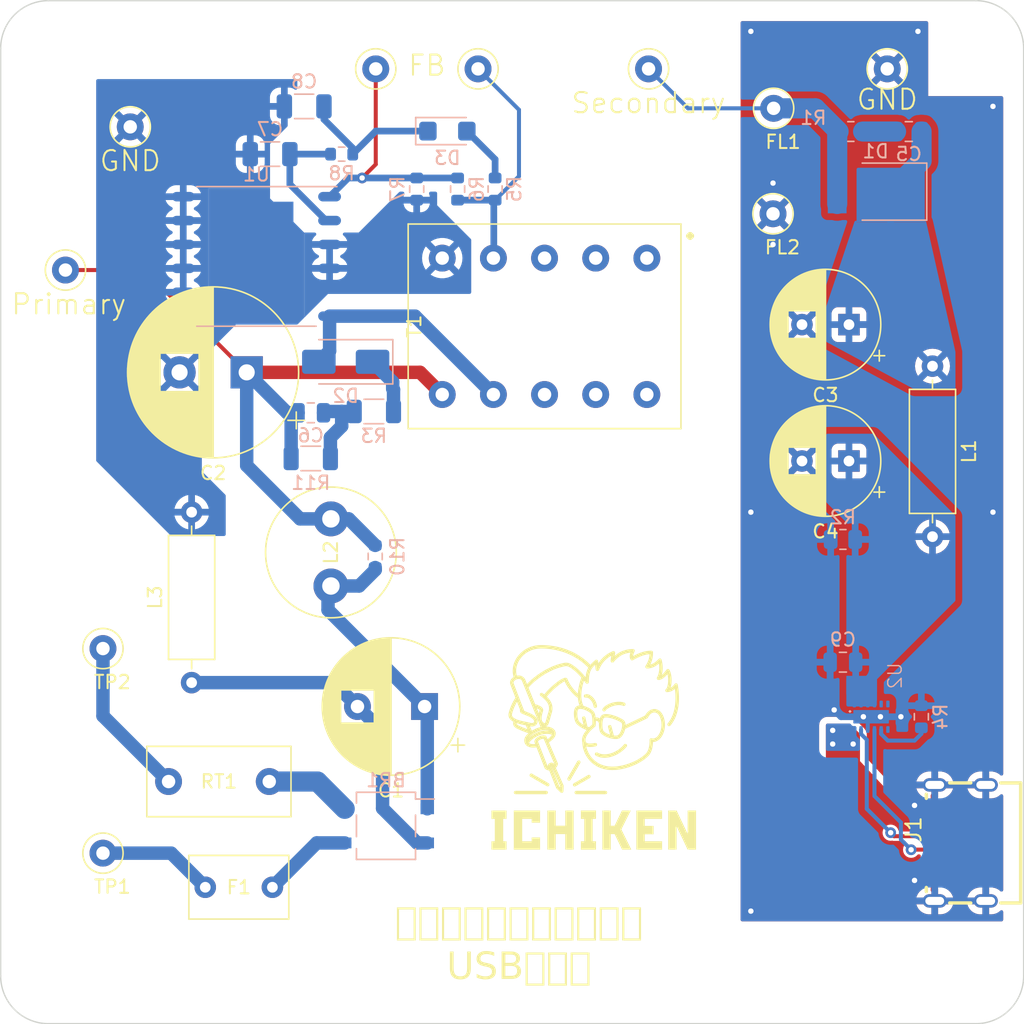
<source format=kicad_pcb>
(kicad_pcb (version 20221018) (generator pcbnew)
  (layers (0 "F.Cu" signal) (31 "B.Cu" signal) (34 "B.Paste" user) (35 "F.Paste" user) (36 "B.SilkS" user "B.Silkscreen") (37 "F.SilkS" user "F.Silkscreen") (38 "B.Mask" user) (39 "F.Mask" user) (44 "Edge.Cuts" user))
  (net 0 "")
  (net 1 "Net-(BR1-+)")
  (net 2 "Net-(BR1--)")
  (net 3 "Net-(BR1-Pad3)")
  (net 4 "Net-(BR1-Pad4)")
  (net 5 "PRI")
  (net 6 "Net-(D1-K)")
  (net 7 "Net-(C5-Pad1)")
  (net 8 "Net-(C6-Pad2)")
  (net 9 "Net-(U1-BP)")
  (net 10 "Net-(D3-K)")
  (net 11 "Net-(D2-K)")
  (net 12 "Net-(D2-A)")
  (net 13 "Net-(D3-A)")
  (net 14 "Net-(F1-Pad2)")
  (net 15 "Net-(U1-FB)")
  (net 16 "Net-(RT1-Pad2)")
  (net 17 "Net-(T1-SB)")
  (net 18 "FL2")
  (net 19 "FL1")
  (net 20 "FB")
  (net 21 "5V")
  (net 22 "Net-(U2-REF)")
  (net 23 "Net-(J1-CC1)")
  (net 24 "VBUS")
  (net 25 "Net-(J1-CC2)")
  (footprint "MountingHole:MountingHole_3.2mm_M3" (layer "F.Cu") (at 199.644 123.444)
    (fp_text reference "REF**" hide)
    (fp_text value "MountingHole_3.2mm_M3" hide)
  )
  (footprint "TestPoint:TestPoint_Loop_D1.80mm_Drill1.0mm_Beaded" (layer "F.Cu") (at 175.26 55.88)
    (fp_text reference "TP5" hide)
    (fp_text value "TestPoint")
  )
  (footprint "MountingHole:MountingHole_3.2mm_M3" (layer "F.Cu") (at 130.556 123.444)
    (fp_text reference "REF**" hide)
    (fp_text value "MountingHole_3.2mm_M3" hide)
  )
  (footprint "TestPoint:TestPoint_Loop_D1.80mm_Drill1.0mm_Beaded" (layer "F.Cu") (at 131.826 70.866)
    (fp_text reference "TP7" hide)
    (fp_text value "Primary")
  )
  (footprint "TestPoint:TestPoint_Loop_D1.80mm_Drill1.0mm_Beaded" (layer "F.Cu") (at 184.531 66.675)
    (fp_text reference "FL2")
    (fp_text value "TestPoint")
  )
  (footprint "Capacitor_THT:C_Rect_L7.2mm_W4.5mm_P5.00mm_FKS2_FKP2_MKS2_MKP2" (layer "F.Cu") (at 147.24 116.84 180)
    (fp_text reference "F1")
    (fp_text value "1A")
  )
  (footprint "Capacitor_THT:CP_Radial_D12.5mm_P5.00mm" (layer "F.Cu") (at 145.325959 78.486 180)
    (fp_text reference "C2")
    (fp_text value "15u")
  )
  (footprint "Capacitor_THT:CP_Radial_D8.0mm_P3.50mm" (layer "F.Cu") (at 190.188651 74.93 180)
    (fp_text reference "C3")
    (fp_text value "680u")
  )
  (footprint "Resistor_THT:R_Axial_DIN0309_L9.0mm_D3.2mm_P12.70mm_Horizontal" (layer "F.Cu") (at 196.41 78.024 -90)
    (fp_text reference "L1")
    (fp_text value "Ferrite Bead")
  )
  (footprint "Capacitor_THT:CP_Radial_D10.0mm_P5.00mm" (layer "F.Cu") (at 158.577677 103.378 180)
    (fp_text reference "C1")
    (fp_text value "10u")
  )
  (footprint "00_Library:B66206W1110T001" (layer "F.Cu") (at 167.513 75.057 -90)
    (fp_text reference "T1")
    (fp_text value "Transformer_1P_2S" hide)
  )
  (footprint "TestPoint:TestPoint_Loop_D1.80mm_Drill1.0mm_Beaded" (layer "F.Cu") (at 136.652 60.198)
    (fp_text reference "TP8" hide)
    (fp_text value "GND")
  )
  (footprint "Resistor_THT:R_Axial_DIN0309_L9.0mm_D3.2mm_P12.70mm_Horizontal" (layer "F.Cu") (at 141.224 101.6 90)
    (fp_text reference "L3")
    (fp_text value "Ferrite Bead")
  )
  (footprint "TestPoint:TestPoint_Loop_D1.80mm_Drill1.0mm_Beaded" (layer "F.Cu") (at 134.62 99.06)
    (fp_text reference "TP2")
    (fp_text value "TestPoint")
  )
  (footprint "TestPoint:TestPoint_Loop_D1.80mm_Drill1.0mm_Beaded" (layer "F.Cu") (at 184.576 58.819)
    (fp_text reference "FL1")
    (fp_text value "TestPoint")
  )
  (footprint "Inductor_THT:L_Radial_D9.5mm_P5.00mm_Fastron_07HVP" (layer "F.Cu") (at 151.6 94.4 90)
    (fp_text reference "L2")
    (fp_text value "1m")
  )
  (footprint "TestPoint:TestPoint_Loop_D1.80mm_Drill1.0mm_Beaded" (layer "F.Cu") (at 193.04 55.88)
    (fp_text reference "TP6" hide)
    (fp_text value "TestPoint")
  )
  (footprint "Capacitor_THT:CP_Radial_D8.0mm_P3.50mm" (layer "F.Cu") (at 190.188651 85.09 180)
    (fp_text reference "C4")
    (fp_text value "680u")
  )
  (footprint "MountingHole:MountingHole_3.2mm_M3" (layer "F.Cu") (at 199.644 54.356)
    (fp_text reference "REF**" hide)
    (fp_text value "MountingHole_3.2mm_M3" hide)
  )
  (footprint "TestPoint:TestPoint_Loop_D1.80mm_Drill1.0mm_Beaded" (layer "F.Cu") (at 134.62 114.3)
    (fp_text reference "TP1")
    (fp_text value "TestPoint")
  )
  (footprint "MountingHole:MountingHole_3.2mm_M3" (layer "F.Cu") (at 130.556 54.356)
    (fp_text reference "REF**" hide)
    (fp_text value "MountingHole_3.2mm_M3" hide)
  )
  (footprint "00_Library:USB-C-SMD_TYPE-C-6P" (layer "F.Cu") (at 198.4515 113.538 90)
    (fp_text reference "J1")
    (fp_text value "USB_C_Receptacle_PowerOnly_6P" hide)
  )
  (footprint "Capacitor_THT:C_Disc_D10.5mm_W5.0mm_P7.50mm" (layer "F.Cu") (at 147.006 108.966 180)
    (fp_text reference "RT1")
    (fp_text value "10")
  )
  (footprint "TestPoint:TestPoint_Loop_D1.80mm_Drill1.0mm_Beaded" (layer "F.Cu") (at 154.94 55.88)
    (fp_text reference "TP4" hide)
    (fp_text value "TestPoint")
  )
  (footprint "TestPoint:TestPoint_Loop_D1.80mm_Drill1.0mm_Beaded" (layer "F.Cu") (at 162.56 55.88)
    (fp_text reference "TP3" hide)
    (fp_text value "TestPoint")
  )
  (footprint "Diode_SMD:D_PowerDI-5" (layer "B.Cu") (at 192.174 65.024 180)
    (fp_text reference "D1")
    (fp_text value "D_Schottky")
  )
  (footprint "00_Library:TPS25820" (layer "B.Cu") (at 191.838 104.14 -90)
    (fp_text reference "U2")
    (fp_text value "TPS25820DSST\n" hide)
  )
  (footprint "Resistor_SMD:R_0603_1608Metric" (layer "B.Cu") (at 154.9 92.2 90)
    (fp_text reference "R10")
    (fp_text value "4.7k")
  )
  (footprint "Capacitor_SMD:C_1206_3216Metric" (layer "B.Cu") (at 149.606 58.674 180)
    (fp_text reference "C8")
    (fp_text value "10u")
  )
  (footprint "Diode_SMD:D_SMA" (layer "B.Cu") (at 152.7 77.7 180)
    (fp_text reference "D2")
    (fp_text value "D")
  )
  (footprint "Resistor_SMD:R_0603_1608Metric" (layer "B.Cu") (at 157.988 64.833 -90)
    (fp_text reference "R7")
    (fp_text value "10k")
  )
  (footprint "Resistor_SMD:R_0603_1608Metric" (layer "B.Cu") (at 163.83 64.833 90)
    (fp_text reference "R5")
    (fp_text value "2.4")
  )
  (footprint "Resistor_SMD:R_0805_2012Metric" (layer "B.Cu") (at 189.738 90.932 180)
    (fp_text reference "R2")
    (fp_text value "2.55k")
  )
  (footprint "Resistor_SMD:R_1206_3216Metric" (layer "B.Cu") (at 154.8 81.4)
    (fp_text reference "R3")
    (fp_text value "150")
  )
  (footprint "Resistor_SMD:R_1206_3216Metric" (layer "B.Cu") (at 150.1 84.9)
    (fp_text reference "R11")
    (fp_text value "200k")
  )
  (footprint "Capacitor_SMD:C_0805_2012Metric" (layer "B.Cu") (at 189.738 100.076 180)
    (fp_text reference "C9")
    (fp_text value "1u")
  )
  (footprint "Package_TO_SOT_SMD:TO-269AA" (layer "B.Cu") (at 155.702 112.268 180)
    (fp_text reference "BR1")
    (fp_text value "D_Bridge_+-AA")
  )
  (footprint "Diode_SMD:D_SMF" (layer "B.Cu") (at 160.274 60.515)
    (fp_text reference "D3")
    (fp_text value "D")
  )
  (footprint "Capacitor_SMD:C_0805_2012Metric" (layer "B.Cu") (at 194.646 60.548)
    (fp_text reference "C5")
    (fp_text value "1n")
  )
  (footprint "Resistor_SMD:R_0603_1608Metric" (layer "B.Cu") (at 161.036 64.833 90)
    (fp_text reference "R6")
    (fp_text value "42.2")
  )
  (footprint "Capacitor_SMD:C_0805_2012Metric" (layer "B.Cu") (at 150.1 81.5)
    (fp_text reference "C6")
    (fp_text value "470p")
  )
  (footprint "Capacitor_SMD:C_1206_3216Metric" (layer "B.Cu") (at 147.066 62.23 180)
    (fp_text reference "C7")
    (fp_text value "1u")
  )
  (footprint "Package_SO:PowerIntegrations_eSOP-12B" (layer "B.Cu") (at 146.05 69.85 180)
    (fp_text reference "U1")
    (fp_text value "LNK6428K")
  )
  (footprint "Resistor_SMD:R_0805_2012Metric" (layer "B.Cu") (at 190.328 60.548 180)
    (fp_text reference "R1")
    (fp_text value "10")
  )
  (footprint "Resistor_SMD:R_0603_1608Metric" (layer "B.Cu") (at 152.4 62.23)
    (fp_text reference "R8")
    (fp_text value "2.37k")
  )
  (footprint "Resistor_SMD:R_0603_1608Metric" (layer "B.Cu") (at 195.58 104.14 90)
    (fp_text reference "R4")
    (fp_text value "100k")
  )
  (gr_poly (pts (xy 172.059249 109.655747) (xy 172.065746 109.656242) (xy 172.07215 109.657057) (xy 172.078451 109.658185) (xy 172.084643 109.659616) (xy 172.090717 109.661344) (xy 172.096665 109.663359) (xy 172.102478 109.665655) (xy 172.10815 109.668222) (xy 172.113671 109.671052) (xy 172.119033 109.674138) (xy 172.124229 109.677472) (xy 172.129251 109.681044) (xy 172.13409 109.684848) (xy 172.138738 109.688875) (xy 172.143187 109.693118) (xy 172.147429 109.697567) (xy 172.151456 109.702215) (xy 172.15526 109.707054) (xy 172.158833 109.712075) (xy 172.162167 109.717271) (xy 172.165253 109.722634) (xy 172.168083 109.728155) (xy 172.17065 109.733826) (xy 172.172945 109.73964) (xy 172.174961 109.745588) (xy 172.176688 109.751662) (xy 172.17812 109.757853) (xy 172.179247 109.764155) (xy 172.180063 109.770558) (xy 172.180558 109.777056) (xy 172.180725 109.783638) (xy 172.180558 109.790221) (xy 172.180063 109.796718) (xy 172.179247 109.803121) (xy 172.17812 109.809423) (xy 172.176688 109.815615) (xy 172.174961 109.821689) (xy 172.172945 109.827636) (xy 172.17065 109.83345) (xy 172.168083 109.839121) (xy 172.165253 109.844642) (xy 172.162167 109.850005) (xy 172.158833 109.855201) (xy 172.155261 109.860222) (xy 172.151457 109.865061) (xy 172.147429 109.869709) (xy 172.143187 109.874158) (xy 172.138738 109.878401) (xy 172.13409 109.882428) (xy 172.129251 109.886232) (xy 172.12423 109.889804) (xy 172.119034 109.893138) (xy 172.113671 109.896224) (xy 172.10815 109.899054) (xy 172.102479 109.901621) (xy 172.096665 109.903917) (xy 172.090717 109.905932) (xy 172.084643 109.90766) (xy 172.078451 109.909091) (xy 172.07215 109.910219) (xy 172.065746 109.911034) (xy 172.059249 109.911529) (xy 172.052666 109.911696) (xy 169.874352 109.911696) (xy 169.867769 109.911529) (xy 169.861272 109.911034) (xy 169.854869 109.910219) (xy 169.848567 109.909091) (xy 169.842375 109.90766) (xy 169.836302 109.905932) (xy 169.830354 109.903917) (xy 169.82454 109.901621) (xy 169.818869 109.899054) (xy 169.813348 109.896224) (xy 169.807985 109.893138) (xy 169.802789 109.889804) (xy 169.797768 109.886232) (xy 169.792929 109.882428) (xy 169.788281 109.878401) (xy 169.783832 109.874158) (xy 169.779589 109.869709) (xy 169.775562 109.865061) (xy 169.771758 109.860222) (xy 169.768186 109.855201) (xy 169.764852 109.850005) (xy 169.761766 109.844642) (xy 169.758936 109.839121) (xy 169.756369 109.83345) (xy 169.754073 109.827636) (xy 169.752058 109.821689) (xy 169.75033 109.815615) (xy 169.748899 109.809423) (xy 169.747771 109.803121) (xy 169.746956 109.796718) (xy 169.746461 109.790221) (xy 169.746294 109.783638) (xy 169.746461 109.777056) (xy 169.746956 109.770558) (xy 169.747771 109.764155) (xy 169.748899 109.757853) (xy 169.75033 109.751662) (xy 169.752058 109.745588) (xy 169.754073 109.73964) (xy 169.756369 109.733826) (xy 169.758936 109.728155) (xy 169.761766 109.722634) (xy 169.764852 109.717271) (xy 169.768186 109.712075) (xy 169.771758 109.707054) (xy 169.775562 109.702215) (xy 169.779589 109.697567) (xy 169.783832 109.693118) (xy 169.788281 109.688875) (xy 169.792929 109.684848) (xy 169.797768 109.681044) (xy 169.802789 109.677472) (xy 169.807985 109.674138) (xy 169.813348 109.671052) (xy 169.818869 109.668222) (xy 169.82454 109.665655) (xy 169.830354 109.663359) (xy 169.836302 109.661344) (xy 169.842375 109.659616) (xy 169.848567 109.658185) (xy 169.854869 109.657057) (xy 169.861272 109.656242) (xy 169.867769 109.655747) (xy 169.874352 109.65558) (xy 172.052666 109.65558)) (fill solid) (layer "F.SilkS"))
  (gr_poly (pts (xy 176.268802 111.748434) (xy 174.977636 111.748434) (xy 174.977636 112.269134) (xy 175.635654 112.269134) (xy 175.635654 112.893815) (xy 174.977636 112.893815) (xy 174.977636 113.414515) (xy 176.268802 113.414515) (xy 176.268802 114.039195) (xy 174.352954 114.039195) (xy 174.352954 111.124017) (xy 176.268802 111.124017)) (fill solid) (layer "F.SilkS"))
  (gr_poly (pts (xy 170.825536 108.46607) (xy 170.831672 108.466655) (xy 170.837763 108.467531) (xy 170.8438 108.468697) (xy 170.849771 108.470149) (xy 170.855665 108.471883) (xy 170.861472 108.473898) (xy 170.86718 108.476189) (xy 170.872778 108.478754) (xy 170.878255 108.48159) (xy 170.883601 108.484694) (xy 170.888804 108.488062) (xy 170.893853 108.491692) (xy 170.898737 108.49558) (xy 170.903446 108.499724) (xy 170.907968 108.50412) (xy 170.912293 108.508765) (xy 170.916408 108.513657) (xy 170.920304 108.518792) (xy 170.92397 108.524167) (xy 170.927393 108.529779) (xy 170.930552 108.535581) (xy 170.933381 108.541469) (xy 170.935885 108.547434) (xy 170.938067 108.553463) (xy 170.939929 108.559547) (xy 170.941474 108.565674) (xy 170.942706 108.571834) (xy 170.943628 108.578016) (xy 170.944242 108.584208) (xy 170.944552 108.5904) (xy 170.944561 108.596582) (xy 170.944271 108.602742) (xy 170.943686 108.608869) (xy 170.94281 108.614953) (xy 170.941644 108.620982) (xy 170.940192 108.626947) (xy 170.938458 108.632835) (xy 170.936443 108.638637) (xy 170.934152 108.644341) (xy 170.931587 108.649937) (xy 170.928751 108.655413) (xy 170.925647 108.660759) (xy 170.922279 108.665964) (xy 170.918649 108.671016) (xy 170.914761 108.675907) (xy 170.910617 108.680623) (xy 170.906221 108.685155) (xy 170.901576 108.689492) (xy 170.896684 108.693622) (xy 170.891549 108.697536) (xy 170.886174 108.701221) (xy 170.880562 108.704668) (xy 169.81826 109.317972) (xy 169.817996 109.317973) (xy 169.814204 109.320085) (xy 169.810372 109.322054) (xy 169.806503 109.323883) (xy 169.8026 109.325571) (xy 169.798666 109.32712) (xy 169.794704 109.328531) (xy 169.790717 109.329803) (xy 169.786709 109.330938) (xy 169.782682 109.331936) (xy 169.778639 109.332799) (xy 169.774584 109.333527) (xy 169.77052 109.334121) (xy 169.766449 109.334582) (xy 169.762375 109.33491) (xy 169.758302 109.335106) (xy 169.754231 109.335171) (xy 169.750092 109.335104) (xy 169.745963 109.334903) (xy 169.737747 109.334102) (xy 169.729611 109.332776) (xy 169.72158 109.330934) (xy 169.713683 109.328581) (xy 169.705946 109.325725) (xy 169.698396 109.322374) (xy 169.694701 109.320515) (xy 169.691062 109.318535) (xy 169.687483 109.316435) (xy 169.683969 109.314216) (xy 169.680522 109.311878) (xy 169.677145 109.309423) (xy 169.673843 109.306851) (xy 169.670618 109.304164) (xy 169.667473 109.301363) (xy 169.664413 109.298447) (xy 169.661441 109.295419) (xy 169.658559 109.292279) (xy 169.655772 109.289028) (xy 169.653083 109.285667) (xy 169.650494 109.282197) (xy 169.648011 109.278619) (xy 169.645635 109.274933) (xy 169.643371 109.271141) (xy 169.640212 109.26534) (xy 169.637382 109.259451) (xy 169.634878 109.253487) (xy 169.632697 109.247457) (xy 169.630835 109.241373) (xy 169.629289 109.235246) (xy 169.628058 109.229086) (xy 169.627136 109.222905) (xy 169.626522 109.216712) (xy 169.626212 109.21052) (xy 169.626203 109.204338) (xy 169.626493 109.198179) (xy 169.627077 109.192051) (xy 169.627954 109.185967) (xy 169.62912 109.179938) (xy 169.630571 109.173973) (xy 169.632306 109.168085) (xy 169.634321 109.162283) (xy 169.636612 109.156579) (xy 169.639177 109.150983) (xy 169.642013 109.145507) (xy 169.645116 109.140161) (xy 169.648484 109.134956) (xy 169.652114 109.129904) (xy 169.656002 109.125013) (xy 169.660146 109.120297) (xy 169.664542 109.115765) (xy 169.669188 109.111428) (xy 169.674079 109.107298) (xy 169.679214 109.103384) (xy 169.684589 109.099699) (xy 169.690202 109.096252) (xy 170.752504 108.482948) (xy 170.758306 108.479789) (xy 170.764197 108.47696) (xy 170.770165 108.474456) (xy 170.776199 108.472274) (xy 170.782288 108.470412) (xy 170.788422 108.468867) (xy 170.794589 108.467635) (xy 170.800778 108.466713) (xy 170.806978 108.466099) (xy 170.813178 108.465789) (xy 170.819368 108.465781)) (fill solid) (layer "F.SilkS"))
  (gr_poly (pts (xy 178.796895 114.038932) (xy 178.172214 114.038932) (xy 177.347509 112.298239) (xy 177.347509 114.038932) (xy 176.722828 114.038932) (xy 176.722828 111.123754) (xy 177.347509 111.123754) (xy 178.172214 112.864447) (xy 178.172214 111.123753) (xy 178.796895 111.123753)) (fill solid) (layer "F.SilkS"))
  (gr_poly (pts (xy 170.677136 102.458584) (xy 170.702978 102.461515) (xy 170.729056 102.465959) (xy 170.755328 102.471906) (xy 170.781757 102.479349) (xy 170.808303 102.488279) (xy 170.834926 102.498689) (xy 170.861589 102.510569) (xy 170.888251 102.523913) (xy 170.914873 102.538712) (xy 170.941417 102.554958) (xy 170.941417 102.555222) (xy 170.987084 102.586647) (xy 171.031231 102.621353) (xy 171.073733 102.659136) (xy 171.114467 102.699792) (xy 171.153308 102.743119) (xy 171.190132 102.788911) (xy 171.224814 102.836964) (xy 171.25723 102.887076) (xy 171.287256 102.939042) (xy 171.314766 102.992658) (xy 171.339637 103.047721) (xy 171.361745 103.104026) (xy 171.380964 103.16137) (xy 171.397171 103.219549) (xy 171.41024 103.278359) (xy 171.420048 103.337595) (xy 171.420795 103.344151) (xy 171.421205 103.350665) (xy 171.421284 103.357128) (xy 171.42104 103.363531) (xy 171.420479 103.369866) (xy 171.419608 103.376123) (xy 171.418434 103.382292) (xy 171.416964 103.388366) (xy 171.415206 103.394335) (xy 171.413165 103.40019) (xy 171.410848 103.405922) (xy 171.408263 103.411521) (xy 171.405417 103.416979) (xy 171.402315 103.422287) (xy 171.398966 103.427435) (xy 171.395376 103.432415) (xy 171.391552 103.437218) (xy 171.3875 103.441834) (xy 171.383229 103.446254) (xy 171.378743 103.45047) (xy 171.374052 103.454471) (xy 171.36916 103.45825) (xy 171.364076 103.461798) (xy 171.358806 103.465104) (xy 171.353356 103.46816) (xy 171.347735 103.470957) (xy 171.341948 103.473486) (xy 171.336003 103.475738) (xy 171.329906 103.477704) (xy 171.323665 103.479374) (xy 171.317286 103.480741) (xy 171.310776 103.481793) (xy 171.308593 103.482067) (xy 171.30641 103.482293) (xy 171.304227 103.482477) (xy 171.302044 103.48262) (xy 171.299861 103.482726) (xy 171.297678 103.482798) (xy 171.295496 103.482838) (xy 171.293313 103.482851) (xy 171.287434 103.482717) (xy 171.281608 103.482316) (xy 171.275843 103.481654) (xy 171.270146 103.480736) (xy 171.264523 103.479568) (xy 171.258982 103.478155) (xy 171.253529 103.476501) (xy 171.248172 103.474612) (xy 171.242918 103.472494) (xy 171.237774 103.47015) (xy 171.232746 103.467588) (xy 171.227842 103.464811) (xy 171.223069 103.461825) (xy 171.218434 103.458635) (xy 171.213943 103.455246) (xy 171.209605 103.451664) (xy 171.205425 103.447893) (xy 171.201412 103.443939) (xy 171.197571 103.439807) (xy 171.19391 103.435503) (xy 171.190436 103.431031) (xy 171.187157 103.426396) (xy 171.184078 103.421604) (xy 171.181208 103.41666) (xy 171.178552 103.411569) (xy 171.176119 103.406337) (xy 171.173915 103.400968) (xy 171.171947 103.395467) (xy 171.170222 103.389841) (xy 171.168747 103.384093) (xy 171.16753 103.37823) (xy 171.166577 103.372256) (xy 171.162594 103.346226) (xy 171.157858 103.320533) (xy 171.152396 103.295191) (xy 171.146236 103.270211) (xy 171.139406 103.245607) (xy 171.131934 103.221391) (xy 171.123847 103.197577) (xy 171.115173 103.174178) (xy 171.105941 103.151206) (xy 171.096178 103.128675) (xy 171.075169 103.084985) (xy 171.052369 103.043212) (xy 171.028001 103.00346) (xy 171.002288 102.965831) (xy 170.975452 102.93043) (xy 170.947714 102.89736) (xy 170.919299 102.866724) (xy 170.890428 102.838626) (xy 170.861323 102.813169) (xy 170.832208 102.790457) (xy 170.803304 102.770593) (xy 170.789108 102.761814) (xy 170.775013 102.753735) (xy 170.761047 102.746366) (xy 170.747237 102.739711) (xy 170.73361 102.73378) (xy 170.720193 102.728577) (xy 170.707013 102.724111) (xy 170.694098 102.720389) (xy 170.681473 102.717416) (xy 170.669168 102.715201) (xy 170.657208 102.713751) (xy 170.645621 102.713071) (xy 170.634434 102.71317) (xy 170.623674 102.714054) (xy 170.613368 102.715731) (xy 170.603544 102.718206) (xy 170.597185 102.719946) (xy 170.590817 102.721348) (xy 170.584448 102.722418) (xy 170.578088 102.723161) (xy 170.571748 102.723583) (xy 170.565437 102.723689) (xy 170.559165 102.723483) (xy 170.552942 102.722973) (xy 170.546778 102.722161) (xy 170.540683 102.721055) (xy 170.534667 102.719659) (xy 170.528739 102.717978) (xy 170.52291 102.716018) (xy 170.517189 102.713784) (xy 170.511586 102.711282) (xy 170.506111 102.708516) (xy 170.500774 102.705491) (xy 170.495585 102.702214) (xy 170.490554 102.69869) (xy 170.485691 102.694923) (xy 170.481005 102.690919) (xy 170.476506 102.686684) (xy 170.472204 102.682222) (xy 170.46811 102.677539) (xy 170.464233 102.67264) (xy 170.460583 102.66753) (xy 170.457169 102.662215) (xy 170.454003 102.6567) (xy 170.451092 102.650991) (xy 170.448449 102.645091) (xy 170.446081 102.639008) (xy 170.444 102.632746) (xy 170.442236 102.62641) (xy 170.440812 102.620059) (xy 170.439721 102.613704) (xy 170.438957 102.607355) (xy 170.438517 102.601022) (xy 170.438395 102.594714) (xy 170.438584 102.588443) (xy 170.43908 102.582218) (xy 170.439878 102.57605) (xy 170.440973 102.569949) (xy 170.442358 102.563925) (xy 170.444028 102.557987) (xy 170.445979 102.552147) (xy 170.448204 102.546415) (xy 170.4507 102.5408) (xy 170.453459 102.535313) (xy 170.456477 102.529964) (xy 170.459749 102.524763) (xy 170.463269 102.51972) (xy 170.467032 102.514846) (xy 170.471033 102.51015) (xy 170.475266 102.505644) (xy 170.479726 102.501336) (xy 170.484407 102.497238) (xy 170.489305 102.493358) (xy 170.494413 102.489709) (xy 170.499727 102.486299) (xy 170.505242 102.483139) (xy 170.510951 102.480239) (xy 170.51685 102.47761) (xy 170.522934 102.47526) (xy 170.529196 102.473202) (xy 170.55281 102.466891) (xy 170.576893 102.46214) (xy 170.601406 102.458943) (xy 170.62631 102.457289) (xy 170.651567 102.457173)) (fill solid) (layer "F.SilkS"))
  (gr_poly (pts (xy 173.535193 106.155903) (xy 173.541328 106.156313) (xy 173.547448 106.157017) (xy 173.553542 106.158018) (xy 173.559597 106.159315) (xy 173.565604 106.16091) (xy 173.571549 106.162803) (xy 173.577424 106.164997) (xy 173.583215 106.167491) (xy 173.588912 106.170287) (xy 173.594503 106.173386) (xy 173.599978 106.176789) (xy 173.605325 106.180497) (xy 173.610533 106.184511) (xy 173.615531 106.188807) (xy 173.620255 106.193302) (xy 173.624704 106.197985) (xy 173.628876 106.202845) (xy 173.632771 106.207871) (xy 173.636387 106.21305) (xy 173.639724 106.218373) (xy 173.642779 106.223827) (xy 173.645553 106.229401) (xy 173.648043 106.235084) (xy 173.650248 106.240864) (xy 173.652168 106.246731) (xy 173.653801 106.252672) (xy 173.655146 106.258677) (xy 173.656202 106.264734) (xy 173.656968 106.270832) (xy 173.657442 106.276959) (xy 173.657624 106.283104) (xy 173.657511 106.289256) (xy 173.657104 106.295404) (xy 173.656401 106.301535) (xy 173.6554 106.30764) (xy 173.654101 106.313706) (xy 173.652503 106.319722) (xy 173.650604 106.325676) (xy 173.648402 106.331558) (xy 173.645898 106.337357) (xy 173.643089 106.34306) (xy 173.639975 106.348656) (xy 173.636555 106.354134) (xy 173.632827 106.359484) (xy 173.628789 106.364692) (xy 173.576293 106.426476) (xy 173.521002 106.486646) (xy 173.463063 106.5451) (xy 173.402628 106.601738) (xy 173.339846 106.656458) (xy 173.274867 106.70916) (xy 173.207839 106.759741) (xy 173.138913 106.808101) (xy 173.068239 106.854139) (xy 172.995965 106.897753) (xy 172.922241 106.938843) (xy 172.847218 106.977306) (xy 172.771045 107.013043) (xy 172.693871 107.045952) (xy 172.615845 107.075931) (xy 172.537118 107.10288) (xy 172.464131 107.125006) (xy 172.391668 107.144163) (xy 172.319806 107.160355) (xy 172.248623 107.17359) (xy 172.178197 107.183872) (xy 172.108605 107.191209) (xy 172.039925 107.195607) (xy 171.972233 107.197071) (xy 171.927083 107.196405) (xy 171.882433 107.194406) (xy 171.838306 107.191075) (xy 171.794723 107.186414) (xy 171.751707 107.180422) (xy 171.709282 107.173101) (xy 171.667469 107.164451) (xy 171.626291 107.154473) (xy 171.58577 107.143169) (xy 171.545929 107.130538) (xy 171.50679 107.116582) (xy 171.468376 107.1013) (xy 171.430709 107.084695) (xy 171.393812 107.066767) (xy 171.357707 107.047517) (xy 171.322416 107.026944) (xy 171.316882 107.023375) (xy 171.31159 107.01957) (xy 171.306544 107.015542) (xy 171.301746 107.011299) (xy 171.2972 107.006855) (xy 171.292908 107.00222) (xy 171.288873 106.997405) (xy 171.285098 106.992421) (xy 171.281585 106.987279) (xy 171.278337 106.98199) (xy 171.275357 106.976566) (xy 171.272647 106.971018) (xy 171.270211 106.965356) (xy 171.268052 106.959592) (xy 171.266171 106.953736) (xy 171.264572 106.947801) (xy 171.263257 106.941797) (xy 171.26223 106.935734) (xy 171.261492 106.929625) (xy 171.261048 106.923481) (xy 171.260899 106.917311) (xy 171.261048 106.911128) (xy 171.261498 106.904943) (xy 171.262252 106.898766) (xy 171.263313 106.89261) (xy 171.264683 106.886483) (xy 171.266365 106.880399) (xy 171.268362 106.874368) (xy 171.270677 106.868402) (xy 171.273312 106.86251) (xy 171.27627 106.856705) (xy 171.279554 106.850997) (xy 171.279819 106.850732) (xy 171.283364 106.845197) (xy 171.287144 106.839905) (xy 171.291148 106.834859) (xy 171.295366 106.830062) (xy 171.299786 106.825516) (xy 171.304398 106.821224) (xy 171.309191 106.817189) (xy 171.314153 106.813413) (xy 171.319273 106.8099) (xy 171.324541 106.806652) (xy 171.329946 106.803672) (xy 171.335476 106.800963) (xy 171.341121 106.798527) (xy 171.346869 106.796367) (xy 171.352709 106.794486) (xy 171.358632 106.792887) (xy 171.364624 106.791573) (xy 171.370677 106.790545) (xy 171.376778 106.789808) (xy 171.382916 106.789363) (xy 171.389081 106.789214) (xy 171.395262 106.789364) (xy 171.401447 106.789814) (xy 171.407625 106.790568) (xy 171.413786 106.791629) (xy 171.419919 106.792999) (xy 171.426013 106.794681) (xy 171.432055 106.796678) (xy 171.438037 106.798992) (xy 171.443946 106.801627) (xy 171.449772 106.804585) (xy 171.455503 106.807869) (xy 171.500724 106.833248) (xy 171.548482 106.855896) (xy 171.598629 106.875801) (xy 171.651018 106.892951) (xy 171.705502 106.907331) (xy 171.761934 106.918931) (xy 171.880051 106.933737) (xy 172.004193 106.937265) (xy 172.133182 106.929416) (xy 172.26584 106.910086) (xy 172.400991 106.879175) (xy 172.537456 106.836581) (xy 172.674058 106.782202) (xy 172.809621 106.715937) (xy 172.942965 106.637685) (xy 173.008438 106.594031) (xy 173.072914 106.547343) (xy 173.136248 106.497607) (xy 173.198291 106.444811) (xy 173.258896 106.388941) (xy 173.317917 106.329986) (xy 173.375207 106.267932) (xy 173.430617 106.202768) (xy 173.434911 106.19777) (xy 173.439404 106.193048) (xy 173.444084 106.188603) (xy 173.448939 106.184435) (xy 173.453959 106.180546) (xy 173.459131 106.176936) (xy 173.464446 106.173606) (xy 173.469891 106.170559) (xy 173.475455 106.167793) (xy 173.481128 106.165311) (xy 173.486897 106.163114) (xy 173.492753 106.161203) (xy 173.498682 106.159578) (xy 173.504675 106.15824) (xy 173.510719 106.157191) (xy 173.516805 106.156432) (xy 173.52292 106.155964) (xy 173.529053 106.155787)) (fill solid) (layer "F.SilkS"))
  (gr_poly (pts (xy 171.345435 111.748434) (xy 171.095669 111.748434) (xy 171.095669 113.414251) (xy 171.345435 113.414251) (xy 171.345435 114.038932) (xy 170.220956 114.038932) (xy 170.220956 113.414251) (xy 170.470723 113.414251) (xy 170.470723 111.748436) (xy 170.220956 111.748436) (xy 170.220956 111.123754) (xy 171.345435 111.123754)) (fill solid) (layer "F.SilkS"))
  (gr_poly (pts (xy 168.346648 112.2567) (xy 169.054673 112.2567) (xy 169.054673 111.123754) (xy 169.679354 111.123754) (xy 169.679354 114.038932) (xy 169.054673 114.038932) (xy 169.054673 112.881115) (xy 168.346648 112.881115) (xy 168.346648 114.038932) (xy 167.721967 114.038932) (xy 167.721967 111.123754) (xy 168.346648 111.123754)) (fill solid) (layer "F.SilkS"))
  (gr_poly (pts (xy 167.180364 112.031803) (xy 166.555683 112.031803) (xy 166.555683 111.748436) (xy 165.847658 111.748436) (xy 165.847658 113.414251) (xy 166.555683 113.414251) (xy 166.555683 113.130882) (xy 167.180364 113.130882) (xy 167.180364 114.038932) (xy 165.222977 114.038932) (xy 165.222977 111.123754) (xy 167.180364 111.123754)) (fill solid) (layer "F.SilkS"))
  (gr_poly (pts (xy 167.639385 109.655747) (xy 167.645882 109.656242) (xy 167.652285 109.657057) (xy 167.658587 109.658185) (xy 167.664779 109.659616) (xy 167.670853 109.661344) (xy 167.6768 109.663359) (xy 167.682614 109.665655) (xy 167.688285 109.668222) (xy 167.693806 109.671052) (xy 167.699169 109.674138) (xy 167.704365 109.677472) (xy 167.709387 109.681044) (xy 167.714225 109.684848) (xy 167.718873 109.688875) (xy 167.723323 109.693118) (xy 167.727565 109.697567) (xy 167.731592 109.702215) (xy 167.735396 109.707054) (xy 167.738969 109.712075) (xy 167.742302 109.717271) (xy 167.745388 109.722634) (xy 167.748219 109.728155) (xy 167.750785 109.733826) (xy 167.753081 109.73964) (xy 167.755096 109.745588) (xy 167.756824 109.751662) (xy 167.758255 109.757853) (xy 167.759383 109.764155) (xy 167.760198 109.770558) (xy 167.760693 109.777056) (xy 167.76086 109.783638) (xy 167.760693 109.790221) (xy 167.760198 109.796718) (xy 167.759383 109.803121) (xy 167.758255 109.809423) (xy 167.756824 109.815615) (xy 167.755096 109.821689) (xy 167.753081 109.827636) (xy 167.750785 109.83345) (xy 167.748219 109.839121) (xy 167.745388 109.844642) (xy 167.742302 109.850005) (xy 167.738969 109.855201) (xy 167.735396 109.860222) (xy 167.731592 109.865061) (xy 167.727565 109.869709) (xy 167.723323 109.874158) (xy 167.718873 109.878401) (xy 167.714225 109.882428) (xy 167.709387 109.886232) (xy 167.704365 109.889804) (xy 167.699169 109.893138) (xy 167.693806 109.896224) (xy 167.688285 109.899054) (xy 167.682614 109.901621) (xy 167.6768 109.903917) (xy 167.670853 109.905932) (xy 167.664779 109.90766) (xy 167.658587 109.909091) (xy 167.652285 109.910219) (xy 167.645882 109.911034) (xy 167.639385 109.911529) (xy 167.632802 109.911696) (xy 165.351036 109.911696) (xy 165.344453 109.911529) (xy 165.337956 109.911034) (xy 165.331552 109.910219) (xy 165.325251 109.909091) (xy 165.319059 109.90766) (xy 165.312985 109.905932) (xy 165.307037 109.903917) (xy 165.301224 109.901621) (xy 165.295552 109.899054) (xy 165.290031 109.896224) (xy 165.284669 109.893138) (xy 165.279473 109.889804) (xy 165.274451 109.886232) (xy 165.269612 109.882428) (xy 165.264964 109.878401) (xy 165.260515 109.874158) (xy 165.256273 109.869709) (xy 165.252246 109.865061) (xy 165.248442 109.860222) (xy 165.244869 109.855201) (xy 165.241536 109.850005) (xy 165.238449 109.844642) (xy 165.235619 109.839121) (xy 165.233052 109.83345) (xy 165.230757 109.827636) (xy 165.228741 109.821689) (xy 165.227014 109.815615) (xy 165.225582 109.809423) (xy 165.224455 109.803121) (xy 165.223639 109.796718) (xy 165.223144 109.790221) (xy 165.222977 109.783638) (xy 165.223144 109.777056) (xy 165.223639 109.770558) (xy 165.224455 109.764155) (xy 165.225582 109.757853) (xy 165.227014 109.751662) (xy 165.228741 109.745588) (xy 165.230757 109.73964) (xy 165.233052 109.733826) (xy 165.235619 109.728155) (xy 165.238449 109.722634) (xy 165.241536 109.717271) (xy 165.244869 109.712075) (xy 165.248442 109.707054) (xy 165.252246 109.702215) (xy 165.256273 109.697567) (xy 165.260515 109.693118) (xy 165.264964 109.688875) (xy 165.269612 109.684848) (xy 165.274451 109.681044) (xy 165.279473 109.677472) (xy 165.284669 109.674138) (xy 165.290031 109.671052) (xy 165.295552 109.668222) (xy 165.301224 109.665655) (xy 165.307037 109.663359) (xy 165.312985 109.661344) (xy 165.319059 109.659616) (xy 165.325251 109.658185) (xy 165.331552 109.657057) (xy 165.337956 109.656242) (xy 165.344453 109.655747) (xy 165.351036 109.65558) (xy 167.632802 109.65558)) (fill solid) (layer "F.SilkS"))
  (gr_poly (pts (xy 166.529045 108.367892) (xy 166.535236 108.368202) (xy 166.541425 108.368816) (xy 166.547601 108.369738) (xy 166.553753 108.37097) (xy 166.55987 108.372515) (xy 166.565941 108.374377) (xy 166.571956 108.376559) (xy 166.577903 108.379063) (xy 166.583771 108.381893) (xy 166.58955 108.385051) (xy 167.809543 109.089372) (xy 167.809279 109.089371) (xy 167.814891 109.092819) (xy 167.820266 109.096506) (xy 167.825401 109.100423) (xy 167.830293 109.104558) (xy 167.834938 109.1089) (xy 167.839334 109.113439) (xy 167.843478 109.118162) (xy 167.847366 109.12306) (xy 167.850996 109.128121) (xy 167.854364 109.133334) (xy 167.857468 109.138688) (xy 167.860304 109.144172) (xy 167.862869 109.149776) (xy 167.86516 109.155487) (xy 167.867175 109.161296) (xy 167.868909 109.167191) (xy 167.870361 109.173162) (xy 167.871527 109.179196) (xy 167.872403 109.185284) (xy 167.872988 109.191414) (xy 167.873278 109.197575) (xy 167.873269 109.203756) (xy 167.872959 109.209946) (xy 167.872345 109.216135) (xy 167.871423 109.222311) (xy 167.870191 109.228463) (xy 167.868646 109.23458) (xy 167.866784 109.240652) (xy 167.864602 109.246667) (xy 167.862098 109.252614) (xy 167.859269 109.258482) (xy 167.85611 109.26426) (xy 167.85147 109.271738) (xy 167.846398 109.278786) (xy 167.840921 109.285398) (xy 167.835067 109.291567) (xy 167.828863 109.297284) (xy 167.822335 109.302542) (xy 167.815512 109.307335) (xy 167.808419 109.311654) (xy 167.801084 109.315493) (xy 167.793535 109.318844) (xy 167.785798 109.321699) (xy 167.777901 109.324052) (xy 167.76987 109.325895) (xy 167.761733 109.32722) (xy 167.753518 109.328021) (xy 167.74525 109.328289) (xy 167.741179 109.328224) (xy 167.737105 109.328028) (xy 167.733032 109.3277) (xy 167.728961 109.327239) (xy 167.724897 109.326646) (xy 167.720842 109.325918) (xy 167.716799 109.325055) (xy 167.712772 109.324056) (xy 167.708763 109.322921) (xy 167.704776 109.321649) (xy 167.700814 109.320239) (xy 167.69688 109.31869) (xy 167.692977 109.317002) (xy 167.689108 109.315173) (xy 167.685276 109.313204) (xy 167.681485 109.311092) (xy 166.461491 108.606771) (xy 166.455879 108.603324) (xy 166.450504 108.599636) (xy 166.445369 108.595719) (xy 166.440477 108.591584) (xy 166.435832 108.587242) (xy 166.431436 108.582704) (xy 166.427292 108.57798) (xy 166.423404 108.573082) (xy 166.419774 108.568022) (xy 166.416406 108.562809) (xy 166.413303 108.557454) (xy 166.410467 108.55197) (xy 166.407902 108.546367) (xy 166.40561 108.540655) (xy 166.403596 108.534846) (xy 166.401861 108.528951) (xy 166.400409 108.522981) (xy 166.399244 108.516946) (xy 166.398367 108.510859) (xy 166.397782 108.504729) (xy 166.397493 108.498568) (xy 166.397501 108.492386) (xy 166.397811 108.486196) (xy 166.398426 108.480007) (xy 166.399347 108.473831) (xy 166.400579 108.467679) (xy 166.402125 108.461562) (xy 166.403987 108.455491) (xy 166.406168 108.449476) (xy 166.408672 108.443529) (xy 166.411502 108.437661) (xy 166.41466 108.431882) (xy 166.418108 108.42627) (xy 166.421796 108.420895) (xy 166.425712 108.41576) (xy 166.429847 108.410868) (xy 166.43419 108.406223) (xy 166.438728 108.401827) (xy 166.443452 108.397683) (xy 166.448349 108.393795) (xy 166.45341 108.390165) (xy 166.458623 108.386797) (xy 166.463977 108.383693) (xy 166.469462 108.380858) (xy 166.475065 108.378292) (xy 166.480777 108.376001) (xy 166.486586 108.373987) (xy 166.492481 108.372252) (xy 166.498451 108.3708) (xy 166.504486 108.369634) (xy 166.510573 108.368758) (xy 166.516703 108.368173) (xy 166.522864 108.367884)) (fill solid) (layer "F.SilkS"))
  (gr_poly (pts (xy 170.065202 107.394079) (xy 170.071392 107.394387) (xy 170.077581 107.394997) (xy 170.083757 107.395913) (xy 170.089909 107.397138) (xy 170.096026 107.398673) (xy 170.102098 107.400523) (xy 170.108113 107.402689) (xy 170.11406 107.405176) (xy 170.119928 107.407985) (xy 170.125706 107.41112) (xy 170.125442 107.411119) (xy 170.131054 107.414567) (xy 170.136429 107.418255) (xy 170.141564 107.422171) (xy 170.146456 107.426306) (xy 170.151101 107.430649) (xy 170.155497 107.435187) (xy 170.159641 107.43991) (xy 170.163529 107.444808) (xy 170.167159 107.449869) (xy 170.170527 107.455082) (xy 170.173631 107.460436) (xy 170.176466 107.46592) (xy 170.179032 107.471524) (xy 170.181323 107.477236) (xy 170.183337 107.483045) (xy 170.185072 107.48894) (xy 170.186524 107.49491) (xy 170.18769 107.500944) (xy 170.188566 107.507032) (xy 170.189151 107.513162) (xy 170.18944 107.519323) (xy 170.189432 107.525504) (xy 170.189122 107.531695) (xy 170.188508 107.537883) (xy 170.187586 107.544059) (xy 170.186354 107.550211) (xy 170.184809 107.556329) (xy 170.182947 107.5624) (xy 170.180765 107.568415) (xy 170.178261 107.574362) (xy 170.175431 107.58023) (xy 170.172273 107.586009) (xy 169.449696 108.837487) (xy 169.445056 108.844965) (xy 169.439984 108.852013) (xy 169.434508 108.858625) (xy 169.428654 108.864794) (xy 169.422449 108.870511) (xy 169.415921 108.875769) (xy 169.409098 108.880562) (xy 169.402005 108.884881) (xy 169.39467 108.88872) (xy 169.387121 108.892071) (xy 169.379384 108.894927) (xy 169.371487 108.89728) (xy 169.363456 108.899122) (xy 169.355319 108.900448) (xy 169.347104 108.901249) (xy 169.338836 108.901517) (xy 169.334765 108.901452) (xy 169.330691 108.901256) (xy 169.326618 108.900928) (xy 169.322547 108.900467) (xy 169.318483 108.899873) (xy 169.314428 108.899145) (xy 169.310385 108.898282) (xy 169.306358 108.897284) (xy 169.302349 108.896149) (xy 169.298363 108.894876) (xy 169.294401 108.893466) (xy 169.290466 108.891917) (xy 169.286563 108.890229) (xy 169.282694 108.8884) (xy 169.278863 108.886431) (xy 169.275071 108.884319) (xy 169.269459 108.880871) (xy 169.264084 108.877184) (xy 169.258949 108.873267) (xy 169.254057 108.869132) (xy 169.249411 108.86479) (xy 169.245015 108.860251) (xy 169.240872 108.855528) (xy 169.236984 108.85063) (xy 169.233354 108.845569) (xy 169.229986 108.840356) (xy 169.226882 108.835002) (xy 169.224046 108.829518) (xy 169.221481 108.823914) (xy 169.21919 108.818203) (xy 169.217175 108.812394) (xy 169.215441 108.806499) (xy 169.213989 108.800528) (xy 169.212823 108.794494) (xy 169.211946 108.788406) (xy 169.211362 108.782276) (xy 169.211072 108.776115) (xy 169.211081 108.769934) (xy 169.211391 108.763744) (xy 169.212005 108.757555) (xy 169.212927 108.751379) (xy 169.214159 108.745227) (xy 169.215704 108.73911) (xy 169.217566 108.733038) (xy 169.219747 108.727023) (xy 169.222251 108.721076) (xy 169.225081 108.715208) (xy 169.22824 108.70943) (xy 169.950817 107.457951) (xy 169.954264 107.452339) (xy 169.957952 107.446966) (xy 169.961869 107.441835) (xy 169.966004 107.436948) (xy 169.970346 107.432308) (xy 169.974884 107.427918) (xy 169.979608 107.423782) (xy 169.984505 107.419901) (xy 169.989566 107.416279) (xy 169.994779 107.412919) (xy 170.000133 107.409824) (xy 170.005618 107.406996) (xy 170.011221 107.404439) (xy 170.016933 107.402156) (xy 170.022742 107.400148) (xy 170.028637 107.39842) (xy 170.034607 107.396974) (xy 170.040642 107.395814) (xy 170.046729 107.394941) (xy 170.052859 107.394359) (xy 170.05902 107.39407)) (fill solid) (layer "F.SilkS"))
  (gr_poly (pts (xy 173.133889 103.025347) (xy 173.187305 103.028948) (xy 173.239045 103.034465) (xy 173.288923 103.041899) (xy 173.336751 103.051245) (xy 173.382342 103.062502) (xy 173.425511 103.075667) (xy 173.46607 103.090739) (xy 173.472096 103.093384) (xy 173.477917 103.0963) (xy 173.48353 103.099477) (xy 173.48893 103.102905) (xy 173.494113 103.106572) (xy 173.499073 103.110469) (xy 173.503808 103.114585) (xy 173.508312 103.118909) (xy 173.512581 103.123431) (xy 173.516611 103.128139) (xy 173.520397 103.133025) (xy 173.523936 103.138076) (xy 173.527222 103.143282) (xy 173.530251 103.148634) (xy 173.53302 103.15412) (xy 173.535523 103.159729) (xy 173.537756 103.165452) (xy 173.539715 103.171277) (xy 173.541396 103.177195) (xy 173.542794 103.183193) (xy 173.543905 103.189263) (xy 173.544724 103.195393) (xy 173.545247 103.201573) (xy 173.54547 103.207792) (xy 173.545388 103.21404) (xy 173.544997 103.220306) (xy 173.544293 103.22658) (xy 173.543271 103.23285) (xy 173.541927 103.239107) (xy 173.540257 103.24534) (xy 173.538256 103.251538) (xy 173.53592 103.257691) (xy 173.533252 103.263717) (xy 173.530315 103.269539) (xy 173.527121 103.275152) (xy 173.523678 103.280552) (xy 173.519998 103.285734) (xy 173.516091 103.290695) (xy 173.511968 103.29543) (xy 173.507638 103.299934) (xy 173.503113 103.304203) (xy 173.498402 103.308233) (xy 173.493517 103.312019) (xy 173.488467 103.315557) (xy 173.483263 103.318844) (xy 173.477915 103.321873) (xy 173.472434 103.324641) (xy 173.466831 103.327144) (xy 173.461114 103.329378) (xy 173.455296 103.331337) (xy 173.449387 103.333017) (xy 173.443396 103.334415) (xy 173.437334 103.335526) (xy 173.431212 103.336345) (xy 173.425041 103.336868) (xy 173.418829 103.337091) (xy 173.412589 103.337009) (xy 173.40633 103.336619) (xy 173.400063 103.335915) (xy 173.393798 103.334893) (xy 173.387546 103.333549) (xy 173.381316 103.331879) (xy 173.37512 103.329878) (xy 173.368968 103.327541) (xy 173.327475 103.312212) (xy 173.284504 103.299453) (xy 173.240207 103.289181) (xy 173.194734 103.281307) (xy 173.148235 103.275748) (xy 173.100861 103.272417) (xy 173.052763 103.271227) (xy 173.004091 103.272094) (xy 172.954996 103.274932) (xy 172.905628 103.279654) (xy 172.806677 103.294408) (xy 172.708442 103.315671) (xy 172.612127 103.342755) (xy 172.518938 103.374973) (xy 172.430079 103.411639) (xy 172.346755 103.452066) (xy 172.27017 103.495568) (xy 172.201528 103.541457) (xy 172.170563 103.565082) (xy 172.142035 103.589046) (xy 172.116095 103.613264) (xy 172.092894 103.63765) (xy 172.072583 103.662117) (xy 172.055311 103.686581) (xy 172.050553 103.693519) (xy 172.045421 103.700043) (xy 172.03994 103.706149) (xy 172.034132 103.711832) (xy 172.028023 103.717087) (xy 172.021634 103.721909) (xy 172.014991 103.726294) (xy 172.008116 103.730237) (xy 172.001034 103.733734) (xy 171.993767 103.736779) (xy 171.98634 103.739369) (xy 171.978777 103.741498) (xy 171.9711 103.743163) (xy 171.963333 103.744357) (xy 171.955501 103.745077) (xy 171.947626 103.745318) (xy 171.943162 103.745241) (xy 171.938701 103.745007) (xy 171.934247 103.744617) (xy 171.929804 103.74407) (xy 171.925375 103.743364) (xy 171.920963 103.7425) (xy 171.916572 103.741476) (xy 171.912205 103.740291) (xy 171.907866 103.738945) (xy 171.903559 103.737437) (xy 171.899287 103.735767) (xy 171.895053 103.733933) (xy 171.890861 103.731934) (xy 171.886714 103.729771) (xy 171.882616 103.727441) (xy 171.87857 103.724945) (xy 171.873114 103.721255) (xy 171.867907 103.717336) (xy 171.862954 103.713198) (xy 171.858256 103.708854) (xy 171.853815 103.704313) (xy 171.849634 103.699588) (xy 171.845716 103.694689) (xy 171.842062 103.689627) (xy 171.838675 103.684414) (xy 171.835558 103.679061) (xy 171.832712 103.673578) (xy 171.830141 103.667977) (xy 171.827846 103.662268) (xy 171.82583 103.656464) (xy 171.824095 103.650574) (xy 171.822644 103.644611) (xy 171.821479 103.638585) (xy 171.820602 103.632507) (xy 171.820017 103.626389) (xy 171.819724 103.620241) (xy 171.819727 103.614075) (xy 171.820027 103.607901) (xy 171.820628 103.601731) (xy 171.821532 103.595576) (xy 171.822741 103.589447) (xy 171.824257 103.583355) (xy 171.826083 103.577312) (xy 171.828221 103.571327) (xy 171.830673 103.565413) (xy 171.833442 103.55958) (xy 171.836531 103.55384) (xy 171.839941 103.548204) (xy 171.86702 103.509051) (xy 171.897384 103.470911) (xy 171.930929 103.433849) (xy 171.967549 103.397929) (xy 172.007138 103.363214) (xy 172.049589 103.32977) (xy 172.094798 103.297661) (xy 172.142658 103.266952) (xy 172.193064 103.237705) (xy 172.245909 103.209987) (xy 172.301088 103.18386) (xy 172.358496 103.15939) (xy 172.418026 103.136641) (xy 172.479572 103.115677) (xy 172.543029 103.096563) (xy 172.608291 103.079362) (xy 172.608555 103.079627) (xy 172.668647 103.065863) (xy 172.728745 103.054038) (xy 172.788661 103.044149) (xy 172.848209 103.036194) (xy 172.907203 103.03017) (xy 172.965454 103.026077) (xy 173.022777 103.02391) (xy 173.078984 103.023667)) (fill solid) (layer "F.SilkS"))
  (gr_poly (pts (xy 172.445308 112.2567) (xy 172.732645 112.2567) (xy 173.278216 111.123754) (xy 173.936235 111.123754) (xy 173.232443 112.531337) (xy 173.978039 114.038932) (xy 173.290915 114.038932) (xy 172.732909 112.881115) (xy 172.445572 112.881115) (xy 172.445572 114.038932) (xy 171.820627 114.038932) (xy 171.820627 111.123754) (xy 172.445308 111.123754)) (fill solid) (layer "F.SilkS"))
  (gr_poly (pts (xy 167.442048 98.802094) (xy 167.633483 98.811356) (xy 167.819507 98.826386) (xy 168.000133 98.846849) (xy 168.175376 98.872414) (xy 168.34525 98.902748) (xy 168.509769 98.937516) (xy 168.668947 98.976386) (xy 168.8228 99.019024) (xy 168.971339 99.065099) (xy 169.114581 99.114276) (xy 169.252539 99.166222) (xy 169.385228 99.220605) (xy 169.512661 99.277091) (xy 169.634852 99.335346) (xy 169.751817 99.395039) (xy 169.863569 99.455836) (xy 169.970122 99.517403) (xy 170.167689 99.641517) (xy 170.344631 99.764717) (xy 170.501063 99.884336) (xy 170.637098 99.997712) (xy 170.752849 100.102177) (xy 170.84843 100.195069) (xy 170.923955 100.27372) (xy 170.944107 100.250382) (xy 170.964673 100.227372) (xy 171.007013 100.182183) (xy 171.05091 100.13785) (xy 171.096298 100.094068) (xy 171.143112 100.050535) (xy 171.191288 100.006946) (xy 171.291462 99.918385) (xy 171.298319 99.912792) (xy 171.305476 99.907726) (xy 171.312905 99.90319) (xy 171.320578 99.89919) (xy 171.328467 99.895732) (xy 171.336543 99.892819) (xy 171.344777 99.890458) (xy 171.353143 99.888652) (xy 171.36161 99.887408) (xy 171.370152 99.886731) (xy 171.378739 99.886624) (xy 171.387344 99.887094) (xy 171.395938 99.888145) (xy 171.404493 99.889783) (xy 171.41298 99.892012) (xy 171.421372 99.894837) (xy 171.429505 99.898275) (xy 171.437321 99.902224) (xy 171.444801 99.906661) (xy 171.451927 99.911564) (xy 171.458679 99.91691) (xy 171.465039 99.922677) (xy 171.470987 99.928843) (xy 171.476504 99.935384) (xy 171.481572 99.942279) (xy 171.486171 99.949506) (xy 171.490283 99.95704) (xy 171.493888 99.964861) (xy 171.496968 99.972945) (xy 171.499503 99.98127) (xy 171.501474 99.989814) (xy 171.502863 99.998554) (xy 171.523236 100.161272) (xy 171.571067 100.086147) (xy 171.621489 100.013471) (xy 171.674494 99.943254) (xy 171.730074 99.875502) (xy 171.788221 99.810223) (xy 171.848928 99.747423) (xy 171.912186 99.687112) (xy 171.977989 99.629295) (xy 172.046327 99.57398) (xy 172.117195 99.521175) (xy 172.190583 99.470886) (xy 172.266484 99.423122) (xy 172.34489 99.37789) (xy 172.425794 99.335196) (xy 172.509187 99.295049) (xy 172.595063 99.257456) (xy 172.603117 99.254417) (xy 172.611287 99.251944) (xy 172.619546 99.250034) (xy 172.627867 99.248683) (xy 172.636224 99.247887) (xy 172.64459 99.247642) (xy 172.652938 99.247945) (xy 172.661242 99.248791) (xy 172.669474 99.250176) (xy 172.677608 99.252097) (xy 172.685618 99.25455) (xy 172.693475 99.25753) (xy 172.701155 99.261035) (xy 172.70863 99.265059) (xy 172.715872 99.2696) (xy 172.722857 99.274654) (xy 172.729444 99.280162) (xy 172.735604 99.286054) (xy 172.741326 99.292303) (xy 172.746599 99.298884) (xy 172.751412 99.30577) (xy 172.755753 99.312935) (xy 172.75961 99.320354) (xy 172.762974 99.328) (xy 172.765833 99.335848) (xy 172.768175 99.343872) (xy 172.769988 99.352045) (xy 172.771263 99.360341) (xy 172.771988 99.368736) (xy 172.772151 99.377202) (xy 172.771741 99.385714) (xy 172.770746 99.394245) (xy 172.753978 99.508347) (xy 172.739789 99.60697) (xy 172.811141 99.545782) (xy 172.88422 99.488513) (xy 172.959051 99.435154) (xy 173.035656 99.385692) (xy 173.114057 99.340117) (xy 173.194278 99.298417) (xy 173.276342 99.260582) (xy 173.360271 99.226599) (xy 173.446088 99.196458) (xy 173.533816 99.170147) (xy 173.623478 99.147655) (xy 173.715098 99.128972) (xy 173.808696 99.114085) (xy 173.904298 99.102983) (xy 174.001925 99.095656) (xy 174.1016 99.092091) (xy 174.109463 99.092475) (xy 174.117355 99.093325) (xy 174.12524 99.094636) (xy 174.133085 99.096403) (xy 174.140856 99.098622) (xy 174.148518 99.101286) (xy 174.156038 99.104392) (xy 174.16338 99.107933) (xy 174.170512 99.111906) (xy 174.177399 99.116304) (xy 174.184007 99.121124) (xy 174.190302 99.126359) (xy 174.193321 99.129131) (xy 174.196249 99.132005) (xy 174.199082 99.134981) (xy 174.201815 99.138057) (xy 174.204445 99.141233) (xy 174.206966 99.14451) (xy 174.209375 99.147885) (xy 174.211667 99.151358) (xy 174.215883 99.158513) (xy 174.219602 99.165872) (xy 174.222822 99.173411) (xy 174.225541 99.181103) (xy 174.227758 99.188924) (xy 174.22947 99.196848) (xy 174.230678 99.204851) (xy 174.231378 99.212907) (xy 174.23157 99.22099) (xy 174.231252 99.229077) (xy 174.230422 99.237141) (xy 174.22908 99.245157) (xy 174.227222 99.2531) (xy 174.224848 99.260946) (xy 174.221957 99.268668) (xy 174.218546 99.276241) (xy 174.204324 99.306112) (xy 174.191388 99.334814) (xy 174.179683 99.362365) (xy 174.169156 99.38878) (xy 174.159753 99.414076) (xy 174.15142 99.438269) (xy 174.144103 99.461374) (xy 174.137749 99.48341) (xy 174.132303 99.504391) (xy 174.127712 99.524335) (xy 174.123921 99.543256) (xy 174.120878 99.561173) (xy 174.118527 99.5781) (xy 174.116815 99.594054) (xy 174.115689 99.609052) (xy 174.115094 99.62311) (xy 174.286938 99.533409) (xy 174.371165 99.492242) (xy 174.454546 99.453636) (xy 174.537291 99.417668) (xy 174.619612 99.384418) (xy 174.70172 99.353962) (xy 174.783828 99.32638) (xy 174.866147 99.301749) (xy 174.948888 99.280149) (xy 175.032263 99.261657) (xy 175.116484 99.246352) (xy 175.201762 99.234311) (xy 175.288309 99.225614) (xy 175.376336 99.220338) (xy 175.466056 99.218562) (xy 175.472639 99.218729) (xy 175.479136 99.219224) (xy 175.485539 99.22004) (xy 175.491841 99.221167) (xy 175.498033 99.222599) (xy 175.504106 99.224326) (xy 175.510054 99.226342) (xy 175.515868 99.228637) (xy 175.521539 99.231204) (xy 175.52706 99.234034) (xy 175.532423 99.23712) (xy 175.537619 99.240454) (xy 175.54264 99.244026) (xy 175.547479 99.24783) (xy 175.552127 99.251858) (xy 175.556577 99.2561) (xy 175.560819 99.260549) (xy 175.564846 99.265197) (xy 175.56865 99.270036) (xy 175.572223 99.275057) (xy 175.575556 99.280253) (xy 175.578642 99.285616) (xy 175.581473 99.291137) (xy 175.58404 99.296808) (xy 175.586335 99.302622) (xy 175.58835 99.30857) (xy 175.590078 99.314644) (xy 175.591509 99.320835) (xy 175.592637 99.327137) (xy 175.593452 99.333541) (xy 175.593948 99.340038) (xy 175.594114 99.34662) (xy 175.592968 99.422631) (xy 175.589616 99.495646) (xy 175.584191 99.565757) (xy 175.576826 99.633057) (xy 175.567653 99.697637) (xy 175.556805 99.759591) (xy 175.544415 99.819009) (xy 175.530614 99.875986) (xy 175.515536 99.930612) (xy 175.499314 99.982979) (xy 175.482079 100.033182) (xy 175.463964 100.08131) (xy 175.445102 100.127458) (xy 175.425625 100.171716) (xy 175.405666 100.214178) (xy 175.385357 100.254935) (xy 175.419389 100.244639) (xy 175.452711 100.23326) (xy 175.485298 100.220889) (xy 175.517128 100.207619) (xy 175.548176 100.19354) (xy 175.578418 100.178745) (xy 175.607832 100.163326) (xy 175.636393 100.147374) (xy 175.664078 100.13098) (xy 175.690863 100.114237) (xy 175.716724 100.097237) (xy 175.741638 100.080071) (xy 175.788529 100.045609) (xy 175.831346 100.011584) (xy 175.8699 99.978732) (xy 175.904001 99.947786) (xy 175.933459 99.91948) (xy 175.958086 99.894548) (xy 175.992085 99.857743) (xy 176.004483 99.843243) (xy 176.010295 99.836529) (xy 176.016501 99.830284) (xy 176.023072 99.824519) (xy 176.029982 99.819245) (xy 176.037202 99.814471) (xy 176.044704 99.810208) (xy 176.05246 99.806467) (xy 176.060442 99.803258) (xy 176.068623 99.800592) (xy 176.076974 99.798479) (xy 176.085468 99.796929) (xy 176.094077 99.795953) (xy 176.102773 99.795562) (xy 176.111527 99.795766) (xy 176.120313 99.796575) (xy 176.129101 99.798) (xy 176.137726 99.800024) (xy 176.146124 99.802612) (xy 176.154271 99.805744) (xy 176.162145 99.809401) (xy 176.169723 99.813564) (xy 176.176982 99.818212) (xy 176.183899 99.823327) (xy 176.190452 99.82889) (xy 176.196616 99.83488) (xy 176.202371 99.841279) (xy 176.207692 99.848066) (xy 176.212557 99.855224) (xy 176.216942 99.862732) (xy 176.220826 99.870571) (xy 176.224186 99.878721) (xy 176.226997 99.887164) (xy 176.246366 99.957895) (xy 176.263209 100.029654) (xy 176.277542 100.102238) (xy 176.289381 100.17544) (xy 176.298743 100.249056) (xy 176.305644 100.322882) (xy 176.3101 100.396711) (xy 176.312127 100.470339) (xy 176.311742 100.543561) (xy 176.308962 100.616171) (xy 176.303801 100.687966) (xy 176.296277 100.758739) (xy 176.286406 100.828286) (xy 176.274204 100.896401) (xy 176.259687 100.96288) (xy 176.242872 101.027518) (xy 176.267562 101.007031) (xy 176.292266 100.985439) (xy 176.316908 100.962864) (xy 176.341409 100.939429) (xy 176.365691 100.915255) (xy 176.389677 100.890466) (xy 176.413289 100.865184) (xy 176.436448 100.839532) (xy 176.481098 100.787605) (xy 176.523004 100.735666) (xy 176.561543 100.684695) (xy 176.596091 100.63567) (xy 176.600993 100.628951) (xy 176.606261 100.622593) (xy 176.611875 100.616611) (xy 176.617816 100.611019) (xy 176.624066 100.605831) (xy 176.630606 100.601063) (xy 176.637416 100.596728) (xy 176.644477 100.592841) (xy 176.651771 100.589416) (xy 176.659279 100.586467) (xy 176.666981 100.584008) (xy 176.674859 100.582055) (xy 176.682893 100.580621) (xy 176.691065 100.579721) (xy 176.699356 100.579368) (xy 176.707746 100.579579) (xy 176.711876 100.579843) (xy 176.715981 100.580237) (xy 176.720056 100.58076) (xy 176.724101 100.581411) (xy 176.728111 100.582187) (xy 176.732086 100.583087) (xy 176.73602 100.58411) (xy 176.739913 100.585255) (xy 176.743762 100.586519) (xy 176.747563 100.587901) (xy 176.755013 100.591015) (xy 176.762242 100.594584) (xy 176.769228 100.598596) (xy 176.775952 100.603038) (xy 176.78239 100.6079) (xy 176.785496 100.610484) (xy 176.788522 100.613169) (xy 176.791467 100.615952) (xy 176.794327 100.618832) (xy 176.797099 100.621808) (xy 176.799782 100.624879) (xy 176.802373 100.628042) (xy 176.804868 100.631296) (xy 176.807265 100.63464) (xy 176.809562 100.638072) (xy 176.811756 100.641591) (xy 176.813843 100.645195) (xy 176.847443 100.712243) (xy 176.877035 100.784816) (xy 176.902666 100.862193) (xy 176.924385 100.943654) (xy 176.942239 101.028479) (xy 176.956276 101.115948) (xy 176.966544 101.205341) (xy 176.973089 101.295938) (xy 176.975961 101.387019) (xy 176.975206 101.477863) (xy 176.970872 101.567751) (xy 176.963006 101.655962) (xy 176.951658 101.741776) (xy 176.936873 101.824473) (xy 176.9187 101.903334) (xy 176.897187 101.977637) (xy 176.91525 101.968281) (xy 176.932731 101.958593) (xy 176.949631 101.948614) (xy 176.965951 101.938382) (xy 176.981694 101.927937) (xy 176.99686 101.917319) (xy 177.011453 101.906567) (xy 177.025472 101.89572) (xy 177.038921 101.884817) (xy 177.051801 101.873898) (xy 177.07586 101.85217) (xy 177.097662 101.830851) (xy 177.117221 101.810255) (xy 177.134551 101.790698) (xy 177.149665 101.772495) (xy 177.162577 101.75596) (xy 177.1733 101.74141) (xy 177.188236 101.719521) (xy 177.194579 101.70935) (xy 177.199875 101.701108) (xy 177.205718 101.693362) (xy 177.212073 101.686131) (xy 177.218904 101.679431) (xy 177.226175 101.673282) (xy 177.233851 101.667701) (xy 177.241896 101.662707) (xy 177.250274 101.658318) (xy 177.25895 101.654552) (xy 177.267887 101.651428) (xy 177.277051 101.648963) (xy 177.286406 101.647177) (xy 177.295915 101.646086) (xy 177.305544 101.64571) (xy 177.315257 101.646066) (xy 177.325017 101.647173) (xy 177.32985 101.648007) (xy 177.334621 101.649019) (xy 177.339327 101.650206) (xy 177.343965 101.651564) (xy 177.348529 101.65309) (xy 177.353017 101.65478) (xy 177.361749 101.65864) (xy 177.370129 101.663118) (xy 177.378126 101.668185) (xy 177.38571 101.673815) (xy 177.39285 101.679981) (xy 177.399516 101.686655) (xy 177.405676 101.69381) (xy 177.411302 101.70142) (xy 177.416361 101.709457) (xy 177.418668 101.713627) (xy 177.420823 101.717894) (xy 177.42282 101.722254) (xy 177.424657 101.726703) (xy 177.426329 101.73124) (xy 177.427834 101.735859) (xy 177.429165 101.740558) (xy 177.430321 101.745333) (xy 177.430321 101.74639) (xy 177.451304 101.853379) (xy 177.4876 102.096682) (xy 177.518879 102.447315) (xy 177.526285 102.653822) (xy 177.524812 102.876293) (xy 177.511919 103.111104) (xy 177.485066 103.354633) (xy 177.44171 103.603256) (xy 177.379311 103.85335) (xy 177.295328 104.101292) (xy 177.244448 104.223324) (xy 177.187218 104.343459) (xy 177.123322 104.461245) (xy 177.052441 104.576229) (xy 176.974258 104.687957) (xy 176.888456 104.795977) (xy 176.883615 104.801413) (xy 176.878531 104.806505) (xy 176.873218 104.811255) (xy 176.867694 104.81566) (xy 176.861975 104.819719) (xy 176.856076 104.823432) (xy 176.850015 104.826796) (xy 176.843807 104.829811) (xy 176.837469 104.832476) (xy 176.831017 104.834789) (xy 176.824468 104.83675) (xy 176.817837 104.838356) (xy 176.81114 104.839608) (xy 176.804395 104.840503) (xy 176.797618 104.841042) (xy 176.790824 104.841221) (xy 176.785365 104.841103) (xy 176.779908 104.840749) (xy 176.774461 104.840159) (xy 176.769033 104.839332) (xy 176.763631 104.838268) (xy 176.758263 104.836966) (xy 176.752938 104.835426) (xy 176.747664 104.833648) (xy 176.742449 104.831631) (xy 176.7373 104.829375) (xy 176.732227 104.826879) (xy 176.727238 104.824144) (xy 176.722339 104.821168) (xy 176.71754 104.817951) (xy 176.712849 104.814494) (xy 176.708274 104.810794) (xy 176.703352 104.806427) (xy 176.698707 104.801864) (xy 176.69434 104.797118) (xy 176.690252 104.7922) (xy 176.686444 104.787121) (xy 176.682917 104.781893) (xy 176.679672 104.776526) (xy 176.67671 104.771033) (xy 176.674032 104.765424) (xy 176.67164 104.75971) (xy 176.669533 104.753904) (xy 176.667714 104.748017) (xy 176.666183 104.742059) (xy 176.664941 104.736043) (xy 176.663989 104.729979) (xy 176.663328 104.723879) (xy 176.66296 104.717754) (xy 176.662885 104.711616) (xy 176.663104 104.705475) (xy 176.663618 104.699344) (xy 176.664429 104.693233) (xy 176.665537 104.687154) (xy 176.666943 104.681119) (xy 176.668649 104.675138) (xy 176.670655 104.669222) (xy 176.672963 104.663385) (xy 176.675573 104.657635) (xy 176.678486 104.651986) (xy 176.681704 104.646447) (xy 176.685227 104.641032) (xy 176.689056 104.63575) (xy 176.693194 104.630613) (xy 176.754113 104.554818) (xy 176.810807 104.476647) (xy 176.863411 104.39631) (xy 176.912063 104.314016) (xy 176.956898 104.229974) (xy 176.998053 104.144393) (xy 177.035664 104.057481) (xy 177.069869 103.969449) (xy 177.128604 103.790857) (xy 177.17535 103.61029) (xy 177.211198 103.42942) (xy 177.237242 103.249919) (xy 177.254574 103.073459) (xy 177.264284 102.901714) (xy 177.267467 102.736355) (xy 177.265214 102.579055) (xy 177.258616 102.431486) (xy 177.248767 102.295321) (xy 177.223682 102.06389) (xy 177.199059 102.084882) (xy 177.172909 102.105788) (xy 177.145224 102.126461) (xy 177.115997 102.146755) (xy 177.085219 102.166521) (xy 177.052884 102.185613) (xy 177.018982 102.203884) (xy 176.983507 102.221185) (xy 176.946451 102.237371) (xy 176.907805 102.252293) (xy 176.867563 102.265804) (xy 176.825716 102.277757) (xy 176.782257 102.288004) (xy 176.737178 102.296399) (xy 176.690471 102.302795) (xy 176.642129 102.307043) (xy 176.636853 102.307346) (xy 176.631598 102.307417) (xy 176.626368 102.307258) (xy 176.62117 102.306875) (xy 176.616011 102.30627) (xy 176.610895 102.305448) (xy 176.60583 102.304413) (xy 176.60082 102.303169) (xy 176.595873 102.30172) (xy 176.590993 102.30007) (xy 176.586188 102.298223) (xy 176.581462 102.296183) (xy 176.576823 102.293954) (xy 176.572275 102.29154) (xy 176.567826 102.288945) (xy 176.563481 102.286174) (xy 176.559246 102.283229) (xy 176.555126 102.280116) (xy 176.551129 102.276838) (xy 176.547261 102.273399) (xy 176.543526 102.269803) (xy 176.539931 102.266055) (xy 176.536482 102.262157) (xy 176.533186 102.258116) (xy 176.530048 102.253933) (xy 176.527073 102.249614) (xy 176.524269 102.245162) (xy 176.521642 102.240581) (xy 176.519196 102.235876) (xy 176.516938 102.23105) (xy 176.514875 102.226108) (xy 176.513012 102.221053) (xy 176.511364 102.215927) (xy 176.509943 102.210774) (xy 176.508745 102.205598) (xy 176.507768 102.200407) (xy 176.507011 102.195206) (xy 176.506472 102.190002) (xy 176.506148 102.184801) (xy 176.506038 102.179609) (xy 176.506138 102.174432) (xy 176.506448 102.169276) (xy 176.506965 102.164147) (xy 176.507687 102.159052) (xy 176.508611 102.153997) (xy 176.509737 102.148988) (xy 176.511061 102.144031) (xy 176.512582 102.139132) (xy 176.514297 102.134297) (xy 176.516205 102.129533) (xy 176.518304 102.124845) (xy 176.52059 102.12024) (xy 176.523063 102.115724) (xy 176.52572 102.111304) (xy 176.528559 102.106984) (xy 176.531578 102.102772) (xy 176.534775 102.098673) (xy 176.538148 102.094695) (xy 176.541695 102.090842) (xy 176.545413 102.087121) (xy 176.549301 102.083538) (xy 176.553356 102.080099) (xy 176.557576 102.076811) (xy 176.56196 102.07368) (xy 176.573626 102.064183) (xy 176.585086 102.0518) (xy 176.607256 102.018882) (xy 176.628202 101.975937) (xy 176.647656 101.923976) (xy 176.665351 101.864008) (xy 176.681018 101.797046) (xy 176.69439 101.7241) (xy 176.705199 101.64618) (xy 176.713177 101.564297) (xy 176.718057 101.479463) (xy 176.71957 101.392688) (xy 176.717449 101.304983) (xy 176.711425 101.217358) (xy 176.701232 101.130825) (xy 176.686601 101.046394) (xy 176.667264 100.965076) (xy 176.604411 101.036968) (xy 176.569766 101.074114) (xy 176.533187 101.111436) (xy 176.494834 101.148465) (xy 176.454868 101.184732) (xy 176.413448 101.21977) (xy 176.370733 101.253108) (xy 176.326883 101.284279) (xy 176.282058 101.312814) (xy 176.236418 101.338245) (xy 176.190122 101.360103) (xy 176.166777 101.369546) (xy 176.143329 101.377919) (xy 176.119797 101.385165) (xy 176.096201 101.391225) (xy 176.07256 101.39604) (xy 176.048895 101.399552) (xy 176.025226 101.401702) (xy 176.001573 101.402432) (xy 175.997243 101.40236) (xy 175.992936 101.402143) (xy 175.988655 101.401784) (xy 175.984404 101.401284) (xy 175.980185 101.400646) (xy 175.976002 101.39987) (xy 175.971858 101.398959) (xy 175.967756 101.397914) (xy 175.963698 101.396736) (xy 175.959689 101.395428) (xy 175.955731 101.393992) (xy 175.951827 101.392428) (xy 175.94798 101.390739) (xy 175.944194 101.388926) (xy 175.940472 101.386992) (xy 175.936816 101.384937) (xy 175.93323 101.382763) (xy 175.929717 101.380472) (xy 175.926279 101.378067) (xy 175.922921 101.375548) (xy 175.919645 101.372917) (xy 175.916454 101.370175) (xy 175.913352 101.367326) (xy 175.910341 101.364369) (xy 175.907425 101.361308) (xy 175.904606 101.358143) (xy 175.901888 101.354877) (xy 175.899274 101.351511) (xy 175.896767 101.348046) (xy 175.89437 101.344485) (xy 175.892086 101.340829) (xy 175.889918 101.33708) (xy 175.885977 101.329389) (xy 175.882587 101.321515) (xy 175.879748 101.313486) (xy 175.877458 101.30533) (xy 175.875717 101.297075) (xy 175.874524 101.288748) (xy 175.873878 101.280378) (xy 175.873779 101.271993) (xy 175.874225 101.26362) (xy 175.875216 101.255287) (xy 175.876752 101.247022) (xy 175.878831 101.238854) (xy 175.881452 101.230809) (xy 175.884615 101.222917) (xy 175.88832 101.215204) (xy 175.892564 101.207699) (xy 175.916376 101.165663) (xy 175.938806 101.119493) (xy 175.959717 101.069441) (xy 175.978976 101.015756) (xy 175.996445 100.958691) (xy 176.01199 100.898495) (xy 176.025474 100.835419) (xy 176.036763 100.769714) (xy 176.045719 100.701632) (xy 176.052209 100.631421) (xy 176.056095 100.559335) (xy 176.057243 100.485622) (xy 176.055517 100.410534) (xy 176.05078 100.334322) (xy 176.042899 100.257237) (xy 176.031736 100.179528) (xy 175.9576 100.240701) (xy 175.916095 100.272099) (xy 175.871737 100.303535) (xy 175.824604 100.33463) (xy 175.774774 100.365005) (xy 175.722326 100.394283) (xy 175.667338 100.422085) (xy 175.609888 100.448033) (xy 175.550054 100.471748) (xy 175.487915 100.492853) (xy 175.423549 100.510968) (xy 175.357035 100.525717) (xy 175.28845 100.53672) (xy 175.217873 100.543599) (xy 175.145382 100.545976) (xy 175.141052 100.545903) (xy 175.136747 100.545687) (xy 175.13247 100.545328) (xy 175.128223 100.544828) (xy 175.12401 100.54419) (xy 175.119834 100.543414) (xy 175.115696 100.542503) (xy 175.111601 100.541457) (xy 175.107552 100.54028) (xy 175.103551 100.538972) (xy 175.099601 100.537536) (xy 175.095705 100.535972) (xy 175.091867 100.534283) (xy 175.088088 100.53247) (xy 175.084373 100.530535) (xy 175.080724 100.52848) (xy 175.077143 100.526307) (xy 175.073635 100.524016) (xy 175.070201 100.521611) (xy 175.066846 100.519091) (xy 175.063571 100.51646) (xy 175.06038 100.513719) (xy 175.057276 100.51087) (xy 175.054261 100.507913) (xy 175.051339 100.504852) (xy 175.048513 100.501687) (xy 175.045785 100.498421) (xy 175.043158 100.495055) (xy 175.040637 100.49159) (xy 175.038222 100.488029) (xy 175.035918 100.484373) (xy 175.033727 100.480624) (xy 175.029736 100.47298) (xy 175.026297 100.465146) (xy 175.023409 100.457153) (xy 175.021072 100.449027) (xy 175.019286 100.440797) (xy 175.018049 100.432492) (xy 175.017361 100.424139) (xy 175.017223 100.415768) (xy 175.017634 100.407406) (xy 175.018593 100.399081) (xy 175.020101 100.390822) (xy 175.022155 100.382658) (xy 175.024758 100.374616) (xy 175.027907 100.366724) (xy 175.031602 100.359012) (xy 175.035843 100.351507) (xy 175.083003 100.273255) (xy 175.130845 100.189433) (xy 175.154476 100.144935) (xy 175.177621 100.098444) (xy 175.200062 100.049761) (xy 175.221581 99.998685) (xy 175.241958 99.945018) (xy 175.260977 99.888559) (xy 175.278417 99.829107) (xy 175.29406 99.766464) (xy 175.307688 99.700428) (xy 175.319082 99.630801) (xy 175.328023 99.557381) (xy 175.334293 99.47997) (xy 175.256328 99.486718) (xy 175.179539 99.496511) (xy 175.103696 99.509302) (xy 175.028567 99.52504) (xy 174.953922 99.543677) (xy 174.87953 99.565165) (xy 174.80516 99.589453) (xy 174.73058 99.616495) (xy 174.65556 99.64624) (xy 174.579869 99.67864) (xy 174.503275 99.713646) (xy 174.425549 99.751209) (xy 174.265771 99.833812) (xy 174.098689 99.926057) (xy 174.093815 99.928672) (xy 174.088872 99.93106) (xy 174.083867 99.933222) (xy 174.078807 99.935159) (xy 174.073697 99.936872) (xy 174.068546 99.938363) (xy 174.06336 99.939632) (xy 174.058146 99.94068) (xy 174.05291 99.941508) (xy 174.04766 99.942117) (xy 174.042402 99.942509) (xy 174.037144 99.942684) (xy 174.031891 99.942644) (xy 174.026652 99.942388) (xy 174.021432 99.941919) (xy 174.016238 99.941238) (xy 174.011078 99.940345) (xy 174.005958 99.939241) (xy 174.000885 99.937927) (xy 173.995866 99.936405) (xy 173.990907 99.934676) (xy 173.986016 99.93274) (xy 173.981199 99.930598) (xy 173.976464 99.928252) (xy 173.971816 99.925703) (xy 173.967263 99.922951) (xy 173.962812 99.919998) (xy 173.958469 99.916844) (xy 173.954242 99.913491) (xy 173.950137 99.909939) (xy 173.946161 99.90619) (xy 173.94232 99.902245) (xy 173.927646 99.884422) (xy 173.918287 99.870843) (xy 173.908222 99.854016) (xy 173.897934 99.833837) (xy 173.887905 99.810204) (xy 173.878617 99.783012) (xy 173.870552 99.75216) (xy 173.864192 99.717543) (xy 173.86002 99.679059) (xy 173.858518 99.636605) (xy 173.860167 99.590078) (xy 173.86545 99.539374) (xy 173.874849 99.48439) (xy 173.888847 99.425024) (xy 173.907924 99.361172) (xy 173.814909 99.37331) (xy 173.72406 99.389591) (xy 173.635352 99.41003) (xy 173.548757 99.434639) (xy 173.464247 99.463433) (xy 173.381794 99.496424) (xy 173.301372 99.533627) (xy 173.222952 99.575054) (xy 173.146507 99.62072) (xy 173.072009 99.670639) (xy 172.999432 99.724823) (xy 172.928747 99.783286) (xy 172.859927 99.846041) (xy 172.792945 99.913103) (xy 172.727773 99.984485) (xy 172.664383 100.060201) (xy 172.657721 100.067786) (xy 172.650561 100.074757) (xy 172.642948 100.0811) (xy 172.634923 100.086804) (xy 172.626529 100.091855) (xy 172.617809 100.096241) (xy 172.608805 100.099948) (xy 172.59956 100.102964) (xy 172.590117 100.105277) (xy 172.580517 100.106872) (xy 172.570805 100.107739) (xy 172.561022 100.107863) (xy 172.551211 100.107232) (xy 172.541415 100.105834) (xy 172.531676 100.103655) (xy 172.522037 100.100682) (xy 172.512662 100.096958) (xy 172.503704 100.092557) (xy 172.495188 100.087515) (xy 172.487141 100.081868) (xy 172.479588 100.075652) (xy 172.472556 100.068903) (xy 172.466071 100.061657) (xy 172.460158 100.05395) (xy 172.454843 100.045819) (xy 172.450153 100.037298) (xy 172.446113 100.028425) (xy 172.442749 100.019236) (xy 172.440087 100.009766) (xy 172.438154 100.000051) (xy 172.436975 99.990128) (xy 172.436577 99.980032) (xy 172.437862 99.956001) (xy 172.443886 99.894936) (xy 172.457896 99.780044) (xy 172.483143 99.594534) (xy 172.403951 99.639344) (xy 172.32779 99.686872) (xy 172.25464 99.737137) (xy 172.184483 99.79016) (xy 172.117297 99.845962) (xy 172.053063 99.904562) (xy 171.991761 99.96598) (xy 171.933372 100.030237) (xy 171.877876 100.097352) (xy 171.825253 100.167347) (xy 171.775484 100.24024) (xy 171.728548 100.316053) (xy 171.684425 100.394805) (xy 171.643097 100.476516) (xy 171.604543 100.561208) (xy 171.568744 100.648899) (xy 171.56666 100.65397) (xy 171.564382 100.658912) (xy 171.559266 100.668395) (xy 171.553441 100.67732) (xy 171.546952 100.685659) (xy 171.539845 100.693384) (xy 171.532164 100.700468) (xy 171.523955 100.706881) (xy 171.515264 100.712597) (xy 171.506136 100.717587) (xy 171.496616 100.721824) (xy 171.486749 100.72528) (xy 171.476581 100.727926) (xy 171.466158 100.729736) (xy 171.455524 100.73068) (xy 171.444725 100.730731) (xy 171.439277 100.730413) (xy 171.433806 100.729861) (xy 171.428385 100.729079) (xy 171.423041 100.728075) (xy 171.417778 100.726855) (xy 171.4126 100.725423) (xy 171.407514 100.723783) (xy 171.402523 100.721941) (xy 171.397634 100.719902) (xy 171.392849 100.71767) (xy 171.388175 100.71525) (xy 171.383617 100.712646) (xy 171.379179 100.709864) (xy 171.374865 100.706909) (xy 171.370682 100.703785) (xy 171.366634 100.700497) (xy 171.362726 100.69705) (xy 171.358962 100.693448) (xy 171.355348 100.689697) (xy 171.351888 100.685801) (xy 171.348588 100.681764) (xy 171.345452 100.677593) (xy 171.342485 100.673291) (xy 171.339693 100.668864) (xy 171.337079 100.664316) (xy 171.334649 100.659652) (xy 171.332408 100.654876) (xy 171.330361 100.649994) (xy 171.328512 100.645011) (xy 171.326866 100.63993) (xy 171.325429 100.634758) (xy 171.324205 100.629498) (xy 171.323199 100.624156) (xy 171.322416 100.618736) (xy 171.279289 100.273984) (xy 171.223922 100.327233) (xy 171.171849 100.380611) (xy 171.123108 100.434856) (xy 171.077738 100.490707) (xy 171.035777 100.5489) (xy 170.997264 100.610173) (xy 170.962237 100.675264) (xy 170.930733 100.744909) (xy 170.902793 100.819848) (xy 170.878453 100.900817) (xy 170.857752 100.988553) (xy 170.84073 101.083795) (xy 170.827423 101.18728) (xy 170.817871 101.299745) (xy 170.812111 101.421929) (xy 170.810183 101.554568) (xy 170.810183 101.555361) (xy 170.809914 101.562892) (xy 170.809207 101.570389) (xy 170.808067 101.577831) (xy 170.806495 101.585197) (xy 170.804496 101.592465) (xy 170.802072 101.599614) (xy 170.799226 101.606623) (xy 170.795962 101.61347) (xy 170.792282 101.620135) (xy 170.78819 101.626595) (xy 170.783688 101.632829) (xy 170.778781 101.638817) (xy 170.77347 101.644536) (xy 170.767759 101.649966) (xy 170.761651 101.655085) (xy 170.75515 101.659872) (xy 170.749632 101.663482) (xy 170.743999 101.666773) (xy 170.738264 101.669748) (xy 170.732436 101.672407) (xy 170.726527 101.674754) (xy 170.720548 101.67679) (xy 170.714511 101.678518) (xy 170.708426 101.679939) (xy 170.702304 101.681055) (xy 170.696158 101.681868) (xy 170.689997 101.682381) (xy 170.683833 101.682596) (xy 170.677677 101.682514) (xy 170.671541 101.682137) (xy 170.665435 101.681468) (xy 170.65937 101.680509) (xy 170.653358 101.679261) (xy 170.64741 101.677727) (xy 170.641538 101.675909) (xy 170.635751 101.673809) (xy 170.630061 101.671428) (xy 170.62448 101.668769) (xy 170.619019 101.665834) (xy 170.613688 101.662625) (xy 170.608499 101.659144) (xy 170.603463 101.655392) (xy 170.598592 101.651373) (xy 170.593895 101.647088) (xy 170.589385 101.642539) (xy 170.585073 101.637727) (xy 170.580969 101.632656) (xy 170.577085 101.627328) (xy 170.541796 101.578347) (xy 170.501071 101.523855) (xy 170.475405 101.490292) (xy 170.44638 101.452967) (xy 170.394751 101.622325) (xy 170.341862 101.828043) (xy 170.317273 101.941777) (xy 170.295162 102.061288) (xy 170.27646 102.185473) (xy 170.262098 102.313227) (xy 170.253008 102.443446) (xy 170.250119 102.575025) (xy 170.254363 102.706861) (xy 170.266671 102.83785) (xy 170.287974 102.966887) (xy 170.319202 103.092868) (xy 170.338829 103.154367) (xy 170.361287 103.214688) (xy 170.386692 103.273693) (xy 170.41516 103.331244) (xy 170.476335 103.347674) (xy 170.538478 103.36707) (xy 170.601089 103.389245) (xy 170.663666 103.414009) (xy 170.725708 103.441173) (xy 170.786714 103.470547) (xy 170.846183 103.501943) (xy 170.903614 103.535172) (xy 170.958506 103.570043) (xy 171.010356 103.606369) (xy 171.058666 103.64396) (xy 171.102932 103.682627) (xy 171.123393 103.702305) (xy 171.142655 103.722181) (xy 171.160655 103.742231) (xy 171.177332 103.762432) (xy 171.192622 103.78276) (xy 171.206464 103.803192) (xy 171.218793 103.823703) (xy 171.229548 103.844271) (xy 171.237595 103.861736) (xy 171.24527 103.880069) (xy 171.252579 103.899228) (xy 171.259528 103.919169) (xy 171.272373 103.961227) (xy 171.283853 104.005898) (xy 171.294019 104.05284) (xy 171.30292 104.101707) (xy 171.310605 104.152155) (xy 171.317125 104.20384) (xy 171.329167 104.200877) (xy 171.341284 104.198346) (xy 171.353476 104.196254) (xy 171.365742 104.194613) (xy 171.378082 104.19343) (xy 171.390497 104.192715) (xy 171.402986 104.192478) (xy 171.415549 104.192727) (xy 171.429736 104.193774) (xy 171.443818 104.195421) (xy 171.457789 104.197661) (xy 171.471641 104.200487) (xy 171.485369 104.203891) (xy 171.498967 104.207866) (xy 171.512429 104.212404) (xy 171.525748 104.217499) (xy 171.538918 104.223142) (xy 171.551934 104.229327) (xy 171.564788 104.236046) (xy 171.577474 104.243292) (xy 171.589987 104.251057) (xy 171.602321 104.259334) (xy 171.614468 104.268115) (xy 171.626423 104.277394) (xy 171.632469 104.259358) (xy 171.638805 104.241679) (xy 171.645432 104.224377) (xy 171.652356 104.207474) (xy 171.659578 104.190991) (xy 171.667104 104.174949) (xy 171.674935 104.15937) (xy 171.683076 104.144275) (xy 171.69153 104.129686) (xy 171.700301 104.115623) (xy 171.709393 104.102109) (xy 171.718807 104.089164) (xy 171.728549 104.076809) (xy 171.738622 104.065066) (xy 171.749028 104.053957) (xy 171.759772 104.043502) (xy 171.794004 104.016078) (xy 171.832354 103.993153) (xy 171.874521 103.974524) (xy 171.920207 103.959991) (xy 171.96911 103.949352) (xy 172.02093 103.942404) (xy 172.075366 103.938946) (xy 172.13212 103.938777) (xy 172.19089 103.941694) (xy 172.251377 103.947497) (xy 172.376298 103.966949) (xy 172.504482 103.99552) (xy 172.633527 104.031596) (xy 172.76103 104.073564) (xy 172.884591 104.119808) (xy 173.001807 104.168716) (xy 173.110277 104.218673) (xy 173.207598 104.268066) (xy 173.29137 104.315281) (xy 173.35919 104.358704) (xy 173.408656 104.396721) (xy 173.424131 104.411315) (xy 173.438703 104.427004) (xy 173.452371 104.443767) (xy 173.465132 104.461581) (xy 173.476983 104.480427) (xy 173.487921 104.500282) (xy 173.497944 104.521126) (xy 173.507048 104.542937) (xy 173.515232 104.565693) (xy 173.522492 104.589373) (xy 173.528825 104.613957) (xy 173.53423 104.639423) (xy 173.538703 104.665748) (xy 173.542241 104.692913) (xy 173.544843 104.720896) (xy 173.546504 104.749675) (xy 175.004622 104.046942) (xy 175.038266 103.987936) (xy 175.074312 103.932329) (xy 175.112609 103.880221) (xy 175.153012 103.831712) (xy 175.195371 103.786902) (xy 175.239538 103.745891) (xy 175.285365 103.708779) (xy 175.332705 103.675666) (xy 175.381409 103.646652) (xy 175.43133 103.621836) (xy 175.482318 103.60132) (xy 175.534227 103.585203) (xy 175.56048 103.578825) (xy 175.586908 103.573585) (xy 175.613491 103.569494) (xy 175.640212 103.566565) (xy 175.667053 103.564812) (xy 175.693993 103.564245) (xy 175.721016 103.564878) (xy 175.748102 103.566724) (xy 175.776905 103.570041) (xy 175.805314 103.574676) (xy 175.833317 103.580617) (xy 175.860902 103.587852) (xy 175.888059 103.596369) (xy 175.914776 103.606155) (xy 175.966842 103.629488) (xy 176.017009 103.657753) (xy 176.065184 103.690855) (xy 176.111277 103.728697) (xy 176.155196 103.77118) (xy 176.196848 103.818209) (xy 176.236141 103.869687) (xy 176.272984 103.925516) (xy 176.307286 103.9856) (xy 176.338953 104.049842) (xy 176.367894 104.118145) (xy 176.394018 104.190412) (xy 176.417232 104.266546) (xy 176.443163 104.372793) (xy 176.462295 104.480145) (xy 176.474742 104.588074) (xy 176.480621 104.696056) (xy 176.480045 104.803563) (xy 176.473131 104.91007) (xy 176.459994 105.015049) (xy 176.440747 105.117975) (xy 176.415508 105.218322) (xy 176.38439 105.315562) (xy 176.347509 105.40917) (xy 176.304979 105.49862) (xy 176.256917 105.583384) (xy 176.203437 105.662937) (xy 176.174701 105.700595) (xy 176.144654 105.736753) (xy 176.11331 105.771344) (xy 176.080683 105.804304) (xy 176.052501 105.830401) (xy 176.02384 105.854813) (xy 175.994735 105.877536) (xy 175.965221 105.898566) (xy 175.935333 105.917898) (xy 175.905107 105.935529) (xy 175.874578 105.951453) (xy 175.843781 105.965667) (xy 175.812752 105.978166) (xy 175.781525 105.988947) (xy 175.750137 105.998004) (xy 175.718621 106.005334) (xy 175.687014 106.010932) (xy 175.655351 106.014794) (xy 175.623667 106.016916) (xy 175.591997 106.017294) (xy 175.586742 106.12387) (xy 175.574812 106.248349) (xy 175.565629 106.315634) (xy 175.553921 106.385392) (xy 175.539401 106.456956) (xy 175.521784 106.529659) (xy 175.500784 106.602834) (xy 175.476116 106.675812) (xy 175.447494 106.747926) (xy 175.414632 106.81851) (xy 175.377244 106.886895) (xy 175.335046 106.952415) (xy 175.312054 106.983892) (xy 175.287751 107.014401) (xy 175.262104 107.043861) (xy 175.235074 107.072187) (xy 175.133714 107.166828) (xy 175.01918 107.261381) (xy 174.892427 107.355018) (xy 174.754406 107.446908) (xy 174.60607 107.536219) (xy 174.448374 107.622121) (xy 174.28227 107.703784) (xy 174.108711 107.780378) (xy 173.92865 107.851071) (xy 173.74304 107.915033) (xy 173.552834 107.971433) (xy 173.358985 108.019441) (xy 173.162447 108.058227) (xy 172.964171 108.086959) (xy 172.765112 108.104808) (xy 172.566223 108.110942) (xy 172.424787 108.107476) (xy 172.288243 108.097265) (xy 172.156564 108.080592) (xy 172.029721 108.057737) (xy 171.907687 108.028983) (xy 171.790433 107.99461) (xy 171.677931 107.9549) (xy 171.570154 107.910135) (xy 171.467073 107.860597) (xy 171.36866 107.806566) (xy 171.274887 107.748324) (xy 171.185726 107.686154) (xy 171.101149 107.620335) (xy 171.021129 107.551151) (xy 170.945636 107.478882) (xy 170.874643 107.403809) (xy 170.808122 107.326216) (xy 170.746044 107.246382) (xy 170.688383 107.16459) (xy 170.635109 107.081121) (xy 170.586194 106.996256) (xy 170.541612 106.910277) (xy 170.501332 106.823466) (xy 170.465328 106.736104) (xy 170.406035 106.560854) (xy 170.363507 106.386778) (xy 170.337519 106.21613) (xy 170.327849 106.05116) (xy 170.315918 105.998367) (xy 170.308297 105.944779) (xy 170.30497 105.89042) (xy 170.305093 105.883316) (xy 170.559942 105.883316) (xy 170.561455 105.912651) (xy 170.564899 105.941417) (xy 170.570283 105.969601) (xy 170.577616 105.997188) (xy 170.584742 106.015664) (xy 170.594266 106.032535) (xy 170.60604 106.047862) (xy 170.619918 106.061705) (xy 170.635753 106.074125) (xy 170.653398 106.085183) (xy 170.672707 106.094938) (xy 170.693532 106.103451) (xy 170.715728 106.110784) (xy 170.739147 106.116995) (xy 170.789068 106.126297) (xy 170.842121 106.131841) (xy 170.897133 106.13411) (xy 170.95293 106.13359) (xy 171.008336 106.130762) (xy 171.06218 106.126111) (xy 171.113286 106.120121) (xy 171.202589 106.106057) (xy 171.266855 106.092439) (xy 171.273304 106.090975) (xy 171.279744 106.089854) (xy 171.286167 106.08907) (xy 171.292563 106.088616) (xy 171.298922 106.088487) (xy 171.305235 106.088677) (xy 171.311492 106.089179) (xy 171.317684 106.089987) (xy 171.323801 106.091096) (xy 171.329834 106.092499) (xy 171.335773 106.09419) (xy 171.341609 106.096164) (xy 171.347331 106.098414) (xy 171.352931 106.100933) (xy 171.358399 106.103717) (xy 171.363726 106.106759) (xy 171.368901 106.110053) (xy 171.373915 106.113592) (xy 171.37876 106.117372) (xy 171.383424 106.121385) (xy 171.387899 106.125626) (xy 171.392176 106.130088) (xy 171.396244 106.134766) (xy 171.400093 106.139654) (xy 171.403716 106.144745) (xy 171.407101 106.150034) (xy 171.41024 106.155514) (xy 171.413123 106.161179) (xy 171.41574 106.167023) (xy 171.418081 106.173041) (xy 171.420138 106.179226) (xy 171.421901 106.185572) (xy 171.423341 106.191998) (xy 171.424442 106.19842) (xy 171.425209 106.204829) (xy 171.425648 106.211214) (xy 171.425764 106.217566) (xy 171.425565 106.223876) (xy 171.425055 106.230132) (xy 171.424241 106.236326) (xy 171.423129 106.242448) (xy 171.421724 106.248487) (xy 171.420032 106.254434) (xy 171.41806 106.260279) (xy 171.415812 106.266012) (xy 171.413296 106.271623) (xy 171.410517 106.277103) (xy 171.407481 106.282442) (xy 171.404194 106.28763) (xy 171.400662 106.292656) (xy 171.39689 106.297512) (xy 171.392885 106.302187) (xy 171.388652 106.306671) (xy 171.384198 106.310956) (xy 171.379528 106.31503) (xy 171.374648 106.318884) (xy 171.369565 106.322508) (xy 171.364283 106.325893) (xy 171.358809 106.329028) (xy 171.35315 106.331904) (xy 171.34731 106.33451) (xy 171.341296 106.336838) (xy 171.335113 106.338877) (xy 171.328768 106.340617) (xy 171.275831 106.352643) (xy 171.233597 106.360909) (xy 171.182685 106.369556) (xy 171.124468 106.377744) (xy 171.060319 106.384633) (xy 170.991613 106.389383) (xy 170.95598 106.390693) (xy 170.919723 106.391153) (xy 170.881419 106.390601) (xy 170.842836 106.388871) (xy 170.804167 106.385851) (xy 170.765603 106.381429) (xy 170.727336 106.375495) (xy 170.708375 106.371925) (xy 170.689559 106.367935) (xy 170.670915 106.363512) (xy 170.652465 106.35864) (xy 170.634234 106.353306) (xy 170.616245 106.347496) (xy 170.648739 106.480702) (xy 170.692534 106.614827) (xy 170.747762 106.74856) (xy 170.814554 106.880587) (xy 170.893043 107.009595) (xy 170.983362 107.134272) (xy 171.085642 107.253305) (xy 171.200015 107.365382) (xy 171.261778 107.418401) (xy 171.326613 107.469189) (xy 171.394539 107.517582) (xy 171.46557 107.563415) (xy 171.539724 107.606524) (xy 171.617016 107.646745) (xy 171.697465 107.683915) (xy 171.781085 107.717869) (xy 171.867894 107.748442) (xy 171.957908 107.775472) (xy 172.051144 107.798793) (xy 172.147617 107.818242) (xy 172.247346 107.833655) (xy 172.350345 107.844867) (xy 172.456632 107.851715) (xy 172.566224 107.854034) (xy 172.746143 107.848415) (xy 172.92754 107.832053) (xy 173.109401 107.80569) (xy 173.29071 107.770066) (xy 173.470454 107.725923) (xy 173.647618 107.674003) (xy 173.821186 107.615047) (xy 173.990145 107.549796) (xy 174.153479 107.478993) (xy 174.310174 107.403377) (xy 174.459215 107.323691) (xy 174.599588 107.240676) (xy 174.730277 107.155074) (xy 174.850269 107.067626) (xy 174.958548 106.979073) (xy 175.054101 106.890157) (xy 175.082912 106.859257) (xy 175.109715 106.826366) (xy 175.134581 106.791678) (xy 175.157581 106.755386) (xy 175.178787 106.717684) (xy 175.198271 106.678766) (xy 175.216105 106.638824) (xy 175.232359 106.598053) (xy 175.247107 106.556646) (xy 175.260418 106.514796) (xy 175.283021 106.430543) (xy 175.300742 106.346843) (xy 175.314153 106.265244) (xy 175.323828 106.187295) (xy 175.330339 106.114543) (xy 175.334261 106.048537) (xy 175.336167 105.990826) (xy 175.336221 105.90648) (xy 175.335088 105.873893) (xy 175.334882 105.866026) (xy 175.335151 105.858217) (xy 175.335888 105.850482) (xy 175.337085 105.842841) (xy 175.338732 105.835314) (xy 175.340822 105.827919) (xy 175.343347 105.820675) (xy 175.346299 105.813601) (xy 175.34967 105.806716) (xy 175.353451 105.800039) (xy 175.357634 105.79359) (xy 175.362211 105.787386) (xy 175.367175 105.781448) (xy 175.372516 105.775794) (xy 175.378227 105.770442) (xy 175.3843 105.765413) (xy 175.390668 105.760763) (xy 175.397258 105.756539) (xy 175.40405 105.752743) (xy 175.411023 105.749381) (xy 175.418157 105.746457) (xy 175.425432 105.743973) (xy 175.432828 105.741934) (xy 175.440325 105.740344) (xy 175.447903 105.739207) (xy 175.455541 105.738526) (xy 175.463219 105.738306) (xy 175.470918 105.73855) (xy 175.478616 105.739262) (xy 175.486295 105.740447) (xy 175.493933 105.742107) (xy 175.50151 105.744247) (xy 175.517259 105.748837) (xy 175.532851 105.752603) (xy 175.54828 105.755572) (xy 175.563543 105.757774) (xy 175.578634 105.759234) (xy 175.593548 105.759981) (xy 175.608281 105.760041) (xy 175.622826 105.759444) (xy 175.63718 105.758215) (xy 175.651336 105.756383) (xy 175.665291 105.753975) (xy 175.679039 105.751018) (xy 175.692575 105.747541) (xy 175.705895 105.74357) (xy 175.718992 105.739134) (xy 175.731863 105.734259) (xy 175.756905 105.723304) (xy 175.780979 105.710925) (xy 175.804047 105.697344) (xy 175.826067 105.68278) (xy 175.847001 105.667454) (xy 175.866809 105.651584) (xy 175.885449 105.635392) (xy 175.902884 105.619098) (xy 175.947891 105.571523) (xy 175.990798 105.517759) (xy 176.031247 105.458198) (xy 176.068881 105.393231) (xy 176.103341 105.323248) (xy 176.13427 105.248642) (xy 176.161309 105.169802) (xy 176.184103 105.08712) (xy 176.202291 105.000987) (xy 176.215518 104.911795) (xy 176.223425 104.819934) (xy 176.225655 104.725794) (xy 176.221849 104.629769) (xy 176.21165 104.532247) (xy 176.1947 104.433621) (xy 176.170642 104.334282) (xy 176.153676 104.277918) (xy 176.134968 104.224465) (xy 176.11458 104.173991) (xy 176.092573 104.126567) (xy 176.06901 104.082262) (xy 176.056664 104.061301) (xy 176.043952 104.041146) (xy 176.030882 104.021805) (xy 176.017461 104.003288) (xy 176.003698 103.985604) (xy 175.9896 103.96876) (xy 175.975175 103.952765) (xy 175.960431 103.937629) (xy 175.945375 103.92336) (xy 175.930015 103.909966) (xy 175.914359 103.897457) (xy 175.898415 103.885841) (xy 175.88219 103.875127) (xy 175.865693 103.865324) (xy 175.84893 103.85644) (xy 175.83191 103.848484) (xy 175.81464 103.841465) (xy 175.797129 103.835391) (xy 175.779383 103.830271) (xy 175.761411 103.826115) (xy 175.74322 103.82293) (xy 175.724819 103.820725) (xy 175.706801 103.819585) (xy 175.688775 103.819382) (xy 175.670753 103.820105) (xy 175.652751 103.821746) (xy 175.634782 103.824293) (xy 175.61686 103.827737) (xy 175.599 103.832067) (xy 175.581216 103.837274) (xy 175.563522 103.843347) (xy 175.545932 103.850276) (xy 175.52846 103.858051) (xy 175.51112 103.866662) (xy 175.476894 103.886351) (xy 175.443368 103.909261) (xy 175.410654 103.935313) (xy 175.378866 103.964424) (xy 175.348116 103.996515) (xy 175.318518 104.031503) (xy 175.290185 104.069308) (xy 175.26323 104.109849) (xy 175.237767 104.153045) (xy 175.213908 104.198815) (xy 175.211478 104.20357) (xy 175.208855 104.208208) (xy 175.206043 104.212724) (xy 175.203048 104.217112) (xy 175.199875 104.221367) (xy 175.196528 104.225483) (xy 175.193013 104.229454) (xy 175.189336 104.233277) (xy 175.185499 104.236944) (xy 175.18151 104.24045) (xy 175.177373 104.243791) (xy 175.173093 104.24696) (xy 175.168675 104.249953) (xy 175.164123 104.252764) (xy 175.159444 104.255387) (xy 175.154642 104.257817) (xy 173.516871 105.047069) (xy 173.503617 105.101657) (xy 173.488104 105.156448) (xy 173.470393 105.2111) (xy 173.450544 105.265272) (xy 173.428617 105.31862) (xy 173.404673 105.370803) (xy 173.378773 105.421478) (xy 173.350977 105.470303) (xy 173.321346 105.516936) (xy 173.289939 105.561035) (xy 173.256818 105.602257) (xy 173.239633 105.621682) (xy 173.222042 105.64026) (xy 173.204053 105.657948) (xy 173.185673 105.674703) (xy 173.16691 105.690481) (xy 173.147771 105.705242) (xy 173.128264 105.718941) (xy 173.108396 105.731535) (xy 173.088175 105.742983) (xy 173.067608 105.753241) (xy 173.054136 105.759183) (xy 173.040217 105.764707) (xy 173.025867 105.76982) (xy 173.011099 105.774524) (xy 172.995926 105.778825) (xy 172.980362 105.782728) (xy 172.964421 105.786237) (xy 172.948116 105.789357) (xy 172.93146 105.792093) (xy 172.914468 105.794448) (xy 172.897152 105.796429) (xy 172.879527 105.798039) (xy 172.843401 105.800166) (xy 172.8062 105.800866) (xy 172.730765 105.798287) (xy 172.652426 105.790762) (xy 172.571977 105.77861) (xy 172.490209 105.76215) (xy 172.407916 105.741702) (xy 172.32589 105.717583) (xy 172.244923 105.690114) (xy 172.165809 105.659612) (xy 172.08934 105.626397) (xy 172.016307 105.590789) (xy 171.947505 105.553105) (xy 171.883726 105.513665) (xy 171.825761 105.472789) (xy 171.774405 105.430793) (xy 171.751452 105.409476) (xy 171.730449 105.387999) (xy 171.711493 105.366402) (xy 171.694685 105.344725) (xy 171.677263 105.317841) (xy 171.660936 105.287088) (xy 171.64574 105.252752) (xy 171.63171 105.21512) (xy 171.618882 105.174477) (xy 171.607291 105.13111) (xy 171.596971 105.085304) (xy 171.587959 105.037345) (xy 171.58029 104.98752) (xy 171.573998 104.936114) (xy 171.569119 104.883414) (xy 171.565689 104.829705) (xy 171.563926 104.780433) (xy 171.820778 104.780433) (xy 171.823733 104.855727) (xy 171.829647 104.928213) (xy 171.838478 104.996355) (xy 171.850183 105.058614) (xy 171.86472 105.11345) (xy 171.882046 105.159327) (xy 171.891742 105.178425) (xy 171.902118 105.194706) (xy 171.917996 105.214618) (xy 171.936645 105.234436) (xy 171.957894 105.254106) (xy 171.981576 105.273576) (xy 172.007522 105.292796) (xy 172.035562 105.311712) (xy 172.065527 105.330274) (xy 172.097249 105.348429) (xy 172.130558 105.366124) (xy 172.165286 105.383309) (xy 172.201263 105.399931) (xy 172.238321 105.415939) (xy 172.276291 105.431279) (xy 172.315003 105.445902) (xy 172.354288 105.459753) (xy 172.393979 105.472782) (xy 172.244489 104.910808) (xy 172.24295 104.904381) (xy 172.24175 104.897956) (xy 172.240884 104.891543) (xy 172.240347 104.885151) (xy 172.240133 104.878791) (xy 172.240236 104.872471) (xy 172.240649 104.866201) (xy 172.241368 104.859991) (xy 172.242387 104.853851) (xy 172.243699 104.847791) (xy 172.2453 104.84182) (xy 172.247182 104.835947) (xy 172.249342 104.830183) (xy 172.251772 104.824538) (xy 172.254467 104.81902) (xy 172.257421 104.81364) (xy 172.260629 104.808407) (xy 172.264084 104.803331) (xy 172.267782 104.798421) (xy 172.271715 104.793688) (xy 172.275879 104.789141) (xy 172.280268 104.78479) (xy 172.284875 104.780644) (xy 172.289696 104.776714) (xy 172.294724 104.773008) (xy 172.299954 104.769536) (xy 172.305379 104.766309) (xy 172.310994 104.763336) (xy 172.316794 104.760626) (xy 172.322772 104.758189) (xy 172.328923 104.756035) (xy 172.335241 104.754174) (xy 172.341668 104.752635) (xy 172.348093 104.751435) (xy 172.354506 104.75057) (xy 172.360898 104.750032) (xy 172.367259 104.749818) (xy 172.373579 104.74992) (xy 172.379849 104.750334) (xy 172.386058 104.751053) (xy 172.392198 104.752072) (xy 172.398259 104.753384) (xy 172.40423 104.754984) (xy 172.410103 104.756867) (xy 172.415866 104.759026) (xy 172.421512 104.761456) (xy 172.42703 104.764151) (xy 172.43241 104.767106) (xy 172.437643 104.770313) (xy 172.442719 104.773769) (xy 172.447628 104.777466) (xy 172.452361 104.7814) (xy 172.456908 104.785564) (xy 172.46126 104.789953) (xy 172.465405 104.79456) (xy 172.469336 104.799381) (xy 172.473042 104.804409) (xy 172.476513 104.809638) (xy 172.479741 104.815064) (xy 172.482714 104.820679) (xy 172.485424 104.826479) (xy 172.48786 104.832457) (xy 172.490014 104.838608) (xy 172.491875 104.844926) (xy 172.676024 105.537341) (xy 172.697874 105.540055) (xy 172.719347 105.542333) (xy 172.740405 105.544163) (xy 172.761014 105.545531) (xy 172.781135 105.546422) (xy 172.800733 105.546824) (xy 172.819772 105.546723) (xy 172.838214 105.546105) (xy 172.856024 105.544957) (xy 172.873165 105.543266) (xy 172.889601 105.541017) (xy 172.905295 105.538197) (xy 172.92021 105.534792) (xy 172.934311 105.53079) (xy 172.947561 105.526176) (xy 172.959923 105.520937) (xy 172.985966 105.506465) (xy 173.011993 105.487368) (xy 173.037841 105.463956) (xy 173.063346 105.436539) (xy 173.088344 105.405427) (xy 173.112672 105.370932) (xy 173.136164 105.333363) (xy 173.158658 105.293031) (xy 173.179989 105.250247) (xy 173.199993 105.20532) (xy 173.218507 105.158562) (xy 173.235366 105.110283) (xy 173.250407 105.060792) (xy 173.263465 105.010402) (xy 173.274377 104.959421) (xy 173.282979 104.908162) (xy 173.287073 104.876428) (xy 173.289971 104.846135) (xy 173.291735 104.817307) (xy 173.292429 104.789972) (xy 173.292116 104.764153) (xy 173.290857 104.739879) (xy 173.288717 104.717174) (xy 173.285757 104.696065) (xy 173.282041 104.676578) (xy 173.27763 104.658738) (xy 173.272589 104.642571) (xy 173.26698 104.628104) (xy 173.263982 104.621516) (xy 173.260865 104.615363) (xy 173.257638 104.609648) (xy 173.254308 104.604373) (xy 173.250883 104.599543) (xy 173.247371 104.595161) (xy 173.243779 104.591229) (xy 173.240117 104.587751) (xy 173.189731 104.549085) (xy 173.125313 104.508745) (xy 173.048976 104.467556) (xy 172.962837 104.426343) (xy 172.86901 104.385932) (xy 172.76961 104.347147) (xy 172.666752 104.310815) (xy 172.562551 104.277759) (xy 172.459123 104.248805) (xy 172.358581 104.224779) (xy 172.263041 104.206505) (xy 172.174618 104.194808) (xy 172.095428 104.190514) (xy 172.059955 104.191401) (xy 172.027584 104.194448) (xy 171.998578 104.199758) (xy 171.973202 104.207435) (xy 171.951721 104.217581) (xy 171.934398 104.230299) (xy 171.934398 104.2303) (xy 171.921177 104.24449) (xy 171.908798 104.261632) (xy 171.897255 104.281534) (xy 171.886542 104.304002) (xy 171.867587 104.355872) (xy 171.851889 104.415702) (xy 171.839407 104.481956) (xy 171.830097 104.553094) (xy 171.823918 104.627578) (xy 171.820825 104.703871) (xy 171.820778 104.780433) (xy 171.563926 104.780433) (xy 171.563742 104.775274) (xy 171.563314 104.720406) (xy 171.56444 104.665388) (xy 171.567156 104.610506) (xy 171.56423 104.607269) (xy 171.561406 104.603908) (xy 171.558687 104.600423) (xy 171.556077 104.596814) (xy 171.553578 104.593081) (xy 171.551194 104.589223) (xy 171.548928 104.585242) (xy 171.546783 104.581137) (xy 171.542261 104.572355) (xy 171.537679 104.563917) (xy 171.533042 104.555816) (xy 171.528358 104.548049) (xy 171.523632 104.540611) (xy 171.51887 104.533497) (xy 171.51408 104.526703) (xy 171.509266 104.520225) (xy 171.504436 104.514058) (xy 171.499595 104.508196) (xy 171.49475 104.502637) (xy 171.489908 104.497375) (xy 171.485073 104.492405) (xy 171.480254 104.487724) (xy 171.470683 104.479206) (xy 171.461245 104.471787) (xy 171.451991 104.465428) (xy 171.44297 104.460095) (xy 171.434232 104.455749) (xy 171.425828 104.452356) (xy 171.417807 104.449878) (xy 171.410219 104.448279) (xy 171.403115 104.447522) (xy 171.402057 104.447524) (xy 171.399443 104.447383) (xy 171.396858 104.447356) (xy 171.394302 104.447438) (xy 171.391776 104.447628) (xy 171.389279 104.447921) (xy 171.386812 104.448315) (xy 171.384374 104.448807) (xy 171.381965 104.449393) (xy 171.379586 104.45007) (xy 171.377237 104.450837) (xy 171.374917 104.451688) (xy 171.372626 104.452621) (xy 171.368134 104.454723) (xy 171.363759 104.457115) (xy 171.359502 104.459774) (xy 171.355362 104.462676) (xy 171.351341 104.465794) (xy 171.347437 104.469104) (xy 171.343652 104.472582) (xy 171.339984 104.476202) (xy 171.336434 104.479941) (xy 171.333001 104.483772) (xy 171.332968 104.527666) (xy 171.332286 104.570704) (xy 171.330978 104.612675) (xy 171.329066 104.65337) (xy 171.32657 104.692575) (xy 171.323513 104.730082) (xy 171.319917 104.765679) (xy 171.315803 104.799155) (xy 171.315803 104.799419) (xy 171.315757 104.799571) (xy 171.315716 104.799729) (xy 171.315681 104.799892) (xy 171.31565 104.80006) (xy 171.315625 104.800233) (xy 171.315603 104.80041) (xy 171.315572 104.800776) (xy 171.315553 104.801153) (xy 171.315543 104.80154) (xy 171.315539 104.80233) (xy 171.31501 104.803917) (xy 171.314036 104.809655) (xy 171.312803 104.815351) (xy 171.311311 104.820995) (xy 171.309561 104.826576) (xy 171.307553 104.832085) (xy 171.305289 104.837511) (xy 171.302769 104.842842) (xy 171.299994 104.84807) (xy 171.296965 104.853182) (xy 171.293683 104.85817) (xy 171.290147 104.863022) (xy 171.28636 104.867727) (xy 171.282322 104.872276) (xy 171.278033 104.876659) (xy 171.273495 104.880863) (xy 171.268708 104.88488) (xy 171.171897 104.964417) (xy 171.081929 105.043116) (xy 170.99887 105.12087) (xy 170.922786 105.197572) (xy 170.853741 105.273116) (xy 170.791802 105.347396) (xy 170.737034 105.420304) (xy 170.689502 105.491735) (xy 170.66847 105.526863) (xy 170.649272 105.561581) (xy 170.631915 105.595877) (xy 170.616409 105.629736) (xy 170.602761 105.663146) (xy 170.590979 105.696094) (xy 170.581072 105.728565) (xy 170.573048 105.760547) (xy 170.566914 105.792027) (xy 170.56268 105.82299) (xy 170.560353 105.853424) (xy 170.559942 105.883316) (xy 170.305093 105.883316) (xy 170.305925 105.835314) (xy 170.311148 105.779483) (xy 170.320625 105.722952) (xy 170.334343 105.665745) (xy 170.352289 105.607884) (xy 170.374448 105.549394) (xy 170.400807 105.490298) (xy 170.431353 105.43062) (xy 170.466072 105.370383) (xy 170.50495 105.309612) (xy 170.547975 105.248329) (xy 170.595131 105.186559) (xy 170.646406 105.124325) (xy 170.58595 105.103317) (xy 170.525015 105.079477) (xy 170.464022 105.053094) (xy 170.403391 105.024453) (xy 170.343543 104.993844) (xy 170.284898 104.961554) (xy 170.227878 104.92787) (xy 170.172901 104.893079) (xy 170.12039 104.857471) (xy 170.070765 104.821331) (xy 170.024445 104.784948) (xy 169.981852 104.748609) (xy 169.943405 104.712601) (xy 169.909527 104.677213) (xy 169.880636 104.642732) (xy 169.868193 104.625922) (xy 169.857154 104.609446) (xy 169.827258 104.555985) (xy 169.799677 104.494234) (xy 169.774705 104.425399) (xy 169.752636 104.350684) (xy 169.733763 104.271292) (xy 169.718381 104.18843) (xy 169.706784 104.103301) (xy 169.699264 104.01711) (xy 169.696468 103.940679) (xy 169.951483 103.940679) (xy 169.954256 104.005932) (xy 169.959894 104.072091) (xy 169.968328 104.138102) (xy 169.979492 104.202913) (xy 169.993315 104.265472) (xy 170.009731 104.324726) (xy 170.02867 104.379621) (xy 170.050065 104.429106) (xy 170.073848 104.472128) (xy 170.083244 104.485681) (xy 170.094699 104.499997) (xy 170.108112 104.515004) (xy 170.123382 104.530626) (xy 170.140411 104.546791) (xy 170.159098 104.563425) (xy 170.179343 104.580454) (xy 170.201046 104.597805) (xy 170.224107 104.615404) (xy 170.248426 104.633178) (xy 170.300438 104.668953) (xy 170.356283 104.704543) (xy 170.41516 104.739357) (xy 170.308004 104.264166) (xy 170.306711 104.257719) (xy 170.305757 104.251283) (xy 170.305135 104.244869) (xy 170.304839 104.238484) (xy 170.304863 104.23214) (xy 170.305202 104.225846) (xy 170.305848 104.21961) (xy 170.306797 104.213444) (xy 170.308041 104.207357) (xy 170.309576 104.201358) (xy 170.311395 104.195457) (xy 170.313492 104.189663) (xy 170.315861 104.183987) (xy 170.318496 104.178438) (xy 170.321391 104.173025) (xy 170.32454 104.167758) (xy 170.327938 104.162647) (xy 170.331577 104.157702) (xy 170.335452 104.152932) (xy 170.339558 104.148346) (xy 170.343887 104.143955) (xy 170.348434 104.139768) (xy 170.353194 104.135794) (xy 170.358159 104.132044) (xy 170.363324 104.128526) (xy 170.368684 104.125252) (xy 170.374231 104.122229) (xy 170.37996 104.119468) (xy 170.385865 104.116979) (xy 170.391941 104.114771) (xy 170.39818 104.112854) (xy 170.404577 104.111237) (xy 170.411047 104.109969) (xy 170.417503 104.109037) (xy 170.423935 104.108436) (xy 170.430334 104.108159) (xy 170.436691 104.108201) (xy 170.442995 104.108556) (xy 170.449238 104.109217) (xy 170.45541 104.110179) (xy 170.461501 104.111435) (xy 170.467502 104.11298) (xy 170.473403 104.114807) (xy 170.479195 104.116911) (xy 170.484869 104.119285) (xy 170.490415 104.121924) (xy 170.495823 104.124822) (xy 170.501083 104.127972) (xy 170.506188 104.131368) (xy 170.511126 104.135005) (xy 170.515889 104.138876) (xy 170.520466 104.142976) (xy 170.524849 104.147299) (xy 170.529028 104.151838) (xy 170.532994 104.156587) (xy 170.536736 104.161541) (xy 170.540246 104.166693) (xy 170.543514 104.172037) (xy 170.54653 104.177568) (xy 170.549285 104.18328) (xy 170.55177 104.189166) (xy 170.553974 104.19522) (xy 170.55589 104.201436) (xy 170.557506 104.207809) (xy 170.708054 104.874295) (xy 170.726343 104.880479) (xy 170.744484 104.886313) (xy 170.762451 104.891769) (xy 170.780219 104.896818) (xy 170.797764 104.901433) (xy 170.815062 104.905586) (xy 170.832086 104.90925) (xy 170.848813 104.912395) (xy 170.874387 104.88836) (xy 170.90051 104.864278) (xy 170.927185 104.840153) (xy 170.954415 104.815988) (xy 170.982203 104.791785) (xy 171.010552 104.767548) (xy 171.039465 104.743281) (xy 171.068946 104.718985) (xy 171.072958 104.671763) (xy 171.075865 104.622027) (xy 171.077666 104.570297) (xy 171.07836 104.5171) (xy 171.077945 104.462956) (xy 171.07642 104.40839) (xy 171.073785 104.353925) (xy 171.070038 104.300083) (xy 171.065178 104.247389) (xy 171.059203 104.196366) (xy 171.052113 104.147536) (xy 171.043906 104.101423) (xy 171.034582 104.05855) (xy 171.024138 104.01944) (xy 171.012575 103.984617) (xy 170.99989 103.954604) (xy 170.999889 103.954603) (xy 170.983805 103.927891) (xy 170.960848 103.899612) (xy 170.931604 103.870156) (xy 170.89666 103.839914) (xy 170.856604 103.809279) (xy 170.812022 103.778642) (xy 170.7635 103.748393) (xy 170.711626 103.718925) (xy 170.656986 103.690629) (xy 170.600167 103.663897) (xy 170.541756 103.63912) (xy 170.48234 103.616689) (xy 170.422505 103.596995) (xy 170.362838 103.580431) (xy 170.303926 103.567388) (xy 170.246356 103.558257) (xy 170.225874 103.556054) (xy 170.206029 103.554503) (xy 170.186861 103.553597) (xy 170.168411 103.553329) (xy 170.150722 103.553694) (xy 170.133833 103.554685) (xy 170.117786 103.556297) (xy 170.102621 103.558522) (xy 170.088381 103.561355) (xy 170.075106 103.564789) (xy 170.062836 103.568819) (xy 170.057092 103.571055) (xy 170.051615 103.573438) (xy 170.046409 103.575966) (xy 170.041481 103.578639) (xy 170.036835 103.581457) (xy 170.032477 103.584418) (xy 170.028411 103.587522) (xy 170.024643 103.590767) (xy 170.021178 103.594153) (xy 170.01802 103.59768) (xy 170.008003 103.611301) (xy 169.998829 103.627122) (xy 169.990491 103.645011) (xy 169.98298 103.664837) (xy 169.970405 103.709773) (xy 169.961036 103.760878) (xy 169.954805 103.8171) (xy 169.951643 103.877384) (xy 169.951483 103.940679) (xy 169.696468 103.940679) (xy 169.696116 103.931062) (xy 169.697634 103.846361) (xy 169.704112 103.764212) (xy 169.715842 103.685819) (xy 169.733119 103.612387) (xy 169.74393 103.577908) (xy 169.756237 103.545121) (xy 169.770079 103.514176) (xy 169.78549 103.485224) (xy 169.802509 103.458416) (xy 169.821171 103.433903) (xy 169.830982 103.422754) (xy 169.841787 103.41159) (xy 169.853628 103.400492) (xy 169.866543 103.389544) (xy 169.880572 103.378828) (xy 169.895757 103.368428) (xy 169.912136 103.358426) (xy 169.929749 103.348905) (xy 169.948637 103.339949) (xy 169.968839 103.33164) (xy 169.990395 103.324061) (xy 170.013345 103.317296) (xy 170.037729 103.311426) (xy 170.063587 103.306536) (xy 170.090959 103.302707) (xy 170.119885 103.300024) (xy 170.107127 103.26645) (xy 170.095135 103.232614) (xy 170.083895 103.198531) (xy 170.073393 103.164218) (xy 170.05454 103.094966) (xy 170.038459 103.024989) (xy 170.025033 102.954417) (xy 170.014143 102.883379) (xy 170.005671 102.812007) (xy 169.9995 102.74043) (xy 169.919897 102.681844) (xy 169.841406 102.618264) (xy 169.764297 102.550227) (xy 169.688838 102.478269) (xy 169.615298 102.402929) (xy 169.543946 102.324744) (xy 169.475052 102.24425) (xy 169.408884 102.161985) (xy 169.345711 102.078486) (xy 169.285802 101.99429) (xy 169.229426 101.909934) (xy 169.176852 101.825956) (xy 169.12835 101.742892) (xy 169.084187 101.661281) (xy 169.044634 101.581658) (xy 169.009958 101.504561) (xy 168.959516 101.526952) (xy 168.899001 101.559653) (xy 168.829648 101.601853) (xy 168.752688 101.652745) (xy 168.669356 101.711518) (xy 168.580882 101.777363) (xy 168.488502 101.849472) (xy 168.393446 101.927035) (xy 168.296949 102.009242) (xy 168.200243 102.095285) (xy 168.104561 102.184354) (xy 168.011136 102.27564) (xy 167.9212 102.368334) (xy 167.835987 102.461626) (xy 167.75673 102.554707) (xy 167.684661 102.646768) (xy 167.737669 102.699505) (xy 167.78934 102.755089) (xy 167.839082 102.81361) (xy 167.886302 102.875161) (xy 167.930407 102.939834) (xy 167.970806 103.007722) (xy 168.006904 103.078917) (xy 168.038111 103.153511) (xy 168.063832 103.231596) (xy 168.083476 103.313264) (xy 168.09645 103.398609) (xy 168.10025 103.442688) (xy 168.102161 103.487721) (xy 168.102107 103.533719) (xy 168.100016 103.580693) (xy 168.095813 103.628656) (xy 168.089424 103.677618) (xy 168.080775 103.727592) (xy 168.069791 103.778588) (xy 168.056399 103.830619) (xy 168.040525 103.883695) (xy 168.006237 103.99453) (xy 167.97557 104.099264) (xy 167.947879 104.197945) (xy 167.922521 104.290624) (xy 167.891707 104.402556) (xy 167.877 104.454145) (xy 167.862493 104.502815) (xy 167.847987 104.54857) (xy 167.83328 104.59141) (xy 167.818173 104.631336) (xy 167.802466 104.66835) (xy 167.794325 104.685764) (xy 167.78596 104.702452) (xy 167.777344 104.718411) (xy 167.768453 104.733643) (xy 167.759262 104.748148) (xy 167.749746 104.761926) (xy 167.73988 104.774977) (xy 167.72964 104.7873) (xy 167.718999 104.798898) (xy 167.707933 104.809768) (xy 167.696418 104.819912) (xy 167.684427 104.82933) (xy 167.671936 104.838022) (xy 167.658921 104.845988) (xy 167.645355 104.853228) (xy 167.631215 104.859742) (xy 167.629525 104.860465) (xy 167.627829 104.861149) (xy 167.624422 104.862409) (xy 167.620997 104.863552) (xy 167.617556 104.864604) (xy 167.603698 104.868474) (xy 167.632399 104.869144) (xy 167.660841 104.870365) (xy 167.689 104.872139) (xy 167.716853 104.874472) (xy 167.744375 104.877368) (xy 167.771544 104.880831) (xy 167.798335 104.884866) (xy 167.824724 104.889475) (xy 167.850689 104.894665) (xy 167.876206 104.900438) (xy 167.90125 104.9068) (xy 167.925799 104.913755) (xy 167.949829 104.921306) (xy 167.973315 104.929459) (xy 167.996235 104.938217) (xy 168.018565 104.947584) (xy 168.046483 104.960551) (xy 168.073275 104.974438) (xy 168.098924 104.989228) (xy 168.123414 105.004904) (xy 168.146729 105.02145) (xy 168.168853 105.038849) (xy 168.189769 105.057084) (xy 168.209462 105.076139) (xy 168.227914 105.095997) (xy 168.245109 105.116641) (xy 168.261032 105.138055) (xy 168.275665 105.160223) (xy 168.288994 105.183126) (xy 168.301 105.20675) (xy 168.311669 105.231076) (xy 168.320984 105.256089) (xy 168.328352 105.27998) (xy 168.334237 105.303977) (xy 168.338642 105.328075) (xy 168.341571 105.352269) (xy 168.343026 105.376554) (xy 168.343011 105.400926) (xy 168.341531 105.425381) (xy 168.338587 105.449912) (xy 168.334183 105.474517) (xy 168.328324 105.49919) (xy 168.321011 105.523927) (xy 168.312249 105.548722) (xy 168.302042 105.573571) (xy 168.290391 105.598471) (xy 168.277301 105.623415) (xy 168.262775 105.648399) (xy 168.246817 105.67342) (xy 168.22943 105.698471) (xy 168.190382 105.748648) (xy 168.145658 105.798892) (xy 168.095286 105.849168) (xy 168.039292 105.899438) (xy 167.977704 105.949665) (xy 167.91055 105.999811) (xy 167.837855 106.049839) (xy 168.499578 107.598973) (xy 168.501466 107.603719) (xy 168.503161 107.608527) (xy 168.504664 107.61339) (xy 168.505973 107.618301) (xy 168.507088 107.623254) (xy 168.508009 107.628242) (xy 168.508736 107.633259) (xy 168.509268 107.638297) (xy 168.509604 107.643352) (xy 168.509745 107.648415) (xy 168.509689 107.653481) (xy 168.509437 107.658542) (xy 168.508988 107.663593) (xy 168.508342 107.668626) (xy 168.507498 107.673635) (xy 168.506456 107.678614) (xy 168.503031 107.691797) (xy 168.496022 107.714923) (xy 168.484969 107.745981) (xy 168.477783 107.763856) (xy 168.469414 107.782958) (xy 168.459805 107.803038) (xy 168.448899 107.823842) (xy 168.436637 107.84512) (xy 168.422963 107.86662) (xy 168.40782 107.888091) (xy 168.391149 107.909281) (xy 168.372894 107.929938) (xy 168.352998 107.949811) (xy 168.925821 109.244152) (xy 168.927259 109.247547) (xy 168.928598 109.250982) (xy 168.929837 109.254454) (xy 168.930976 109.257961) (xy 168.932014 109.261498) (xy 168.932951 109.265063) (xy 168.933786 109.268653) (xy 168.934519 109.272265) (xy 168.93515 109.275895) (xy 168.935678 109.279541) (xy 168.936103 109.283199) (xy 168.936425 109.286866) (xy 168.936642 109.29054) (xy 168.936756 109.294217) (xy 168.936765 109.297894) (xy 168.936669 109.301567) (xy 168.919736 109.687859) (xy 168.919451 109.692553) (xy 168.918998 109.697209) (xy 168.918378 109.701821) (xy 168.917593 109.706388) (xy 168.916647 109.710904) (xy 168.915541 109.715367) (xy 168.91428 109.719773) (xy 168.912864 109.724119) (xy 168.911298 109.728401) (xy 168.909583 109.732616) (xy 168.907722 109.736759) (xy 168.905718 109.740828) (xy 168.903573 109.744819) (xy 168.90129 109.748728) (xy 168.898871 109.752552) (xy 168.89632 109.756287) (xy 168.893638 109.75993) (xy 168.890829 109.763477) (xy 168.887895 109.766925) (xy 168.884838 109.77027) (xy 168.881662 109.773509) (xy 168.878368 109.776637) (xy 168.87496 109.779653) (xy 168.871441 109.782551) (xy 168.867811 109.785329) (xy 168.864075 109.787982) (xy 168.860236 109.790508) (xy 168.856294 109.792903) (xy 168.852254 109.795163) (xy 168.848118 109.797285) (xy 168.843888 109.799266) (xy 168.839567 109.801101) (xy 168.836634 109.802251) (xy 168.83369 109.803322) (xy 168.830735 109.804313) (xy 168.827772 109.805227) (xy 168.824801 109.806062) (xy 168.821824 109.806821) (xy 168.818841 109.807504) (xy 168.815854 109.808112) (xy 168.812863 109.808646) (xy 168.809871 109.809105) (xy 168.806878 109.809492) (xy 168.803885 109.809807) (xy 168.800894 109.810051) (xy 168.797906 109.810224) (xy 168.794921 109.810327) (xy 168.791942 109.810361) (xy 168.785851 109.810216) (xy 168.779788 109.809781) (xy 168.773763 109.80906) (xy 168.767786 109.808054) (xy 168.761866 109.806766) (xy 168.756013 109.805199) (xy 168.750237 109.803353) (xy 168.744548 109.801233) (xy 168.738955 109.79884) (xy 168.733467 109.796176) (xy 168.728095 109.793244) (xy 168.722848 109.790046) (xy 168.717736 109.786585) (xy 168.712768 109.782862) (xy 168.707955 109.778881) (xy 168.703306 109.774643) (xy 168.409354 109.492332) (xy 168.406905 109.489964) (xy 168.40452 109.487523) (xy 168.4022 109.485014) (xy 168.399949 109.482439) (xy 168.397767 109.4798) (xy 168.395657 109.4771) (xy 168.393621 109.474342) (xy 168.39166 109.471529) (xy 168.389777 109.468663) (xy 168.387973 109.465747) (xy 168.386251 109.462783) (xy 168.384611 109.459775) (xy 168.383058 109.456726) (xy 168.381591 109.453637) (xy 168.380213 109.450511) (xy 168.378927 109.447352) (xy 167.860343 108.140311) (xy 167.847576 108.139786) (xy 167.834929 108.138866) (xy 167.822408 108.137568) (xy 167.810021 108.135909) (xy 167.797777 108.133903) (xy 167.785682 108.131569) (xy 167.761972 108.125978) (xy 167.738952 108.119266) (xy 167.716683 108.111564) (xy 167.695225 108.103002) (xy 167.674639 108.093711) (xy 167.654987 108.083822) (xy 167.636329 108.073465) (xy 167.618726 108.06277) (xy 167.602238 108.05187) (xy 167.586928 108.040893) (xy 167.572855 108.029971) (xy 167.56008 108.019234) (xy 167.548664 108.008813) (xy 167.546169 108.006395) (xy 167.543742 108.003905) (xy 167.541386 108.001345) (xy 167.539102 107.998718) (xy 167.536891 107.996025) (xy 167.534754 107.99327) (xy 167.532692 107.990454) (xy 167.530706 107.98758) (xy 167.528798 107.984651) (xy 167.526968 107.981667) (xy 167.525219 107.978633) (xy 167.52355 107.97555) (xy 167.521963 107.97242) (xy 167.52046 107.969247) (xy 167.519041 107.966031) (xy 167.517708 107.962776) (xy 166.913664 106.413641) (xy 166.881686 106.418208) (xy 166.850073 106.422347) (xy 166.81887 106.426003) (xy 166.78812 106.429119) (xy 166.757865 106.43164) (xy 166.72815 106.433509) (xy 166.699018 106.434672) (xy 166.670512 106.435072) (xy 166.617043 106.433957) (xy 166.565502 106.43062) (xy 166.515926 106.42507) (xy 166.468354 106.417316) (xy 166.445331 106.412616) (xy 166.422822 106.407369) (xy 166.400833 106.401575) (xy 166.379367 106.395237) (xy 166.358431 106.388356) (xy 166.338027 106.380932) (xy 166.318162 106.372967) (xy 166.298839 106.364462) (xy 166.280063 106.355418) (xy 166.26184 106.345836) (xy 166.244172 106.335719) (xy 166.227066 106.325066) (xy 166.210526 106.31388) (xy 166.194557 106.30216) (xy 166.179162 106.28991) (xy 166.164348 106.277129) (xy 166.150118 106.263818) (xy 166.136477 106.249981) (xy 166.123429 106.235616) (xy 166.110981 106.220726) (xy 166.099135 106.205312) (xy 166.087897 106.189375) (xy 166.077271 106.172916) (xy 166.067262 106.155937) (xy 166.054547 106.132032) (xy 166.043191 106.107858) (xy 166.041428 106.103548) (xy 166.362273 106.103548) (xy 166.380828 106.115264) (xy 166.400854 106.125999) (xy 166.422321 106.135746) (xy 166.445199 106.144497) (xy 166.469458 106.152245) (xy 166.495069 106.158982) (xy 166.522002 106.164702) (xy 166.550226 106.169397) (xy 166.579712 106.173059) (xy 166.610431 106.175681) (xy 166.642351 106.177256) (xy 166.675444 106.177777) (xy 166.70968 106.177235) (xy 166.745028 106.175624) (xy 166.781459 106.172937) (xy 166.818944 106.169165) (xy 166.765498 106.032111) (xy 166.763938 106.02787) (xy 166.762534 106.023584) (xy 166.761284 106.019256) (xy 166.76019 106.014892) (xy 166.75925 106.010496) (xy 166.758466 106.006071) (xy 166.757836 106.001622) (xy 166.757362 105.997153) (xy 166.757043 105.992669) (xy 166.756878 105.988173) (xy 166.75687 105.984223) (xy 167.021615 105.984223) (xy 167.744456 107.837629) (xy 167.744987 107.838037) (xy 167.745577 107.838464) (xy 167.74621 107.838903) (xy 167.746871 107.839348) (xy 167.749483 107.841068) (xy 167.749419 107.840525) (xy 167.749328 107.839988) (xy 167.749214 107.839455) (xy 167.749082 107.838926) (xy 167.748781 107.837877) (xy 167.748458 107.836834) (xy 167.748147 107.835791) (xy 167.748007 107.835268) (xy 167.747883 107.834742) (xy 167.747779 107.834214) (xy 167.7477 107.833681) (xy 167.747649 107.833144) (xy 167.747631 107.832601) (xy 167.747771 107.822017) (xy 168.010362 107.822017) (xy 168.606998 109.326438) (xy 168.676848 109.393643) (xy 168.677112 109.393642) (xy 168.680287 109.319823) (xy 168.015654 107.818577) (xy 168.015307 107.818732) (xy 168.01496 107.818899) (xy 168.014614 107.819076) (xy 168.014269 107.819264) (xy 168.013926 107.819461) (xy 168.013584 107.819666) (xy 168.013245 107.819879) (xy 168.012909 107.820099) (xy 168.012246 107.820557) (xy 168.011598 107.821033) (xy 168.010969 107.821522) (xy 168.010362 107.822017) (xy 167.747771 107.822017) (xy 167.747796 107.820172) (xy 167.748849 107.806518) (xy 167.750886 107.791816) (xy 167.754002 107.776241) (xy 167.758291 107.759969) (xy 167.763849 107.743178) (xy 167.77077 107.726044) (xy 167.77915 107.708743) (xy 167.789083 107.691451) (xy 167.794661 107.682863) (xy 167.800664 107.674344) (xy 167.807103 107.665916) (xy 167.813989 107.6576) (xy 167.821335 107.649419) (xy 167.829152 107.641394) (xy 167.837452 107.633548) (xy 167.846248 107.625903) (xy 167.855551 107.61848) (xy 167.865372 107.611302) (xy 167.875725 107.604391) (xy 167.88662 107.597769) (xy 167.898069 107.591458) (xy 167.910085 107.58548) (xy 167.922753 107.579798) (xy 167.935253 107.574791) (xy 167.947577 107.570435) (xy 167.95972 107.566706) (xy 167.971673 107.56358) (xy 167.98343 107.561032) (xy 167.994984 107.559038) (xy 168.006328 107.557575) (xy 168.017454 107.556618) (xy 168.028357 107.556143) (xy 168.039029 107.556126) (xy 168.049463 107.556543) (xy 168.059652 107.557369) (xy 168.069589 107.558581) (xy 168.079267 107.560154) (xy 168.088679 107.562065) (xy 168.097819 107.564289) (xy 168.106678 107.566802) (xy 168.115251 107.569579) (xy 168.12353 107.572598) (xy 168.139178 107.579261) (xy 168.153568 107.586597) (xy 168.166643 107.594414) (xy 168.178348 107.602518) (xy 168.188627 107.610718) (xy 168.197423 107.618818) (xy 168.199528 107.620927) (xy 168.201577 107.623083) (xy 168.203569 107.625287) (xy 168.205505 107.627537) (xy 168.207383 107.629832) (xy 168.209203 107.632171) (xy 168.210965 107.634553) (xy 168.212669 107.636975) (xy 168.214314 107.639439) (xy 168.215899 107.641941) (xy 168.217425 107.644481) (xy 168.218891 107.647058) (xy 168.220296 107.649671) (xy 168.221641 107.652319) (xy 168.222924 107.654999) (xy 168.224146 107.657712) (xy 168.234464 107.680731) (xy 168.23473 107.680996) (xy 168.237847 107.67446) (xy 168.240815 107.667998) (xy 168.243585 107.661685) (xy 168.24488 107.658608) (xy 168.246107 107.655596) (xy 167.446271 105.783404) (xy 167.425572 105.782887) (xy 167.401672 105.783582) (xy 167.374722 105.785883) (xy 167.360149 105.787759) (xy 167.34487 105.790184) (xy 167.328902 105.793207) (xy 167.312264 105.796878) (xy 167.294975 105.801246) (xy 167.277054 105.80636) (xy 167.258518 105.81227) (xy 167.239388 105.819024) (xy 167.21968 105.826671) (xy 167.199415 105.835262) (xy 167.189205 105.839895) (xy 167.179358 105.844612) (xy 167.169868 105.849403) (xy 167.160727 105.854262) (xy 167.151931 105.859179) (xy 167.143472 105.864147) (xy 167.135345 105.869157) (xy 167.127543 105.874201) (xy 167.11289 105.884359) (xy 167.099463 105.894556) (xy 167.087212 105.904725) (xy 167.076086 105.914802) (xy 167.066036 105.924721) (xy 167.057013 105.934416) (xy 167.048965 105.943822) (xy 167.041843 105.952874) (xy 167.035597 105.961505) (xy 167.030177 105.96965) (xy 167.025533 105.977245) (xy 167.021615 105.984223) (xy 166.75687 105.984223) (xy 166.756869 105.983671) (xy 166.757015 105.979165) (xy 166.757315 105.974662) (xy 166.757771 105.970164) (xy 166.758382 105.965676) (xy 166.759148 105.961203) (xy 166.763278 105.944037) (xy 166.767594 105.929876) (xy 166.773783 105.912528) (xy 166.782123 105.892393) (xy 166.792895 105.869869) (xy 166.806376 105.845356) (xy 166.822846 105.819254) (xy 166.842585 105.791961) (xy 166.86587 105.763877) (xy 166.87893 105.749662) (xy 166.892982 105.7354) (xy 166.908059 105.721139) (xy 166.924198 105.70693) (xy 166.941433 105.692823) (xy 166.959799 105.678867) (xy 166.979331 105.665112) (xy 167.000063 105.651609) (xy 167.022032 105.638406) (xy 167.04527 105.625555) (xy 167.069814 105.613105) (xy 167.095698 105.601105) (xy 167.120623 105.590503) (xy 167.145083 105.580893) (xy 167.16906 105.572233) (xy 167.192537 105.564483) (xy 167.215497 105.5576) (xy 167.237922 105.551543) (xy 167.259796 105.54627) (xy 167.281101 105.54174) (xy 167.301819 105.53791) (xy 167.321933 105.534739) (xy 167.341427 105.532185) (xy 167.360282 105.530208) (xy 167.378481 105.528764) (xy 167.396008 105.527813) (xy 167.428974 105.527221) (xy 167.45904 105.528099) (xy 167.486069 105.530113) (xy 167.509923 105.53293) (xy 167.530462 105.536217) (xy 167.547549 105.53964) (xy 167.561045 105.542866) (xy 167.57671 105.547395) (xy 167.583133 105.549744) (xy 167.589395 105.552417) (xy 167.595486 105.555407) (xy 167.601395 105.558702) (xy 167.60711 105.562293) (xy 167.61262 105.566171) (xy 167.617913 105.570325) (xy 167.622979 105.574747) (xy 167.627807 105.579425) (xy 167.632384 105.584352) (xy 167.6367 105.589516) (xy 167.640744 105.594909) (xy 167.644503 105.60052) (xy 167.647968 105.60634) (xy 167.651127 105.612359) (xy 167.653969 105.618568) (xy 167.735662 105.809717) (xy 167.765465 105.788588) (xy 167.794248 105.767349) (xy 167.821793 105.746165) (xy 167.848082 105.725057) (xy 167.873096 105.704048) (xy 167.896818 105.683157) (xy 167.91923 105.662406) (xy 167.940314 105.641817) (xy 167.960052 105.621411) (xy 167.978427 105.601209) (xy 167.995421 105.581233) (xy 168.011015 105.561504) (xy 168.025193 105.542043) (xy 168.037936 105.522871) (xy 168.049226 105.50401) (xy 168.059046 105.485482) (xy 168.029902 105.46984) (xy 167.994146 105.455947) (xy 167.952346 105.44394) (xy 167.90507 105.433954) (xy 167.852889 105.426126) (xy 167.796369 105.420593) (xy 167.736079 105.41749) (xy 167.672588 105.416954) (xy 167.606466 105.419123) (xy 167.538279 105.424131) (xy 167.468597 105.432116) (xy 167.397988 105.443214) (xy 167.327021 105.457562) (xy 167.256265 105.475295) (xy 167.186288 105.496551) (xy 167.117658 105.521465) (xy 167.075318 105.538746) (xy 167.034034 105.556666) (xy 166.993821 105.575168) (xy 166.954693 105.594193) (xy 166.916668 105.613683) (xy 166.879759 105.63358) (xy 166.843982 105.653827) (xy 166.809352 105.674365) (xy 166.743597 105.716081) (xy 166.682615 105.758264) (xy 166.626529 105.80045) (xy 166.575461 105.842173) (xy 166.529533 105.882969) (xy 166.488869 105.922373) (xy 166.453591 105.959921) (xy 166.423821 105.995147) (xy 166.399682 106.027588) (xy 166.381296 106.056778) (xy 166.374298 106.070009) (xy 166.368785 106.082253) (xy 166.364771 106.093452) (xy 166.362273 106.103548) (xy 166.041428 106.103548) (xy 166.033197 106.083436) (xy 166.024565 106.05879) (xy 166.017298 106.03394) (xy 166.011396 106.008909) (xy 166.006862 105.983719) (xy 166.003696 105.958393) (xy 166.001901 105.932951) (xy 166.001478 105.907418) (xy 166.002429 105.881813) (xy 166.004755 105.85616) (xy 166.008457 105.830481) (xy 166.013537 105.804797) (xy 166.019998 105.779132) (xy 166.027839 105.753506) (xy 166.037642 105.726405) (xy 166.042919 105.713818) (xy 166.336873 105.713818) (xy 166.369925 105.682927) (xy 166.404727 105.652217) (xy 166.441185 105.621762) (xy 166.479206 105.591638) (xy 166.518699 105.561921) (xy 166.559571 105.532685) (xy 166.601728 105.504005) (xy 166.645079 105.475958) (xy 166.689531 105.448617) (xy 166.734991 105.422058) (xy 166.781366 105.396357) (xy 166.828564 105.371588) (xy 166.876492 105.347826) (xy 166.925057 105.325148) (xy 166.974168 105.303628) (xy 167.023731 105.283341) (xy 167.070347 105.265955) (xy 167.119144 105.249658) (xy 167.169871 105.234517) (xy 167.22228 105.220598) (xy 167.276119 105.207967) (xy 167.33114 105.196691) (xy 167.387091 105.186835) (xy 167.443724 105.178467) (xy 167.500787 105.171652) (xy 167.558032 105.166457) (xy 167.615207 105.162948) (xy 167.672063 105.16119) (xy 167.728351 105.161252) (xy 167.783819 105.163198) (xy 167.838219 105.167095) (xy 167.8913 105.17301) (xy 167.847633 105.15827) (xy 167.800977 105.146184) (xy 167.75164 105.136735) (xy 167.699932 105.129904) (xy 167.646162 105.125672) (xy 167.590639 105.124022) (xy 167.533673 105.124936) (xy 167.475573 105.128395) (xy 167.416648 105.13438) (xy 167.357208 105.142875) (xy 167.297562 105.15386) (xy 167.238019 105.167317) (xy 167.178888 105.183229) (xy 167.120479 105.201576) (xy 167.0631 105.222341) (xy 167.007062 105.245506) (xy 166.961416 105.266157) (xy 166.914868 105.288364) (xy 166.867717 105.31204) (xy 166.820267 105.337097) (xy 166.772816 105.363449) (xy 166.725666 105.391009) (xy 166.679117 105.419688) (xy 166.633471 105.4494) (xy 166.589028 105.480058) (xy 166.546088 105.511575) (xy 166.504953 105.543862) (xy 166.465923 105.576834) (xy 166.4293 105.610403) (xy 166.395383 105.644481) (xy 166.364474 105.678982) (xy 166.336873 105.713818) (xy 166.042919 105.713818) (xy 166.048848 105.699676) (xy 166.061392 105.673326) (xy 166.075208 105.647362) (xy 166.09023 105.62179) (xy 166.106393 105.596617) (xy 166.12363 105.57185) (xy 166.141875 105.547494) (xy 166.161063 105.523557) (xy 166.181127 105.500046) (xy 166.202003 105.476966) (xy 166.223623 105.454324) (xy 166.245922 105.432127) (xy 166.268835 105.410382) (xy 166.292294 105.389095) (xy 166.316235 105.368273) (xy 166.177011 105.319544) (xy 165.9948 105.25169) (xy 165.890419 105.210848) (xy 165.778705 105.165531) (xy 165.660797 105.115843) (xy 165.537831 105.061885) (xy 165.499115 105.043757) (xy 165.462543 105.024995) (xy 165.428119 105.005604) (xy 165.395849 104.98559) (xy 165.365737 104.964957) (xy 165.337788 104.943711) (xy 165.312006 104.921856) (xy 165.288395 104.899398) (xy 165.266962 104.876341) (xy 165.247709 104.852691) (xy 165.230643 104.828453) (xy 165.222931 104.816114) (xy 165.215767 104.803631) (xy 165.209152 104.791003) (xy 165.203087 104.778231) (xy 165.197571 104.765316) (xy 165.192606 104.752258) (xy 165.188192 104.739058) (xy 165.18433 104.725717) (xy 165.18102 104.712234) (xy 165.178263 104.698612) (xy 165.17609 104.685032) (xy 165.174516 104.671679) (xy 165.17351 104.658558) (xy 165.173045 104.645671) (xy 165.173057 104.642541) (xy 165.429414 104.642541) (xy 165.429529 104.645351) (xy 165.429773 104.648181) (xy 165.430153 104.651029) (xy 165.430675 104.653897) (xy 165.430675 104.653633) (xy 165.431997 104.658995) (xy 165.434095 104.665324) (xy 165.437145 104.672571) (xy 165.44132 104.680687) (xy 165.446796 104.68962) (xy 165.453748 104.699323) (xy 165.46235 104.709745) (xy 165.472777 104.720837) (xy 165.485203 104.732549) (xy 165.499805 104.744832) (xy 165.516756 104.757635) (xy 165.536231 104.77091) (xy 165.558405 104.784606) (xy 165.583453 104.798675) (xy 165.61155 104.813065) (xy 165.642871 104.827729) (xy 165.727791 104.865238) (xy 165.810616 104.900742) (xy 165.890911 104.934192) (xy 165.968242 104.965544) (xy 166.112274 105.021764) (xy 166.239241 105.069029) (xy 166.117798 104.779575) (xy 166.0921 104.774382) (xy 166.066204 104.768991) (xy 165.910799 104.736563) (xy 165.8312 104.719078) (xy 165.751052 104.700464) (xy 165.670892 104.680511) (xy 165.591256 104.659007) (xy 165.512681 104.635743) (xy 165.435702 104.610506) (xy 165.433912 104.615615) (xy 165.433099 104.618206) (xy 165.432349 104.62082) (xy 165.431669 104.623458) (xy 165.431065 104.626119) (xy 165.430544 104.628802) (xy 165.430113 104.631507) (xy 165.429777 104.634234) (xy 165.429545 104.636982) (xy 165.429421 104.639751) (xy 165.429414 104.642541) (xy 165.173057 104.642541) (xy 165.173092 104.633022) (xy 165.173621 104.620617) (xy 165.174604 104.608458) (xy 165.176014 104.596549) (xy 165.17782 104.584895) (xy 165.179994 104.573498) (xy 165.182507 104.562364) (xy 165.185332 104.551495) (xy 165.188439 104.540897) (xy 165.191799 104.530572) (xy 165.195384 104.520524) (xy 165.199165 104.510758) (xy 165.175995 104.498273) (xy 165.153335 104.485418) (xy 165.131209 104.472181) (xy 165.109644 104.458552) (xy 165.088666 104.44452) (xy 165.068298 104.430074) (xy 165.048568 104.415203) (xy 165.029501 104.399897) (xy 165.011121 104.384144) (xy 164.993456 104.367934) (xy 164.976531 104.351256) (xy 164.96037 104.334099) (xy 164.945 104.316451) (xy 164.930446 104.298303) (xy 164.916734 104.279644) (xy 164.90389 104.260462) (xy 164.890533 104.238399) (xy 164.878442 104.215969) (xy 164.867618 104.193177) (xy 164.858063 104.170028) (xy 164.849778 104.146527) (xy 164.842763 104.12268) (xy 164.837021 104.09849) (xy 164.832551 104.073964) (xy 164.829356 104.049106) (xy 164.827437 104.023921) (xy 164.826794 103.998414) (xy 164.826935 103.992703) (xy 165.083104 103.992703) (xy 165.08319 104.005553) (xy 165.083919 104.01815) (xy 165.085294 104.030506) (xy 165.087318 104.042636) (xy 165.089991 104.054554) (xy 165.093317 104.066272) (xy 165.097296 104.077804) (xy 165.101931 104.089165) (xy 165.107223 104.100367) (xy 165.113176 104.111424) (xy 165.119789 104.12235) (xy 165.119525 104.122085) (xy 165.133674 104.142284) (xy 165.149819 104.161816) (xy 165.16787 104.180697) (xy 165.187737 104.198942) (xy 165.232561 104.233595) (xy 165.283575 104.265903) (xy 165.340061 104.295997) (xy 165.401303 104.324008) (xy 165.466584 104.350065) (xy 165.535185 104.374299) (xy 165.606392 104.396841) (xy 165.679486 104.417819) (xy 165.828468 104.455609) (xy 165.976396 104.488711) (xy 166.117533 104.518167) (xy 166.206524 104.536621) (xy 166.291497 104.554877) (xy 166.331996 104.564024) (xy 166.370913 104.573233) (xy 166.408057 104.582541) (xy 166.443235 104.591985) (xy 166.457509 104.595754) (xy 166.471504 104.599033) (xy 166.485214 104.601833) (xy 166.498631 104.604165) (xy 166.511751 104.606043) (xy 166.524566 104.607476) (xy 166.537071 104.608478) (xy 166.549259 104.609059) (xy 166.561123 104.609232) (xy 166.572658 104.609008) (xy 166.583857 104.608399) (xy 166.594714 104.607417) (xy 166.605223 104.606073) (xy 166.615377 104.604379) (xy 166.62517 104.602347) (xy 166.634595 104.599989) (xy 166.643647 104.597316) (xy 166.652319 104.59434) (xy 166.660605 104.591072) (xy 166.668498 104.587526) (xy 166.675992 104.583711) (xy 166.683082 104.57964) (xy 166.68976 104.575325) (xy 166.69602 104.570777) (xy 166.701856 104.566009) (xy 166.707262 104.561031) (xy 166.712231 104.555855) (xy 166.716758 104.550494) (xy 166.720835 104.544959) (xy 166.724456 104.539262) (xy 166.727616 104.533414) (xy 166.730308 104.527427) (xy 166.732993 104.519932) (xy 166.735088 104.512092) (xy 166.736582 104.503922) (xy 166.737466 104.495436) (xy 166.737728 104.486649) (xy 166.737359 104.477575) (xy 166.736349 104.46823) (xy 166.734686 104.458627) (xy 166.732361 104.448782) (xy 166.729363 104.438708) (xy 166.721309 104.417936) (xy 166.710439 104.396427) (xy 166.696673 104.374299) (xy 166.679927 104.351669) (xy 166.660119 104.328654) (xy 166.637166 104.30537) (xy 166.610985 104.281935) (xy 166.581495 104.258466) (xy 166.548612 104.23508) (xy 166.512255 104.211894) (xy 166.472339 104.189025) (xy 166.400532 104.151181) (xy 166.332557 104.117554) (xy 166.268426 104.087747) (xy 166.208153 104.061363) (xy 166.151749 104.038006) (xy 166.099227 104.017277) (xy 166.005879 103.98212) (xy 165.93614 103.955824) (xy 165.902421 103.942145) (xy 165.869892 103.927773) (xy 165.838865 103.912456) (xy 165.809659 103.89594) (xy 165.795836 103.887153) (xy 165.782586 103.877971) (xy 165.769949 103.868362) (xy 165.757965 103.858295) (xy 165.746671 103.847739) (xy 165.736108 103.836661) (xy 165.726316 103.825029) (xy 165.717333 103.812813) (xy 165.7092 103.79998) (xy 165.701955 103.786499) (xy 165.695638 103.772337) (xy 165.690289 103.757464) (xy 165.685947 103.741848) (xy 165.682651 103.725457) (xy 165.68044 103.708259) (xy 165.679355 103.690222) (xy 165.679435 103.671315) (xy 165.680719 103.651507) (xy 165.683246 103.630765) (xy 165.687056 103.609058) (xy 165.461896 103.023006) (xy 165.419165 103.098506) (xy 165.371921 103.187068) (xy 165.321923 103.287469) (xy 165.270933 103.398483) (xy 165.220711 103.518885) (xy 165.19644 103.582225) (xy 165.17302 103.647452) (xy 165.150674 103.714413) (xy 165.12962 103.782957) (xy 165.11008 103.852929) (xy 165.092273 103.924177) (xy 165.089166 103.938498) (xy 165.086694 103.952497) (xy 165.084859 103.966189) (xy 165.083661 103.979586) (xy 165.083104 103.992703) (xy 164.826935 103.992703) (xy 164.827429 103.972591) (xy 164.829343 103.946456) (xy 164.832537 103.920015) (xy 164.837013 103.893272) (xy 164.842771 103.866233) (xy 164.85706 103.80819) (xy 164.872382 103.75098) (xy 164.888642 103.694667) (xy 164.905745 103.639312) (xy 164.942101 103.531727) (xy 164.980693 103.42872) (xy 165.020765 103.330788) (xy 165.061558 103.238429) (xy 165.102315 103.15214) (xy 165.142279 103.072417) (xy 165.180693 102.999757) (xy 165.2168 102.934657) (xy 165.249841 102.877613) (xy 165.27906 102.829124) (xy 165.323003 102.759794) (xy 165.342569 102.730641) (xy 165.347067 102.725614) (xy 164.969242 101.742952) (xy 164.960238 101.71464) (xy 164.95326 101.686198) (xy 164.948293 101.657681) (xy 164.945322 101.629143) (xy 164.944332 101.600642) (xy 164.944475 101.596468) (xy 165.200167 101.596468) (xy 165.200364 101.607928) (xy 165.201419 101.619393) (xy 165.203335 101.63086) (xy 165.206111 101.642325) (xy 165.209748 101.653788) (xy 165.998471 103.705367) (xy 166.021374 103.714578) (xy 166.045567 103.723888) (xy 166.095044 103.742408) (xy 166.194382 103.77981) (xy 166.250416 103.801926) (xy 166.310712 103.82691) (xy 166.375288 103.855205) (xy 166.444157 103.887255) (xy 166.517337 103.923504) (xy 166.594842 103.964394) (xy 166.630191 103.984302) (xy 166.663635 104.004567) (xy 166.695212 104.025157) (xy 166.724959 104.046041) (xy 166.752915 104.067188) (xy 166.779116 104.088567) (xy 166.8036 104.110147) (xy 166.826406 104.131896) (xy 166.84757 104.153783) (xy 166.86713 104.175778) (xy 166.885124 104.197849) (xy 166.90159 104.219964) (xy 166.916565 104.242094) (xy 166.930087 104.264206) (xy 166.942193 104.286269) (xy 166.952922 104.308253) (xy 166.96231 104.330126) (xy 166.970396 104.351857) (xy 166.977217 104.373415) (xy 166.98281 104.394768) (xy 166.987214 104.415886) (xy 166.990466 104.436738) (xy 166.992603 104.457291) (xy 166.993664 104.477516) (xy 166.993685 104.497381) (xy 166.992705 104.516854) (xy 166.990762 104.535905) (xy 166.987892 104.554503) (xy 166.984134 104.572616) (xy 166.979524 104.590213) (xy 166.974102 104.607263) (xy 166.967904 104.623735) (xy 166.955157 104.651734) (xy 166.940292 104.678163) (xy 166.923398 104.702989) (xy 166.904565 104.726179) (xy 166.883883 104.747701) (xy 166.861441 104.767522) (xy 166.837328 104.78561) (xy 166.811635 104.801932) (xy 166.78445 104.816456) (xy 166.755863 104.829149) (xy 166.725964 104.839979) (xy 166.694842 104.848912) (xy 166.662587 104.855917) (xy 166.629288 104.860961) (xy 166.595034 104.864011) (xy 166.559917 104.865035) (xy 166.543461 104.864744) (xy 166.526844 104.863894) (xy 166.510078 104.862524) (xy 166.493175 104.86067) (xy 166.476149 104.858369) (xy 166.459011 104.855659) (xy 166.441774 104.852577) (xy 166.42445 104.84916) (xy 166.566796 105.188621) (xy 166.618599 105.157466) (xy 166.668834 105.128738) (xy 166.716898 105.10251) (xy 166.76219 105.078852) (xy 166.804109 105.057835) (xy 166.842053 105.039532) (xy 166.875421 105.024013) (xy 166.90361 105.01135) (xy 166.94185 104.9951) (xy 166.980529 104.979873) (xy 167.019594 104.96565) (xy 167.058987 104.952414) (xy 167.098653 104.940145) (xy 167.138535 104.928825) (xy 167.178579 104.918435) (xy 167.218729 104.908956) (xy 166.657108 103.51275) (xy 166.932979 103.51275) (xy 167.084585 103.890046) (xy 167.092021 103.860171) (xy 167.099824 103.830291) (xy 167.116401 103.770586) (xy 167.134071 103.71108) (xy 167.152583 103.651921) (xy 167.152815 103.651258) (xy 167.153013 103.650652) (xy 167.153173 103.65009) (xy 167.153294 103.64956) (xy 167.153371 103.64905) (xy 167.153401 103.648549) (xy 167.153382 103.648043) (xy 167.15331 103.647522) (xy 167.153183 103.646973) (xy 167.152996 103.646384) (xy 167.152748 103.645743) (xy 167.152434 103.645037) (xy 167.152052 103.644256) (xy 167.151599 103.643387) (xy 167.150466 103.641338) (xy 167.144858 103.632937) (xy 167.137811 103.624515) (xy 167.129405 103.616086) (xy 167.119721 103.607665) (xy 167.108838 103.599267) (xy 167.096837 103.590908) (xy 167.083798 103.582602) (xy 167.069801 103.574365) (xy 167.054927 103.566211) (xy 167.039256 103.558156) (xy 167.022868 103.550216) (xy 167.005842 103.542404) (xy 166.970203 103.527228) (xy 166.932979 103.51275) (xy 166.657108 103.51275) (xy 166.035462 101.967319) (xy 166.312267 101.967319) (xy 166.811536 103.208744) (xy 166.868844 103.222976) (xy 166.939355 103.24328) (xy 166.978067 103.255815) (xy 167.018286 103.269996) (xy 167.059416 103.285865) (xy 167.100858 103.303464) (xy 167.142015 103.322838) (xy 167.182289 103.344027) (xy 167.221082 103.367076) (xy 167.257797 103.392025) (xy 167.291837 103.418919) (xy 167.307666 103.433108) (xy 167.322603 103.4478) (xy 167.336571 103.462998) (xy 167.349497 103.478709) (xy 167.361306 103.494939) (xy 167.371924 103.511691) (xy 167.379095 103.524665) (xy 167.385527 103.537783) (xy 167.391218 103.551034) (xy 167.396166 103.564405) (xy 167.40037 103.577887) (xy 167.403829 103.591468) (xy 167.40654 103.605136) (xy 167.408502 103.618881) (xy 167.409714 103.63269) (xy 167.410175 103.646554) (xy 167.409881 103.66046) (xy 167.408833 103.674398) (xy 167.407028 103.688355) (xy 167.404465 103.702322) (xy 167.401143 103.716286) (xy 167.397059 103.730237) (xy 167.380229 103.784039) (xy 167.364942 103.835548) (xy 167.351166 103.884821) (xy 167.33887 103.931916) (xy 167.328023 103.976891) (xy 167.318594 104.019802) (xy 167.310551 104.060708) (xy 167.303864 104.099666) (xy 167.298501 104.136732) (xy 167.294431 104.171965) (xy 167.291624 104.205421) (xy 167.290047 104.237159) (xy 167.28967 104.267236) (xy 167.290462 104.295709) (xy 167.292391 104.322635) (xy 167.295426 104.348072) (xy 167.299536 104.372077) (xy 167.304691 104.394708) (xy 167.310858 104.416023) (xy 167.318007 104.436077) (xy 167.326107 104.45493) (xy 167.335125 104.472638) (xy 167.345032 104.489259) (xy 167.355797 104.50485) (xy 167.367387 104.519468) (xy 167.379771 104.533172) (xy 167.39292 104.546018) (xy 167.406801 104.558064) (xy 167.421383 104.569367) (xy 167.436635 104.579984) (xy 167.452527 104.589974) (xy 167.469026 104.599393) (xy 167.473354 104.60172) (xy 167.477509 104.603893) (xy 167.481494 104.605916) (xy 167.485311 104.607796) (xy 167.488963 104.609537) (xy 167.492451 104.611145) (xy 167.495779 104.612625) (xy 167.498948 104.613982) (xy 167.501962 104.615222) (xy 167.504823 104.61635) (xy 167.507532 104.61737) (xy 167.510093 104.61829) (xy 167.512508 104.619112) (xy 167.514779 104.619844) (xy 167.516909 104.62049) (xy 167.5189 104.621056) (xy 167.522475 104.621967) (xy 167.525523 104.622619) (xy 167.528065 104.623055) (xy 167.53012 104.623317) (xy 167.531706 104.623448) (xy 167.532843 104.623488) (xy 167.533849 104.62347) (xy 167.541578 104.616759) (xy 167.549657 104.606074) (xy 167.558044 104.591742) (xy 167.566698 104.574092) (xy 167.575579 104.553454) (xy 167.584646 104.530155) (xy 167.60317 104.476891) (xy 167.621941 104.41693) (xy 167.640633 104.352901) (xy 167.676459 104.223156) (xy 167.702277 104.128447) (xy 167.730599 104.027463) (xy 167.762147 103.919881) (xy 167.797638 103.805379) (xy 167.813191 103.752518) (xy 167.825679 103.701017) (xy 167.83519 103.650834) (xy 167.841812 103.601927) (xy 167.845632 103.554256) (xy 167.846739 103.50778) (xy 167.845221 103.462457) (xy 167.841166 103.418248) (xy 167.834662 103.37511) (xy 167.825797 103.333002) (xy 167.814659 103.291884) (xy 167.801336 103.251715) (xy 167.785916 103.212453) (xy 167.768487 103.174057) (xy 167.749137 103.136487) (xy 167.727954 103.099702) (xy 167.705026 103.063659) (xy 167.680441 103.02832) (xy 167.654288 102.993641) (xy 167.626654 102.959583) (xy 167.567295 102.893163) (xy 167.50307 102.828731) (xy 167.434682 102.76596) (xy 167.362836 102.704521) (xy 167.288236 102.644086) (xy 167.211586 102.584327) (xy 167.206461 102.580177) (xy 167.201604 102.575821) (xy 167.197017 102.571271) (xy 167.192701 102.566537) (xy 167.188658 102.561631) (xy 167.184889 102.556564) (xy 167.181395 102.551346) (xy 167.178179 102.545991) (xy 167.175241 102.540507) (xy 167.172583 102.534908) (xy 167.170207 102.529203) (xy 167.168115 102.523404) (xy 167.166307 102.517523) (xy 167.164785 102.51157) (xy 167.16355 102.505557) (xy 167.162605 102.499494) (xy 167.161951 102.493394) (xy 167.161589 102.487267) (xy 167.16152 102.481124) (xy 167.161747 102.474976) (xy 167.16227 102.468836) (xy 167.163092 102.462713) (xy 167.164213 102.45662) (xy 167.165636 102.450567) (xy 167.167361 102.444566) (xy 167.16939 102.438627) (xy 167.171725 102.432762) (xy 167.174367 102.426982) (xy 167.177318 102.421299) (xy 167.18058 102.415723) (xy 167.184152 102.410266) (xy 167.188038 102.404939) (xy 167.192165 102.399814) (xy 167.1965 102.394957) (xy 167.201033 102.39037) (xy 167.205752 102.386054) (xy 167.210646 102.38201) (xy 167.215703 102.378241) (xy 167.220912 102.374747) (xy 167.226262 102.371531) (xy 167.231742 102.368593) (xy 167.23734 102.365936) (xy 167.243044 102.36356) (xy 167.248844 102.361467) (xy 167.254728 102.359659) (xy 167.260685 102.358137) (xy 167.266703 102.356903) (xy 167.272771 102.355958) (xy 167.278878 102.355303) (xy 167.285013 102.354941) (xy 167.291163 102.354873) (xy 167.297319 102.355099) (xy 167.303467 102.355623) (xy 167.309598 102.356444) (xy 167.3157 102.357566) (xy 167.32176 102.358988) (xy 167.327769 102.360713) (xy 167.333715 102.362743) (xy 167.339586 102.365078) (xy 167.345371 102.36772) (xy 167.351059 102.370671) (xy 167.356638 102.373932) (xy 167.362098 102.377505) (xy 167.367426 102.381391) (xy 167.427916 102.428156) (xy 167.459513 102.452903) (xy 167.49178 102.478493) (xy 167.528927 102.4306) (xy 167.568365 102.381845) (xy 167.653713 102.282168) (xy 167.747011 102.180302) (xy 167.847446 102.077087) (xy 167.954206 101.973364) (xy 168.066479 101.869972) (xy 168.183453 101.767753) (xy 168.304315 101.667545) (xy 168.363303 101.62052) (xy 168.419469 101.576896) (xy 168.472886 101.536554) (xy 168.523627 101.499375) (xy 168.571766 101.465239) (xy 168.617376 101.434028) (xy 168.66053 101.405622) (xy 168.701302 101.379902) (xy 168.739765 101.356748) (xy 168.775993 101.336042) (xy 168.810059 101.317663) (xy 168.842036 101.301493) (xy 168.871998 101.287413) (xy 168.900018 101.275302) (xy 168.92617 101.265043) (xy 168.950527 101.256515) (xy 168.973162 101.249599) (xy 168.994149 101.244177) (xy 169.013561 101.240128) (xy 169.031472 101.237334) (xy 169.047955 101.235675) (xy 169.063083 101.235031) (xy 169.07693 101.235285) (xy 169.089569 101.236316) (xy 169.101074 101.238005) (xy 169.111518 101.240232) (xy 169.120974 101.24288) (xy 169.129516 101.245827) (xy 169.14415 101.252146) (xy 169.156009 101.258235) (xy 169.161189 101.261173) (xy 169.166208 101.264329) (xy 169.171059 101.267695) (xy 169.175737 101.271266) (xy 169.180235 101.275035) (xy 169.184547 101.278996) (xy 169.188666 101.283144) (xy 169.192588 101.287471) (xy 169.196304 101.291972) (xy 169.19981 101.296641) (xy 169.203099 101.30147) (xy 169.206164 101.306455) (xy 169.209 101.311589) (xy 169.211601 101.316865) (xy 169.213959 101.322277) (xy 169.21607 101.32782) (xy 169.239884 101.389407) (xy 169.268113 101.453916) (xy 169.300526 101.520902) (xy 169.336893 101.589919) (xy 169.376984 101.660522) (xy 169.420569 101.732265) (xy 169.467417 101.804704) (xy 169.517298 101.877393) (xy 169.569982 101.949886) (xy 169.625238 102.021739) (xy 169.682837 102.092506) (xy 169.742549 102.161741) (xy 169.804142 102.229) (xy 169.867388 102.293837) (xy 169.932055 102.355807) (xy 169.997913 102.414464) (xy 169.998178 102.4142) (xy 170.004775 102.315545) (xy 170.014222 102.218366) (xy 170.02618 102.123033) (xy 170.040312 102.029917) (xy 170.05628 101.939391) (xy 170.073745 101.851825) (xy 170.09237 101.76759) (xy 170.111816 101.687059) (xy 170.151822 101.538589) (xy 170.191059 101.409387) (xy 170.226823 101.302422) (xy 170.256411 101.220665) (xy 170.169775 101.123277) (xy 170.075295 101.02219) (xy 169.973758 100.91946) (xy 169.865952 100.817142) (xy 169.809944 100.76678) (xy 169.752664 100.717292) (xy 169.69421 100.668935) (xy 169.634681 100.621966) (xy 169.574176 100.576642) (xy 169.512792 100.53322) (xy 169.450628 100.491956) (xy 169.387784 100.453108) (xy 169.350405 100.43205) (xy 169.314724 100.414381) (xy 169.280528 100.399899) (xy 169.247604 100.388405) (xy 169.215741 100.379697) (xy 169.184726 100.373574) (xy 169.154347 100.369834) (xy 169.124391 100.368276) (xy 169.094646 100.3687) (xy 169.064899 100.370904) (xy 169.034939 100.374687) (xy 169.004552 100.379848) (xy 168.973526 100.386185) (xy 168.941649 100.393498) (xy 168.874492 100.410246) (xy 168.832622 100.420928) (xy 168.81124 100.426208) (xy 168.789561 100.431412) (xy 168.609906 100.479357) (xy 168.429502 100.538125) (xy 168.24922 100.60677) (xy 168.069928 100.684346) (xy 167.892496 100.769905) (xy 167.717794 100.862502) (xy 167.546692 100.961191) (xy 167.38006 101.065023) (xy 167.218766 101.173054) (xy 167.063682 101.284337) (xy 166.915676 101.397925) (xy 166.775619 101.512872) (xy 166.64438 101.628231) (xy 166.522828 101.743056) (xy 166.411834 101.856401) (xy 166.312267 101.967319) (xy 166.035462 101.967319) (xy 165.855067 101.51885) (xy 165.854693 101.518067) (xy 165.85436 101.517304) (xy 165.854058 101.516552) (xy 165.853777 101.515807) (xy 165.852686 101.512764) (xy 165.84571 101.494143) (xy 165.83798 101.476478) (xy 165.829499 101.459773) (xy 165.82027 101.44403) (xy 165.810295 101.429252) (xy 165.799577 101.41544) (xy 165.788119 101.402597) (xy 165.775923 101.390725) (xy 165.762993 101.379827) (xy 165.74933 101.369905) (xy 165.734938 101.360961) (xy 165.719819 101.352997) (xy 165.703976 101.346017) (xy 165.687412 101.340021) (xy 165.67013 101.335013) (xy 165.652131 101.330996) (xy 165.626254 101.327138) (xy 165.599731 101.325248) (xy 165.57273 101.325265) (xy 165.545417 101.32713) (xy 165.517961 101.330783) (xy 165.490527 101.336163) (xy 165.463284 101.34321) (xy 165.436397 101.351864) (xy 165.410034 101.362066) (xy 165.384362 101.373755) (xy 165.359548 101.386871) (xy 165.33576 101.401354) (xy 165.313164 101.417144) (xy 165.291926 101.43418) (xy 165.272216 101.452404) (xy 165.254198 101.471754) (xy 165.254463 101.47149) (xy 165.245263 101.48272) (xy 165.236914 101.493984) (xy 165.229416 101.50528) (xy 165.22277 101.516606) (xy 165.216977 101.527957) (xy 165.212037 101.539332) (xy 165.207952 101.550729) (xy 165.204721 101.562143) (xy 165.202346 101.573573) (xy 165.200828 101.585015) (xy 165.200167 101.596468) (xy 164.944475 101.596468) (xy 164.945308 101.572232) (xy 164.948237 101.543968) (xy 164.953102 101.515906) (xy 164.95989 101.488101) (xy 164.968585 101.46061) (xy 164.979174 101.433486) (xy 164.99164 101.406786) (xy 165.00597 101.380565) (xy 165.022149 101.354879) (xy 165.040162 101.329782) (xy 165.059994 101.305331) (xy 165.068085 101.296143) (xy 165.076382 101.287134) (xy 165.084879 101.278302) (xy 165.093571 101.269645) (xy 165.102452 101.261162) (xy 165.111516 101.25285) (xy 165.120759 101.244709) (xy 165.130174 101.236738) (xy 165.139757 101.228933) (xy 165.149502 101.221295) (xy 165.159404 101.21382) (xy 165.169457 101.206509) (xy 165.189994 101.192368) (xy 165.211071 101.17886) (xy 165.186029 101.091317) (xy 165.166449 101.002369) (xy 165.152303 100.912234) (xy 165.143565 100.821131) (xy 165.140208 100.729279) (xy 165.140642 100.7092) (xy 165.39605 100.7092) (xy 165.397849 100.785768) (xy 165.404094 100.861671) (xy 165.414807 100.936731) (xy 165.43001 101.01077) (xy 165.449724 101.08361) (xy 165.465424 101.080603) (xy 165.481163 101.077937) (xy 165.496932 101.075616) (xy 165.51272 101.073647) (xy 165.528517 101.072034) (xy 165.544314 101.070783) (xy 165.560099 101.069899) (xy 165.575864 101.069388) (xy 165.591598 101.069256) (xy 165.607291 101.069507) (xy 165.622932 101.070148) (xy 165.638512 101.071183) (xy 165.654021 101.072618) (xy 165.669449 101.074458) (xy 165.684785 101.076709) (xy 165.70002 101.079377) (xy 165.734716 101.087138) (xy 165.768234 101.096907) (xy 165.800538 101.10865) (xy 165.831592 101.122334) (xy 165.861359 101.137927) (xy 165.889804 101.155395) (xy 165.916888 101.174706) (xy 165.942577 101.195826) (xy 165.966833 101.218723) (xy 165.98962 101.243364) (xy 166.010902 101.269715) (xy 166.030642 101.297745) (xy 166.048803 101.327419) (xy 166.065351 101.358705) (xy 166.080247 101.39157) (xy 166.093455 101.425981) (xy 166.20458 101.702206) (xy 166.313501 101.589417) (xy 166.432576 101.475056) (xy 166.561027 101.359967) (xy 166.698074 101.244997) (xy 166.842939 101.130992) (xy 166.994844 101.018796) (xy 167.153009 100.909256) (xy 167.316657 100.803218) (xy 167.485008 100.701526) (xy 167.657285 100.605027) (xy 167.832707 100.514567) (xy 168.010498 100.43099) (xy 168.189877 100.355144) (xy 168.370067 100.287873) (xy 168.550289 100.230022) (xy 168.729764 100.182439) (xy 168.750256 100.177437) (xy 168.770476 100.172385) (xy 168.810197 100.162331) (xy 168.886675 100.143359) (xy 168.925444 100.134661) (xy 168.964722 100.126939) (xy 169.004622 100.120529) (xy 169.045261 100.115771) (xy 169.086755 100.113001) (xy 169.129218 100.112556) (xy 169.172767 100.114775) (xy 169.217516 100.119995) (xy 169.263581 100.128553) (xy 169.311078 100.140788) (xy 169.360122 100.157036) (xy 169.410829 100.177636) (xy 169.463314 100.202924) (xy 169.517693 100.233239) (xy 169.599125 100.283925) (xy 169.67921 100.337955) (xy 169.757789 100.394885) (xy 169.834705 100.45427) (xy 169.909801 100.515666) (xy 169.98292 100.578628) (xy 170.053904 100.642711) (xy 170.122596 100.707472) (xy 170.188839 100.772465) (xy 170.252475 100.837246) (xy 170.371296 100.964395) (xy 170.477802 101.08536) (xy 170.570734 101.196587) (xy 170.576818 101.139898) (xy 170.583848 101.085178) (xy 170.591807 101.032363) (xy 170.600682 100.98139) (xy 170.610456 100.932193) (xy 170.621113 100.884709) (xy 170.632638 100.838872) (xy 170.645016 100.794619) (xy 170.658232 100.751885) (xy 170.672269 100.710607) (xy 170.687112 100.670718) (xy 170.702745 100.632157) (xy 170.719154 100.594857) (xy 170.736323 100.558754) (xy 170.754235 100.523785) (xy 170.772877 100.489885) (xy 170.632561 100.345647) (xy 170.406743 100.144319) (xy 170.261709 100.029596) (xy 170.095225 99.909423) (xy 169.907267 99.786739) (xy 169.697809 99.664484) (xy 169.466826 99.5456) (xy 169.214295 99.433027) (xy 168.94019 99.329705) (xy 168.644486 99.238575) (xy 168.327158 99.162578) (xy 167.988183 99.104653) (xy 167.627534 99.067742) (xy 167.439074 99.058086) (xy 167.245187 99.054785) (xy 167.124497 99.058351) (xy 167.005404 99.068952) (xy 166.888189 99.086442) (xy 166.773134 99.110674) (xy 166.66052 99.141503) (xy 166.55063 99.178782) (xy 166.443745 99.222366) (xy 166.340147 99.272107) (xy 166.240118 99.327861) (xy 166.14394 99.38948) (xy 166.051893 99.45682) (xy 165.964261 99.529733) (xy 165.881325 99.608073) (xy 165.803366 99.691695) (xy 165.730667 99.780453) (xy 165.696377 99.826712) (xy 165.663508 99.8742) (xy 165.663507 99.873935) (xy 165.61783 99.946078) (xy 165.57636 100.019512) (xy 165.53912 100.09406) (xy 165.50613 100.169545) (xy 165.477413 100.245787) (xy 165.45299 100.32261) (xy 165.432883 100.399835) (xy 165.417114 100.477284) (xy 165.405704 100.55478) (xy 165.398676 100.632144) (xy 165.39605 100.7092) (xy 165.140642 100.7092) (xy 165.142205 100.636898) (xy 165.14953 100.544205) (xy 165.162156 100.451421) (xy 165.180056 100.358764) (xy 165.203203 100.266453) (xy 165.231571 100.174707) (xy 165.265133 100.083745) (xy 165.303861 99.993787) (xy 165.347731 99.90505) (xy 165.396714 99.817754) (xy 165.450783 99.732118) (xy 165.527237 99.625321) (xy 165.609939 99.524215) (xy 165.69857 99.428965) (xy 165.792811 99.339737) (xy 165.892343 99.256696) (xy 165.996848 99.180008) (xy 166.106005 99.109838) (xy 166.219497 99.046351) (xy 166.337004 98.989714) (xy 166.458207 98.940092) (xy 166.582788 98.89765) (xy 166.710427 98.862553) (xy 166.840806 98.834967) (xy 166.973604 98.815059) (xy 167.108505 98.802992) (xy 167.245187 98.798933)) (fill solid) (layer "F.SilkS"))
  (gr_poly (pts (xy 164.681375 111.748434) (xy 164.431608 111.748434) (xy 164.431608 113.414251) (xy 164.681375 113.414251) (xy 164.681375 114.038932) (xy 163.556896 114.038932) (xy 163.556896 113.414251) (xy 163.806663 113.414251) (xy 163.806663 111.748436) (xy 163.556896 111.748436) (xy 163.556896 111.123754) (xy 164.681375 111.123754)) (fill solid) (layer "F.SilkS"))
  (gr_line (start 203.2 123.444) (end 203.2 54.356) (stroke (width 0.1)) (layer "Edge.Cuts"))
  (gr_line (start 127 54.356) (end 127 123.444) (stroke (width 0.1)) (layer "Edge.Cuts"))
  (gr_arc (start 130.556 127) (mid 128.041528 125.958472) (end 127 123.444) (stroke (width 0.1)) (layer "Edge.Cuts"))
  (gr_line (start 130.556 127) (end 199.644 127) (stroke (width 0.1)) (layer "Edge.Cuts"))
  (gr_arc (start 199.644 50.8) (mid 202.158472 51.841528) (end 203.2 54.356) (stroke (width 0.1)) (layer "Edge.Cuts"))
  (gr_arc (start 203.2 123.444) (mid 202.158472 125.958472) (end 199.644 127) (stroke (width 0.1)) (layer "Edge.Cuts"))
  (gr_arc (start 127 54.356) (mid 128.041528 51.841528) (end 130.556 50.8) (stroke (width 0.1)) (layer "Edge.Cuts"))
  (gr_line (start 199.644 50.8) (end 130.556 50.8) (stroke (width 0.1)) (layer "Edge.Cuts"))
  (gr_text "フライバックコンバータ\nUSB充電器" (at 165.608 121.158) (layer "F.SilkS") (effects (font (size 2 2))))
  (gr_text "GND\n" (at 136.652 62.738) (layer "F.SilkS") (effects (font (size 1.5 1.5))))
  (gr_text "FB" (at 158.75 55.626) (layer "F.SilkS") (effects (font (size 1.5 1.5))))
  (gr_text "Secondary" (at 175.26 58.42) (layer "F.SilkS") (effects (font (size 1.5 1.5))))
  (gr_text "Primary" (at 132.08 73.406) (layer "F.SilkS") (effects (font (size 1.5 1.5))))
  (gr_text "GND\n" (at 193.04 58.166) (layer "F.SilkS") (effects (font (size 1.5 1.5))))
  (segment (start 154.9 93.2) (end 154.9 93.025) (width 1) (layer "B.Cu") (net 1))
  (segment (start 151.6 94.4) (end 153.7 94.4) (width 1) (layer "B.Cu") (net 1))
  (segment (start 153.7 94.4) (end 154.9 93.2) (width 1) (layer "B.Cu") (net 1))
  (segment (start 158.777 103.577323) (end 158.777 110.998) (width 1) (layer "B.Cu") (net 1))
  (segment (start 151.384 94.616) (end 151.384 96.184323) (width 1) (layer "B.Cu") (net 1))
  (segment (start 151.6 94.4) (end 151.384 94.616) (width 1) (layer "B.Cu") (net 1))
  (segment (start 158.577677 103.378) (end 158.640677 103.441) (width 1) (layer "B.Cu") (net 1))
  (segment (start 158.577677 103.378) (end 158.777 103.577323) (width 1) (layer "B.Cu") (net 1))
  (segment (start 151.384 96.184323) (end 158.577677 103.378) (width 1) (layer "B.Cu") (net 1))
  (segment (start 151.799677 101.6) (end 153.577677 103.378) (width 1) (layer "B.Cu") (net 2))
  (segment (start 155.448 105.248323) (end 153.577677 103.378) (width 1) (layer "B.Cu") (net 2))
  (segment (start 158.777 113.538) (end 158.017 113.538) (width 1) (layer "B.Cu") (net 2))
  (segment (start 158.017 113.538) (end 155.448 110.969) (width 1) (layer "B.Cu") (net 2))
  (segment (start 141.224 101.6) (end 151.799677 101.6) (width 1) (layer "B.Cu") (net 2))
  (segment (start 155.448 110.969) (end 155.448 105.248323) (width 1) (layer "B.Cu") (net 2))
  (segment (start 152.627 113.538) (end 150.542 113.538) (width 1) (layer "B.Cu") (net 3))
  (segment (start 150.542 113.538) (end 147.24 116.84) (width 1) (layer "B.Cu") (net 3))
  (segment (start 147.006 108.966) (end 150.595 108.966) (width 1.5) (layer "B.Cu") (net 4))
  (segment (start 150.595 108.966) (end 152.627 110.998) (width 1.5) (layer "B.Cu") (net 4))
  (segment (start 131.826 70.866) (end 137.705959 70.866) (width 0.3) (layer "F.Cu") (net 5))
  (segment (start 145.26998 78.430021) (end 145.26998 78.43002) (width 0.3) (layer "F.Cu") (net 5))
  (segment (start 145.325959 78.486) (end 158.242 78.486) (width 1) (layer "F.Cu") (net 5))
  (segment (start 158.242 78.486) (end 159.893 80.137) (width 1) (layer "F.Cu") (net 5))
  (segment (start 145.325959 78.486) (end 145.26998 78.430021) (width 0.3) (layer "F.Cu") (net 5))
  (segment (start 137.705959 70.866) (end 145.325959 78.486) (width 0.3) (layer "F.Cu") (net 5))
  (segment (start 145.325959 85.425959) (end 145.325959 78.486) (width 1) (layer "B.Cu") (net 5))
  (segment (start 151.6 89.4) (end 149.3 89.4) (width 1) (layer "B.Cu") (net 5))
  (segment (start 151.6 89.4) (end 152.925 89.4) (width 1) (layer "B.Cu") (net 5))
  (segment (start 149.15 81.5) (end 148.6375 82.0125) (width 1) (layer "B.Cu") (net 5))
  (segment (start 152.925 89.4) (end 154.9 91.375) (width 1) (layer "B.Cu") (net 5))
  (segment (start 159.893 80.137) (end 160.02 80.264) (width 1) (layer "B.Cu") (net 5))
  (segment (start 149.15 81.5) (end 148.339959 81.5) (width 1) (layer "B.Cu") (net 5))
  (segment (start 149.3 89.4) (end 145.325959 85.425959) (width 1) (layer "B.Cu") (net 5))
  (segment (start 148.6375 82.0125) (end 148.6375 84.9) (width 1) (layer "B.Cu") (net 5))
  (segment (start 148.339959 81.5) (end 145.325959 78.486) (width 1) (layer "B.Cu") (net 5))
  (segment (start 195.596 62.722) (end 193.294 65.024) (width 1.5) (layer "B.Cu") (net 6))
  (segment (start 195.596 60.548) (end 195.596 62.722) (width 1.5) (layer "B.Cu") (net 6))
  (segment (start 193.316 74.93) (end 196.41 78.024) (width 0.5) (layer "B.Cu") (net 6))
  (segment (start 190.188651 74.93) (end 193.316 74.93) (width 0.5) (layer "B.Cu") (net 6))
  (segment (start 193.294 74.908) (end 193.294 65.024) (width 0.5) (layer "B.Cu") (net 6))
  (segment (start 193.696 60.548) (end 191.2405 60.548) (width 1.5) (layer "B.Cu") (net 7))
  (segment (start 153.3375 81.4) (end 152.4 81.4) (width 1) (layer "B.Cu") (net 8))
  (segment (start 152.4 81.4) (end 152.4 82.5) (width 1) (layer "B.Cu") (net 8))
  (segment (start 152.4 82.5) (end 151.5625 83.3375) (width 1) (layer "B.Cu") (net 8))
  (segment (start 151.15 81.4) (end 151.05 81.5) (width 1) (layer "B.Cu") (net 8))
  (segment (start 151.5625 83.3375) (end 151.5625 84.9) (width 1) (layer "B.Cu") (net 8))
  (segment (start 152.4 81.4) (end 151.15 81.4) (width 1) (layer "B.Cu") (net 8))
  (segment (start 151.575 62.23) (end 148.541 62.23) (width 0.5) (layer "B.Cu") (net 9))
  (segment (start 148.541 62.23) (end 148.541 64.475) (width 0.5) (layer "B.Cu") (net 9))
  (segment (start 151.246 67.18) (end 151.5 67.18) (width 0.5) (layer "B.Cu") (net 9))
  (segment (start 148.541 64.475) (end 151.246 67.18) (width 0.5) (layer "B.Cu") (net 9))
  (segment (start 154.94 60.515) (end 158.824 60.515) (width 0.5) (layer "B.Cu") (net 10))
  (segment (start 153.225 62.23) (end 154.94 60.515) (width 0.5) (layer "B.Cu") (net 10))
  (segment (start 151.081 59.641) (end 153.225 61.785) (width 0.5) (layer "B.Cu") (net 10))
  (segment (start 153.225 61.785) (end 153.225 62.23) (width 0.5) (layer "B.Cu") (net 10))
  (segment (start 151.081 58.674) (end 151.081 59.641) (width 0.5) (layer "B.Cu") (net 10))
  (segment (start 156.2625 79.7625) (end 156.2625 81.4) (width 1) (layer "B.Cu") (net 11))
  (segment (start 154.7 77.7) (end 156.2 79.2) (width 1) (layer "B.Cu") (net 11))
  (segment (start 156.2 79.7) (end 156.2625 79.7625) (width 1) (layer "B.Cu") (net 11))
  (segment (start 156.2 79.2) (end 156.2 79.7) (width 1) (layer "B.Cu") (net 11))
  (segment (start 151.5 74.3) (end 151.5 76.9) (width 1) (layer "B.Cu") (net 12))
  (segment (start 151.5 74.3) (end 157.866 74.3) (width 1) (layer "B.Cu") (net 12))
  (segment (start 157.866 74.3) (end 163.703 80.137) (width 1) (layer "B.Cu") (net 12))
  (segment (start 151.5 76.9) (end 150.7 77.7) (width 1) (layer "B.Cu") (net 12))
  (segment (start 163.83 62.621) (end 161.724 60.515) (width 0.5) (layer "B.Cu") (net 13))
  (segment (start 163.83 64.008) (end 163.83 62.621) (width 0.5) (layer "B.Cu") (net 13))
  (segment (start 139.7 114.3) (end 142.24 116.84) (width 1) (layer "B.Cu") (net 14))
  (segment (start 134.62 114.3) (end 139.7 114.3) (width 1) (layer "B.Cu") (net 14))
  (segment (start 153.924 64.008) (end 154.94 62.992) (width 0.3) (layer "F.Cu") (net 15))
  (segment (start 154.94 62.992) (end 154.94 55.88) (width 0.3) (layer "F.Cu") (net 15))
  (via (at 153.924 64.008) (size 0.8) (drill 0.4) (layers "F.Cu" "B.Cu") (net 15))
  (segment (start 153.924 64.008) (end 152.892 64.008) (width 0.5) (layer "B.Cu") (net 15))
  (segment (start 157.988 64.008) (end 161.036 64.008) (width 0.5) (layer "B.Cu") (net 15))
  (segment (start 152.892 64.008) (end 151.5 65.4) (width 0.5) (layer "B.Cu") (net 15))
  (segment (start 153.924 64.008) (end 157.988 64.008) (width 0.5) (layer "B.Cu") (net 15))
  (segment (start 134.62 104.08) (end 139.506 108.966) (width 1) (layer "B.Cu") (net 16))
  (segment (start 134.62 99.06) (end 134.62 104.08) (width 1) (layer "B.Cu") (net 16))
  (segment (start 196.5765 110.787) (end 196.5265 110.837) (width 0.3) (layer "F.Cu") (net 18))
  (segment (start 196.4335 110.744) (end 196.5265 110.837) (width 0.3) (layer "F.Cu") (net 18))
  (segment (start 196.4315 116.332) (end 196.5265 116.237) (width 0.3) (layer "F.Cu") (net 18))
  (segment (start 196.5765 109.218) (end 196.5765 110.787) (width 0.3) (layer "F.Cu") (net 18))
  (via (at 195.072 110.744) (size 0.8) (drill 0.4) (layers "F.Cu" "B.Cu") (net 18))
  (via (at 191.262 104.14) (size 0.8) (drill 0.4) (layers "F.Cu" "B.Cu") (net 18))
  (via (at 182.88 53.086) (size 0.8) (drill 0.4) (layers "F.Cu" "B.Cu") (net 18))
  (via (at 195.072 116.332) (size 0.8) (drill 0.4) (layers "F.Cu" "B.Cu") (net 18))
  (via (at 200.914 88.9) (size 0.8) (drill 0.4) (layers "F.Cu" "B.Cu") (net 18))
  (via (at 189.086051 103.632) (size 0.8) (drill 0.4) (layers "F.Cu" "B.Cu") (net 18))
  (via (at 200.914 58.674) (size 0.8) (drill 0.4) (layers "F.Cu" "B.Cu") (net 18))
  (via (at 192.532 104.14) (size 0.8) (drill 0.4) (layers "F.Cu" "B.Cu") (net 18))
  (via (at 182.88 88.9) (size 0.8) (drill 0.4) (layers "F.Cu" "B.Cu") (net 18))
  (via (at 184.531 68.961) (size 0.8) (drill 0.4) (layers "F.Cu" "B.Cu") (net 18))
  (via (at 182.88 118.618) (size 0.8) (drill 0.4) (layers "F.Cu" "B.Cu") (net 18))
  (via (at 194.056 104.14) (size 0.8) (drill 0.4) (layers "F.Cu" "B.Cu") (net 18))
  (via (at 195.326 53.086) (size 0.8) (drill 0.4) (layers "F.Cu" "B.Cu") (net 18))
  (via (at 184.531 64.389) (size 0.8) (drill 0.4) (layers "F.Cu" "B.Cu") (net 18))
  (segment (start 188.79 100.84) (end 188.788 100.838) (width 0.5) (layer "B.Cu") (net 18))
  (segment (start 192.532 104.14) (end 194.056 104.14) (width 0.5) (layer "B.Cu") (net 18))
  (segment (start 189.086051 103.632) (end 188.79 103.335949) (width 0.5) (layer "B.Cu") (net 18))
  (segment (start 191.838 104.14) (end 192.532 104.14) (width 0.5) (layer "B.Cu") (net 18))
  (segment (start 191.588 105.09) (end 191.588 104.39) (width 0.3) (layer "B.Cu") (net 18))
  (segment (start 191.262 104.14) (end 191.838 104.14) (width 0.5) (layer "B.Cu") (net 18))
  (segment (start 189.086051 103.632) (end 189.594051 104.14) (width 0.5) (layer "B.Cu") (net 18))
  (segment (start 191.588 104.39) (end 191.838 104.14) (width 0.3) (layer "B.Cu") (net 18))
  (segment (start 188.79 103.335949) (end 188.79 100.84) (width 0.5) (layer "B.Cu") (net 18))
  (segment (start 189.594051 104.14) (end 191.262 104.14) (width 0.5) (layer "B.Cu") (net 18))
  (segment (start 187.6865 58.819) (end 189.4155 60.548) (width 1.5) (layer "B.Cu") (net 19))
  (segment (start 178.199 58.819) (end 175.26 55.88) (width 0.3) (layer "B.Cu") (net 19))
  (segment (start 184.576 58.819) (end 187.6865 58.819) (width 1.5) (layer "B.Cu") (net 19))
  (segment (start 184.576 58.819) (end 178.199 58.819) (width 0.3) (layer "B.Cu") (net 19))
  (segment (start 189.312 60.597) (end 189.312 65.944) (width 1.5) (layer "B.Cu") (net 19))
  (segment (start 163.733 69.947) (end 163.703 69.977) (width 0.5) (layer "B.Cu") (net 20))
  (segment (start 163.83 65.658) (end 163.733 65.755) (width 0.5) (layer "B.Cu") (net 20))
  (segment (start 163.733 65.755) (end 163.733 69.947) (width 0.5) (layer "B.Cu") (net 20))
  (segment (start 165.608 58.928) (end 162.56 55.88) (width 0.3) (layer "B.Cu") (net 20))
  (segment (start 163.83 65.658) (end 165.608 63.88) (width 0.3) (layer "B.Cu") (net 20))
  (segment (start 165.608 63.88) (end 165.608 58.928) (width 0.3) (layer "B.Cu") (net 20))
  (segment (start 163.83 65.658) (end 161.036 65.658) (width 0.5) (layer "B.Cu") (net 20))
  (segment (start 196.41 92.134) (end 190.615 97.929) (width 0.3) (layer "B.Cu") (net 21))
  (segment (start 196.41 90.724) (end 196.41 92.134) (width 0.3) (layer "B.Cu") (net 21))
  (segment (start 190.615 97.929) (end 190.615 99.568) (width 0.3) (layer "B.Cu") (net 21))
  (segment (start 192.532 85.09) (end 196.41 88.968) (width 0.3) (layer "B.Cu") (net 21))
  (segment (start 190.188651 85.09) (end 192.532 85.09) (width 0.3) (layer "B.Cu") (net 21))
  (segment (start 190.615 99.568) (end 190.615 103.163) (width 0.3) (layer "B.Cu") (net 21))
  (segment (start 196.41 88.968) (end 196.41 90.724) (width 0.3) (layer "B.Cu") (net 21))
  (segment (start 190.588 103.19) (end 191.013 103.19) (width 0.3) (layer "B.Cu") (net 21))
  (segment (start 195.072 105.918) (end 195.58 105.41) (width 0.3) (layer "B.Cu") (net 22))
  (segment (start 193.082637 105.918) (end 195.072 105.918) (width 0.3) (layer "B.Cu") (net 22))
  (segment (start 192.588 105.09) (end 192.588 105.423363) (width 0.3) (layer "B.Cu") (net 22))
  (segment (start 192.588 105.423363) (end 193.082637 105.918) (width 0.3) (layer "B.Cu") (net 22))
  (segment (start 195.58 105.41) (end 195.58 104.965) (width 0.3) (layer "B.Cu") (net 22))
  (segment (start 194.818 114.046) (end 194.827 114.037) (width 0.3) (layer "F.Cu") (net 23))
  (segment (start 194.827 114.037) (end 196.5265 114.037) (width 0.3) (layer "F.Cu") (net 23))
  (via (at 194.818 114.046) (size 0.8) (drill 0.4) (layers "F.Cu" "B.Cu") (net 23))
  (segment (start 194.818 114.046) (end 194.056 113.284) (width 0.3) (layer "B.Cu") (net 23))
  (segment (start 194.056 113.284) (end 194.056 112.014) (width 0.3) (layer "B.Cu") (net 23))
  (segment (start 194.056 112.014) (end 192.088 110.046) (width 0.3) (layer "B.Cu") (net 23))
  (segment (start 192.088 110.046) (end 192.088 105.09) (width 0.3) (layer "B.Cu") (net 23))
  (via (at 190.5 106.172) (size 0.8) (drill 0.4) (layers "F.Cu" "B.Cu") (net 24))
  (via (at 188.976 105.156) (size 0.8) (drill 0.4) (layers "F.Cu" "B.Cu") (net 24))
  (via (at 188.976 106.172) (size 0.8) (drill 0.4) (layers "F.Cu" "B.Cu") (net 24))
  (segment (start 190.588 106.084) (end 190.5 106.172) (width 0.3) (layer "B.Cu") (net 24))
  (segment (start 190.522 105.156) (end 190.588 105.09) (width 0.3) (layer "B.Cu") (net 24))
  (segment (start 188.976 105.156) (end 190.522 105.156) (width 0.3) (layer "B.Cu") (net 24))
  (segment (start 190.588 105.09) (end 190.588 106.084) (width 0.3) (layer "B.Cu") (net 24))
  (segment (start 193.294 112.776) (end 193.555 113.037) (width 0.3) (layer "F.Cu") (net 25))
  (segment (start 193.555 113.037) (end 196.5265 113.037) (width 0.3) (layer "F.Cu") (net 25))
  (via (at 193.294 112.776) (size 0.8) (drill 0.4) (layers "F.Cu" "B.Cu") (net 25))
  (segment (start 193.294 112.776) (end 191.516 110.998) (width 0.3) (layer "B.Cu") (net 25))
  (segment (start 191.088 105.423363) (end 191.088 105.09) (width 0.3) (layer "B.Cu") (net 25))
  (segment (start 191.516 105.851363) (end 191.088 105.423363) (width 0.3) (layer "B.Cu") (net 25))
  (segment (start 191.516 110.998) (end 191.516 105.851363) (width 0.3) (layer "B.Cu") (net 25))
  (zone (net 24) (net_name "VBUS") (layer "F.Cu") (priority 4) (connect_pads (clearance 0)) (min_thickness 0.25) (fill yes (thermal_gap 0.5) (thermal_bridge_width 0.5))
    (polygon (pts (xy 188.468 104.648) (xy 188.468 110.236) (xy 193.802 115.57) (xy 198.374 115.57) (xy 198.374 111.506) (xy 194.818 111.506) (xy 191.008 107.442) (xy 191.008 105.41) (xy 190.246 104.648)))
  )
  (zone (net 18) (net_name "FL2") (layer "F.Cu") (priority 5) (connect_pads (clearance 0.2)) (min_thickness 0.25) (fill yes (thermal_gap 0.5) (thermal_bridge_width 0.5))
    (polygon (pts (xy 194.818 107.95) (xy 194.818 111.252) (xy 198.628 111.252) (xy 198.628 115.824) (xy 194.818 115.824) (xy 194.818 119.38) (xy 201.676 119.38) (xy 201.676 107.95)))
  )
  (zone (net 18) (net_name "FL2") (layers "F&B.Cu") (priority 2) (connect_pads (clearance 0.5)) (min_thickness 0.25) (fill yes (thermal_gap 0.5) (thermal_bridge_width 0.5))
    (polygon (pts (xy 182.118 52.324) (xy 182.118 119.38) (xy 201.676 119.38) (xy 201.676 57.912) (xy 196.088 57.912) (xy 196.088 52.324)))
  )
  (zone (net 17) (net_name "Net-(T1-SB)") (layer "B.Cu") (connect_pads (clearance 0.5)) (min_thickness 0.25) (fill yes (thermal_gap 0.5) (thermal_bridge_width 0.5))
    (polygon (pts (xy 143.764 87.63) (xy 143.764 90.678) (xy 139.7 90.678) (xy 134.112 85.09) (xy 134.112 56.642) (xy 149.098 56.642) (xy 149.098 59.436) (xy 147.066 61.468) (xy 147.066 65.532) (xy 149.606 68.072) (xy 153.67 68.072) (xy 156.718 65.024) (xy 159.512 65.024) (xy 159.512 66.04) (xy 162.052 68.58) (xy 162.052 72.644) (xy 151.384 72.644) (xy 149.098 74.93) (xy 144.526 74.93) (xy 141.986 77.47) (xy 141.986 85.852)))
  )
  (zone (net 6) (net_name "Net-(D1-K)") (layer "B.Cu") (priority 8) (connect_pads yes (clearance 0.2)) (min_thickness 0.25) (fill yes (thermal_gap 0.5) (thermal_bridge_width 0.5))
    (polygon (pts (xy 190.754 63.246) (xy 190.754 67.31) (xy 195.834 67.31) (xy 195.834 63.246)))
  )
  (zone (net 21) (net_name "5V") (layer "B.Cu") (priority 6) (connect_pads (clearance 0.2)) (min_thickness 0.25) (fill yes (thermal_gap 0.5) (thermal_bridge_width 0.5))
    (polygon (pts (xy 189.992 103.378) (xy 192.278 103.378) (xy 192.278 101.346) (xy 198.12 95.504) (xy 198.12 89.154) (xy 192.024 83.058) (xy 188.468 83.058) (xy 188.468 88.138) (xy 189.992 89.662)))
  )
  (zone (net 21) (net_name "5V") (layer "B.Cu") (priority 6) (connect_pads yes (clearance 0.2)) (min_thickness 0.25) (fill yes (thermal_gap 0.5) (thermal_bridge_width 0.5))
    (polygon (pts (xy 189.992 103.378) (xy 192.278 103.378) (xy 192.278 101.092) (xy 189.992 101.092)))
  )
  (zone (net 17) (net_name "Net-(T1-SB)") (layer "B.Cu") (priority 9) (connect_pads yes (clearance 0.2)) (min_thickness 0.25) (fill yes (thermal_gap 0.5) (thermal_bridge_width 0.5))
    (polygon (pts (xy 147.066 64.77) (xy 142.494 64.77) (xy 142.494 74.93) (xy 149.098 74.93) (xy 149.606 74.422) (xy 149.606 68.072) (xy 147.066 65.532)))
  )
  (zone (net 24) (net_name "VBUS") (layer "B.Cu") (priority 3) (connect_pads yes (clearance 0.2)) (min_thickness 0.25) (fill yes (thermal_gap 0.5) (thermal_bridge_width 0.5))
    (polygon (pts (xy 191.008 104.648) (xy 191.008 106.68) (xy 188.468 106.68) (xy 188.468 104.648)))
  )
  (zone (net 6) (net_name "Net-(D1-K)") (layer "B.Cu") (priority 7) (connect_pads (clearance 0.2)) (min_thickness 0.25) (fill yes (thermal_gap 0.5) (thermal_bridge_width 0.5))
    (polygon (pts (xy 190.754 63.246) (xy 190.754 66.802) (xy 188.468 73.66) (xy 188.468 76.2) (xy 195.072 79.756) (xy 198.12 79.756) (xy 198.12 76.962) (xy 195.834 66.802) (xy 195.834 63.246)))
  )
)
</source>
